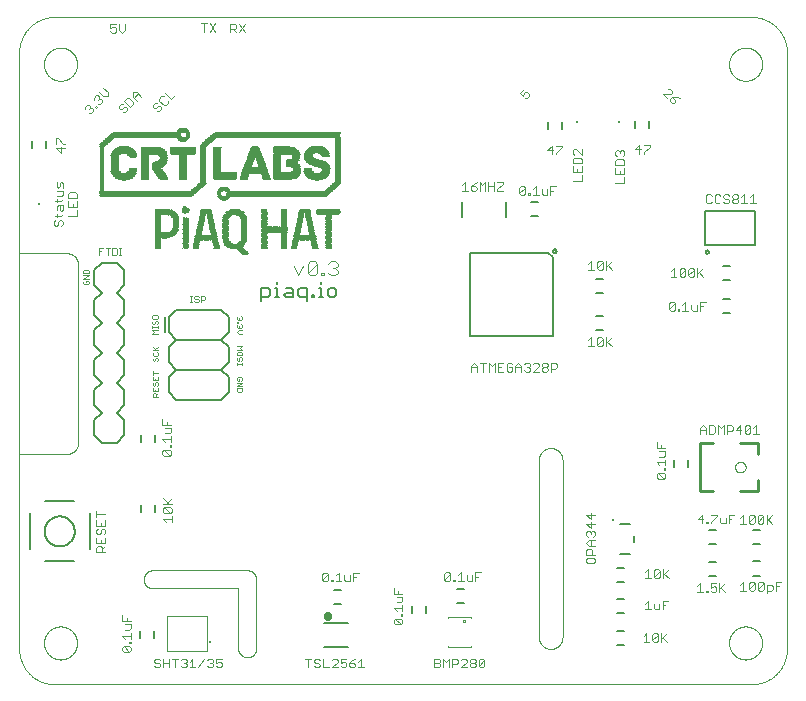
<source format=gto>
G75*
%MOIN*%
%OFA0B0*%
%FSLAX25Y25*%
%IPPOS*%
%LPD*%
%AMOC8*
5,1,8,0,0,1.08239X$1,22.5*
%
%ADD10C,0.00000*%
%ADD11C,0.00100*%
%ADD12C,0.00300*%
%ADD13C,0.00200*%
%ADD14R,0.01500X0.00150*%
%ADD15R,0.02250X0.00150*%
%ADD16R,0.02700X0.00150*%
%ADD17R,0.03150X0.00150*%
%ADD18R,0.03450X0.00150*%
%ADD19R,0.03600X0.00150*%
%ADD20R,0.03900X0.00150*%
%ADD21R,0.04050X0.00150*%
%ADD22R,0.04200X0.00150*%
%ADD23R,0.30900X0.00150*%
%ADD24R,0.01950X0.00150*%
%ADD25R,0.33900X0.00150*%
%ADD26R,0.31200X0.00150*%
%ADD27R,0.01650X0.00150*%
%ADD28R,0.33750X0.00150*%
%ADD29R,0.31350X0.00150*%
%ADD30R,0.31500X0.00150*%
%ADD31R,0.01350X0.00150*%
%ADD32R,0.31650X0.00150*%
%ADD33R,0.31800X0.00150*%
%ADD34R,0.34200X0.00150*%
%ADD35R,0.32100X0.00150*%
%ADD36R,0.34350X0.00150*%
%ADD37R,0.32250X0.00150*%
%ADD38R,0.34500X0.00150*%
%ADD39R,0.32400X0.00150*%
%ADD40R,0.34800X0.00150*%
%ADD41R,0.32550X0.00150*%
%ADD42R,0.34950X0.00150*%
%ADD43R,0.32700X0.00150*%
%ADD44R,0.35400X0.00150*%
%ADD45R,0.33000X0.00150*%
%ADD46R,0.35850X0.00150*%
%ADD47R,0.02850X0.00150*%
%ADD48R,0.03000X0.00150*%
%ADD49R,0.02550X0.00150*%
%ADD50R,0.02400X0.00150*%
%ADD51R,0.02100X0.00150*%
%ADD52R,0.01800X0.00150*%
%ADD53R,0.01200X0.00150*%
%ADD54R,0.07500X0.00150*%
%ADD55R,0.06300X0.00150*%
%ADD56R,0.04500X0.00150*%
%ADD57R,0.07800X0.00150*%
%ADD58R,0.07050X0.00150*%
%ADD59R,0.04800X0.00150*%
%ADD60R,0.05100X0.00150*%
%ADD61R,0.05400X0.00150*%
%ADD62R,0.05700X0.00150*%
%ADD63R,0.06000X0.00150*%
%ADD64R,0.03300X0.00150*%
%ADD65R,0.07950X0.00150*%
%ADD66R,0.08250X0.00150*%
%ADD67R,0.06900X0.00150*%
%ADD68R,0.06750X0.00150*%
%ADD69R,0.08400X0.00150*%
%ADD70R,0.08550X0.00150*%
%ADD71R,0.07350X0.00150*%
%ADD72R,0.07200X0.00150*%
%ADD73R,0.08700X0.00150*%
%ADD74R,0.07650X0.00150*%
%ADD75R,0.08850X0.00150*%
%ADD76R,0.09000X0.00150*%
%ADD77R,0.08100X0.00150*%
%ADD78R,0.09300X0.00150*%
%ADD79R,0.09150X0.00150*%
%ADD80R,0.03750X0.00150*%
%ADD81R,0.04650X0.00150*%
%ADD82R,0.05850X0.00150*%
%ADD83R,0.06150X0.00150*%
%ADD84R,0.04350X0.00150*%
%ADD85R,0.06450X0.00150*%
%ADD86R,0.06600X0.00150*%
%ADD87R,0.05250X0.00150*%
%ADD88R,0.04950X0.00150*%
%ADD89R,0.25050X0.00150*%
%ADD90R,0.43950X0.00150*%
%ADD91R,0.24750X0.00150*%
%ADD92R,0.43650X0.00150*%
%ADD93R,0.24450X0.00150*%
%ADD94R,0.43500X0.00150*%
%ADD95R,0.24150X0.00150*%
%ADD96R,0.43350X0.00150*%
%ADD97R,0.23700X0.00150*%
%ADD98R,0.43200X0.00150*%
%ADD99R,0.23550X0.00150*%
%ADD100R,0.42900X0.00150*%
%ADD101R,0.23400X0.00150*%
%ADD102R,0.42750X0.00150*%
%ADD103R,0.23250X0.00150*%
%ADD104R,0.42600X0.00150*%
%ADD105R,0.42450X0.00150*%
%ADD106R,0.22950X0.00150*%
%ADD107R,0.42300X0.00150*%
%ADD108R,0.42000X0.00150*%
%ADD109R,0.41850X0.00150*%
%ADD110C,0.00400*%
%ADD111C,0.00700*%
%ADD112R,0.00200X0.00200*%
%ADD113R,0.02000X0.00200*%
%ADD114R,0.02200X0.00200*%
%ADD115R,0.02400X0.00200*%
%ADD116R,0.02600X0.00200*%
%ADD117R,0.01400X0.00200*%
%ADD118R,0.04200X0.00200*%
%ADD119R,0.01800X0.00200*%
%ADD120R,0.01600X0.00200*%
%ADD121R,0.04600X0.00200*%
%ADD122R,0.05000X0.00200*%
%ADD123R,0.05800X0.00200*%
%ADD124R,0.06000X0.00200*%
%ADD125R,0.06400X0.00200*%
%ADD126R,0.06600X0.00200*%
%ADD127R,0.07000X0.00200*%
%ADD128R,0.08000X0.00200*%
%ADD129R,0.07800X0.00200*%
%ADD130R,0.04800X0.00200*%
%ADD131R,0.07600X0.00200*%
%ADD132R,0.07400X0.00200*%
%ADD133R,0.06200X0.00200*%
%ADD134R,0.07200X0.00200*%
%ADD135R,0.03000X0.00200*%
%ADD136R,0.08800X0.00200*%
%ADD137R,0.08600X0.00200*%
%ADD138R,0.02800X0.00200*%
%ADD139R,0.03400X0.00200*%
%ADD140R,0.00600X0.00200*%
%ADD141R,0.06800X0.00200*%
%ADD142R,0.03800X0.00200*%
%ADD143R,0.03600X0.00200*%
%ADD144R,0.01000X0.00200*%
%ADD145C,0.00800*%
%ADD146C,0.00039*%
%ADD147C,0.00984*%
%ADD148C,0.01200*%
%ADD149C,0.00500*%
%ADD150C,0.00600*%
%ADD151R,0.00787X0.00787*%
%ADD152C,0.01000*%
%ADD153C,0.01000*%
%ADD154C,0.00197*%
D10*
X0016811Y0005000D02*
X0249094Y0005000D01*
X0249379Y0005003D01*
X0249665Y0005014D01*
X0249950Y0005031D01*
X0250234Y0005055D01*
X0250518Y0005086D01*
X0250801Y0005124D01*
X0251082Y0005169D01*
X0251363Y0005220D01*
X0251643Y0005278D01*
X0251921Y0005343D01*
X0252197Y0005415D01*
X0252471Y0005493D01*
X0252744Y0005578D01*
X0253014Y0005670D01*
X0253282Y0005768D01*
X0253548Y0005872D01*
X0253811Y0005983D01*
X0254071Y0006100D01*
X0254329Y0006223D01*
X0254583Y0006353D01*
X0254834Y0006489D01*
X0255082Y0006630D01*
X0255326Y0006778D01*
X0255567Y0006931D01*
X0255803Y0007091D01*
X0256036Y0007256D01*
X0256265Y0007426D01*
X0256490Y0007602D01*
X0256710Y0007784D01*
X0256926Y0007970D01*
X0257137Y0008162D01*
X0257344Y0008359D01*
X0257546Y0008561D01*
X0257743Y0008768D01*
X0257935Y0008979D01*
X0258121Y0009195D01*
X0258303Y0009415D01*
X0258479Y0009640D01*
X0258649Y0009869D01*
X0258814Y0010102D01*
X0258974Y0010338D01*
X0259127Y0010579D01*
X0259275Y0010823D01*
X0259416Y0011071D01*
X0259552Y0011322D01*
X0259682Y0011576D01*
X0259805Y0011834D01*
X0259922Y0012094D01*
X0260033Y0012357D01*
X0260137Y0012623D01*
X0260235Y0012891D01*
X0260327Y0013161D01*
X0260412Y0013434D01*
X0260490Y0013708D01*
X0260562Y0013984D01*
X0260627Y0014262D01*
X0260685Y0014542D01*
X0260736Y0014823D01*
X0260781Y0015104D01*
X0260819Y0015387D01*
X0260850Y0015671D01*
X0260874Y0015955D01*
X0260891Y0016240D01*
X0260902Y0016526D01*
X0260905Y0016811D01*
X0260906Y0016811D02*
X0260906Y0215630D01*
X0260905Y0215630D02*
X0260902Y0215915D01*
X0260891Y0216201D01*
X0260874Y0216486D01*
X0260850Y0216770D01*
X0260819Y0217054D01*
X0260781Y0217337D01*
X0260736Y0217618D01*
X0260685Y0217899D01*
X0260627Y0218179D01*
X0260562Y0218457D01*
X0260490Y0218733D01*
X0260412Y0219007D01*
X0260327Y0219280D01*
X0260235Y0219550D01*
X0260137Y0219818D01*
X0260033Y0220084D01*
X0259922Y0220347D01*
X0259805Y0220607D01*
X0259682Y0220865D01*
X0259552Y0221119D01*
X0259416Y0221370D01*
X0259275Y0221618D01*
X0259127Y0221862D01*
X0258974Y0222103D01*
X0258814Y0222339D01*
X0258649Y0222572D01*
X0258479Y0222801D01*
X0258303Y0223026D01*
X0258121Y0223246D01*
X0257935Y0223462D01*
X0257743Y0223673D01*
X0257546Y0223880D01*
X0257344Y0224082D01*
X0257137Y0224279D01*
X0256926Y0224471D01*
X0256710Y0224657D01*
X0256490Y0224839D01*
X0256265Y0225015D01*
X0256036Y0225185D01*
X0255803Y0225350D01*
X0255567Y0225510D01*
X0255326Y0225663D01*
X0255082Y0225811D01*
X0254834Y0225952D01*
X0254583Y0226088D01*
X0254329Y0226218D01*
X0254071Y0226341D01*
X0253811Y0226458D01*
X0253548Y0226569D01*
X0253282Y0226673D01*
X0253014Y0226771D01*
X0252744Y0226863D01*
X0252471Y0226948D01*
X0252197Y0227026D01*
X0251921Y0227098D01*
X0251643Y0227163D01*
X0251363Y0227221D01*
X0251082Y0227272D01*
X0250801Y0227317D01*
X0250518Y0227355D01*
X0250234Y0227386D01*
X0249950Y0227410D01*
X0249665Y0227427D01*
X0249379Y0227438D01*
X0249094Y0227441D01*
X0016811Y0227441D01*
X0016526Y0227438D01*
X0016240Y0227427D01*
X0015955Y0227410D01*
X0015671Y0227386D01*
X0015387Y0227355D01*
X0015104Y0227317D01*
X0014823Y0227272D01*
X0014542Y0227221D01*
X0014262Y0227163D01*
X0013984Y0227098D01*
X0013708Y0227026D01*
X0013434Y0226948D01*
X0013161Y0226863D01*
X0012891Y0226771D01*
X0012623Y0226673D01*
X0012357Y0226569D01*
X0012094Y0226458D01*
X0011834Y0226341D01*
X0011576Y0226218D01*
X0011322Y0226088D01*
X0011071Y0225952D01*
X0010823Y0225811D01*
X0010579Y0225663D01*
X0010338Y0225510D01*
X0010102Y0225350D01*
X0009869Y0225185D01*
X0009640Y0225015D01*
X0009415Y0224839D01*
X0009195Y0224657D01*
X0008979Y0224471D01*
X0008768Y0224279D01*
X0008561Y0224082D01*
X0008359Y0223880D01*
X0008162Y0223673D01*
X0007970Y0223462D01*
X0007784Y0223246D01*
X0007602Y0223026D01*
X0007426Y0222801D01*
X0007256Y0222572D01*
X0007091Y0222339D01*
X0006931Y0222103D01*
X0006778Y0221862D01*
X0006630Y0221618D01*
X0006489Y0221370D01*
X0006353Y0221119D01*
X0006223Y0220865D01*
X0006100Y0220607D01*
X0005983Y0220347D01*
X0005872Y0220084D01*
X0005768Y0219818D01*
X0005670Y0219550D01*
X0005578Y0219280D01*
X0005493Y0219007D01*
X0005415Y0218733D01*
X0005343Y0218457D01*
X0005278Y0218179D01*
X0005220Y0217899D01*
X0005169Y0217618D01*
X0005124Y0217337D01*
X0005086Y0217054D01*
X0005055Y0216770D01*
X0005031Y0216486D01*
X0005014Y0216201D01*
X0005003Y0215915D01*
X0005000Y0215630D01*
X0005000Y0016811D01*
X0005003Y0016526D01*
X0005014Y0016240D01*
X0005031Y0015955D01*
X0005055Y0015671D01*
X0005086Y0015387D01*
X0005124Y0015104D01*
X0005169Y0014823D01*
X0005220Y0014542D01*
X0005278Y0014262D01*
X0005343Y0013984D01*
X0005415Y0013708D01*
X0005493Y0013434D01*
X0005578Y0013161D01*
X0005670Y0012891D01*
X0005768Y0012623D01*
X0005872Y0012357D01*
X0005983Y0012094D01*
X0006100Y0011834D01*
X0006223Y0011576D01*
X0006353Y0011322D01*
X0006489Y0011071D01*
X0006630Y0010823D01*
X0006778Y0010579D01*
X0006931Y0010338D01*
X0007091Y0010102D01*
X0007256Y0009869D01*
X0007426Y0009640D01*
X0007602Y0009415D01*
X0007784Y0009195D01*
X0007970Y0008979D01*
X0008162Y0008768D01*
X0008359Y0008561D01*
X0008561Y0008359D01*
X0008768Y0008162D01*
X0008979Y0007970D01*
X0009195Y0007784D01*
X0009415Y0007602D01*
X0009640Y0007426D01*
X0009869Y0007256D01*
X0010102Y0007091D01*
X0010338Y0006931D01*
X0010579Y0006778D01*
X0010823Y0006630D01*
X0011071Y0006489D01*
X0011322Y0006353D01*
X0011576Y0006223D01*
X0011834Y0006100D01*
X0012094Y0005983D01*
X0012357Y0005872D01*
X0012623Y0005768D01*
X0012891Y0005670D01*
X0013161Y0005578D01*
X0013434Y0005493D01*
X0013708Y0005415D01*
X0013984Y0005343D01*
X0014262Y0005278D01*
X0014542Y0005220D01*
X0014823Y0005169D01*
X0015104Y0005124D01*
X0015387Y0005086D01*
X0015671Y0005055D01*
X0015955Y0005031D01*
X0016240Y0005014D01*
X0016526Y0005003D01*
X0016811Y0005000D01*
X0013268Y0018780D02*
X0013270Y0018928D01*
X0013276Y0019076D01*
X0013286Y0019224D01*
X0013300Y0019371D01*
X0013318Y0019518D01*
X0013339Y0019664D01*
X0013365Y0019810D01*
X0013395Y0019955D01*
X0013428Y0020099D01*
X0013466Y0020242D01*
X0013507Y0020384D01*
X0013552Y0020525D01*
X0013600Y0020665D01*
X0013653Y0020804D01*
X0013709Y0020941D01*
X0013769Y0021076D01*
X0013832Y0021210D01*
X0013899Y0021342D01*
X0013970Y0021472D01*
X0014044Y0021600D01*
X0014121Y0021726D01*
X0014202Y0021850D01*
X0014286Y0021972D01*
X0014373Y0022091D01*
X0014464Y0022208D01*
X0014558Y0022323D01*
X0014654Y0022435D01*
X0014754Y0022545D01*
X0014856Y0022651D01*
X0014962Y0022755D01*
X0015070Y0022856D01*
X0015181Y0022954D01*
X0015294Y0023050D01*
X0015410Y0023142D01*
X0015528Y0023231D01*
X0015649Y0023316D01*
X0015772Y0023399D01*
X0015897Y0023478D01*
X0016024Y0023554D01*
X0016153Y0023626D01*
X0016284Y0023695D01*
X0016417Y0023760D01*
X0016552Y0023821D01*
X0016688Y0023879D01*
X0016825Y0023934D01*
X0016964Y0023984D01*
X0017105Y0024031D01*
X0017246Y0024074D01*
X0017389Y0024114D01*
X0017533Y0024149D01*
X0017677Y0024181D01*
X0017823Y0024208D01*
X0017969Y0024232D01*
X0018116Y0024252D01*
X0018263Y0024268D01*
X0018410Y0024280D01*
X0018558Y0024288D01*
X0018706Y0024292D01*
X0018854Y0024292D01*
X0019002Y0024288D01*
X0019150Y0024280D01*
X0019297Y0024268D01*
X0019444Y0024252D01*
X0019591Y0024232D01*
X0019737Y0024208D01*
X0019883Y0024181D01*
X0020027Y0024149D01*
X0020171Y0024114D01*
X0020314Y0024074D01*
X0020455Y0024031D01*
X0020596Y0023984D01*
X0020735Y0023934D01*
X0020872Y0023879D01*
X0021008Y0023821D01*
X0021143Y0023760D01*
X0021276Y0023695D01*
X0021407Y0023626D01*
X0021536Y0023554D01*
X0021663Y0023478D01*
X0021788Y0023399D01*
X0021911Y0023316D01*
X0022032Y0023231D01*
X0022150Y0023142D01*
X0022266Y0023050D01*
X0022379Y0022954D01*
X0022490Y0022856D01*
X0022598Y0022755D01*
X0022704Y0022651D01*
X0022806Y0022545D01*
X0022906Y0022435D01*
X0023002Y0022323D01*
X0023096Y0022208D01*
X0023187Y0022091D01*
X0023274Y0021972D01*
X0023358Y0021850D01*
X0023439Y0021726D01*
X0023516Y0021600D01*
X0023590Y0021472D01*
X0023661Y0021342D01*
X0023728Y0021210D01*
X0023791Y0021076D01*
X0023851Y0020941D01*
X0023907Y0020804D01*
X0023960Y0020665D01*
X0024008Y0020525D01*
X0024053Y0020384D01*
X0024094Y0020242D01*
X0024132Y0020099D01*
X0024165Y0019955D01*
X0024195Y0019810D01*
X0024221Y0019664D01*
X0024242Y0019518D01*
X0024260Y0019371D01*
X0024274Y0019224D01*
X0024284Y0019076D01*
X0024290Y0018928D01*
X0024292Y0018780D01*
X0024290Y0018632D01*
X0024284Y0018484D01*
X0024274Y0018336D01*
X0024260Y0018189D01*
X0024242Y0018042D01*
X0024221Y0017896D01*
X0024195Y0017750D01*
X0024165Y0017605D01*
X0024132Y0017461D01*
X0024094Y0017318D01*
X0024053Y0017176D01*
X0024008Y0017035D01*
X0023960Y0016895D01*
X0023907Y0016756D01*
X0023851Y0016619D01*
X0023791Y0016484D01*
X0023728Y0016350D01*
X0023661Y0016218D01*
X0023590Y0016088D01*
X0023516Y0015960D01*
X0023439Y0015834D01*
X0023358Y0015710D01*
X0023274Y0015588D01*
X0023187Y0015469D01*
X0023096Y0015352D01*
X0023002Y0015237D01*
X0022906Y0015125D01*
X0022806Y0015015D01*
X0022704Y0014909D01*
X0022598Y0014805D01*
X0022490Y0014704D01*
X0022379Y0014606D01*
X0022266Y0014510D01*
X0022150Y0014418D01*
X0022032Y0014329D01*
X0021911Y0014244D01*
X0021788Y0014161D01*
X0021663Y0014082D01*
X0021536Y0014006D01*
X0021407Y0013934D01*
X0021276Y0013865D01*
X0021143Y0013800D01*
X0021008Y0013739D01*
X0020872Y0013681D01*
X0020735Y0013626D01*
X0020596Y0013576D01*
X0020455Y0013529D01*
X0020314Y0013486D01*
X0020171Y0013446D01*
X0020027Y0013411D01*
X0019883Y0013379D01*
X0019737Y0013352D01*
X0019591Y0013328D01*
X0019444Y0013308D01*
X0019297Y0013292D01*
X0019150Y0013280D01*
X0019002Y0013272D01*
X0018854Y0013268D01*
X0018706Y0013268D01*
X0018558Y0013272D01*
X0018410Y0013280D01*
X0018263Y0013292D01*
X0018116Y0013308D01*
X0017969Y0013328D01*
X0017823Y0013352D01*
X0017677Y0013379D01*
X0017533Y0013411D01*
X0017389Y0013446D01*
X0017246Y0013486D01*
X0017105Y0013529D01*
X0016964Y0013576D01*
X0016825Y0013626D01*
X0016688Y0013681D01*
X0016552Y0013739D01*
X0016417Y0013800D01*
X0016284Y0013865D01*
X0016153Y0013934D01*
X0016024Y0014006D01*
X0015897Y0014082D01*
X0015772Y0014161D01*
X0015649Y0014244D01*
X0015528Y0014329D01*
X0015410Y0014418D01*
X0015294Y0014510D01*
X0015181Y0014606D01*
X0015070Y0014704D01*
X0014962Y0014805D01*
X0014856Y0014909D01*
X0014754Y0015015D01*
X0014654Y0015125D01*
X0014558Y0015237D01*
X0014464Y0015352D01*
X0014373Y0015469D01*
X0014286Y0015588D01*
X0014202Y0015710D01*
X0014121Y0015834D01*
X0014044Y0015960D01*
X0013970Y0016088D01*
X0013899Y0016218D01*
X0013832Y0016350D01*
X0013769Y0016484D01*
X0013709Y0016619D01*
X0013653Y0016756D01*
X0013600Y0016895D01*
X0013552Y0017035D01*
X0013507Y0017176D01*
X0013466Y0017318D01*
X0013428Y0017461D01*
X0013395Y0017605D01*
X0013365Y0017750D01*
X0013339Y0017896D01*
X0013318Y0018042D01*
X0013300Y0018189D01*
X0013286Y0018336D01*
X0013276Y0018484D01*
X0013270Y0018632D01*
X0013268Y0018780D01*
X0005000Y0053000D02*
X0005000Y0128000D01*
X0024685Y0144764D02*
X0024683Y0144888D01*
X0024677Y0145011D01*
X0024668Y0145135D01*
X0024654Y0145257D01*
X0024637Y0145380D01*
X0024615Y0145502D01*
X0024590Y0145623D01*
X0024561Y0145743D01*
X0024529Y0145862D01*
X0024492Y0145981D01*
X0024452Y0146098D01*
X0024409Y0146213D01*
X0024361Y0146328D01*
X0024310Y0146440D01*
X0024256Y0146551D01*
X0024198Y0146661D01*
X0024137Y0146768D01*
X0024072Y0146874D01*
X0024004Y0146977D01*
X0023933Y0147078D01*
X0023859Y0147177D01*
X0023782Y0147274D01*
X0023701Y0147368D01*
X0023618Y0147459D01*
X0023532Y0147548D01*
X0023443Y0147634D01*
X0023352Y0147717D01*
X0023258Y0147798D01*
X0023161Y0147875D01*
X0023062Y0147949D01*
X0022961Y0148020D01*
X0022858Y0148088D01*
X0022752Y0148153D01*
X0022645Y0148214D01*
X0022535Y0148272D01*
X0022424Y0148326D01*
X0022312Y0148377D01*
X0022197Y0148425D01*
X0022082Y0148468D01*
X0021965Y0148508D01*
X0021846Y0148545D01*
X0021727Y0148577D01*
X0021607Y0148606D01*
X0021486Y0148631D01*
X0021364Y0148653D01*
X0021241Y0148670D01*
X0021119Y0148684D01*
X0020995Y0148693D01*
X0020872Y0148699D01*
X0020748Y0148701D01*
X0005000Y0148701D01*
X0024685Y0144764D02*
X0024685Y0085709D01*
X0024683Y0085585D01*
X0024677Y0085462D01*
X0024668Y0085338D01*
X0024654Y0085216D01*
X0024637Y0085093D01*
X0024615Y0084971D01*
X0024590Y0084850D01*
X0024561Y0084730D01*
X0024529Y0084611D01*
X0024492Y0084492D01*
X0024452Y0084375D01*
X0024409Y0084260D01*
X0024361Y0084145D01*
X0024310Y0084033D01*
X0024256Y0083922D01*
X0024198Y0083812D01*
X0024137Y0083705D01*
X0024072Y0083599D01*
X0024004Y0083496D01*
X0023933Y0083395D01*
X0023859Y0083296D01*
X0023782Y0083199D01*
X0023701Y0083105D01*
X0023618Y0083014D01*
X0023532Y0082925D01*
X0023443Y0082839D01*
X0023352Y0082756D01*
X0023258Y0082675D01*
X0023161Y0082598D01*
X0023062Y0082524D01*
X0022961Y0082453D01*
X0022858Y0082385D01*
X0022752Y0082320D01*
X0022645Y0082259D01*
X0022535Y0082201D01*
X0022424Y0082147D01*
X0022312Y0082096D01*
X0022197Y0082048D01*
X0022082Y0082005D01*
X0021965Y0081965D01*
X0021846Y0081928D01*
X0021727Y0081896D01*
X0021607Y0081867D01*
X0021486Y0081842D01*
X0021364Y0081820D01*
X0021241Y0081803D01*
X0021119Y0081789D01*
X0020995Y0081780D01*
X0020872Y0081774D01*
X0020748Y0081772D01*
X0005394Y0081772D01*
X0005000Y0082000D02*
X0005000Y0082500D01*
X0013268Y0211693D02*
X0013270Y0211841D01*
X0013276Y0211989D01*
X0013286Y0212137D01*
X0013300Y0212284D01*
X0013318Y0212431D01*
X0013339Y0212577D01*
X0013365Y0212723D01*
X0013395Y0212868D01*
X0013428Y0213012D01*
X0013466Y0213155D01*
X0013507Y0213297D01*
X0013552Y0213438D01*
X0013600Y0213578D01*
X0013653Y0213717D01*
X0013709Y0213854D01*
X0013769Y0213989D01*
X0013832Y0214123D01*
X0013899Y0214255D01*
X0013970Y0214385D01*
X0014044Y0214513D01*
X0014121Y0214639D01*
X0014202Y0214763D01*
X0014286Y0214885D01*
X0014373Y0215004D01*
X0014464Y0215121D01*
X0014558Y0215236D01*
X0014654Y0215348D01*
X0014754Y0215458D01*
X0014856Y0215564D01*
X0014962Y0215668D01*
X0015070Y0215769D01*
X0015181Y0215867D01*
X0015294Y0215963D01*
X0015410Y0216055D01*
X0015528Y0216144D01*
X0015649Y0216229D01*
X0015772Y0216312D01*
X0015897Y0216391D01*
X0016024Y0216467D01*
X0016153Y0216539D01*
X0016284Y0216608D01*
X0016417Y0216673D01*
X0016552Y0216734D01*
X0016688Y0216792D01*
X0016825Y0216847D01*
X0016964Y0216897D01*
X0017105Y0216944D01*
X0017246Y0216987D01*
X0017389Y0217027D01*
X0017533Y0217062D01*
X0017677Y0217094D01*
X0017823Y0217121D01*
X0017969Y0217145D01*
X0018116Y0217165D01*
X0018263Y0217181D01*
X0018410Y0217193D01*
X0018558Y0217201D01*
X0018706Y0217205D01*
X0018854Y0217205D01*
X0019002Y0217201D01*
X0019150Y0217193D01*
X0019297Y0217181D01*
X0019444Y0217165D01*
X0019591Y0217145D01*
X0019737Y0217121D01*
X0019883Y0217094D01*
X0020027Y0217062D01*
X0020171Y0217027D01*
X0020314Y0216987D01*
X0020455Y0216944D01*
X0020596Y0216897D01*
X0020735Y0216847D01*
X0020872Y0216792D01*
X0021008Y0216734D01*
X0021143Y0216673D01*
X0021276Y0216608D01*
X0021407Y0216539D01*
X0021536Y0216467D01*
X0021663Y0216391D01*
X0021788Y0216312D01*
X0021911Y0216229D01*
X0022032Y0216144D01*
X0022150Y0216055D01*
X0022266Y0215963D01*
X0022379Y0215867D01*
X0022490Y0215769D01*
X0022598Y0215668D01*
X0022704Y0215564D01*
X0022806Y0215458D01*
X0022906Y0215348D01*
X0023002Y0215236D01*
X0023096Y0215121D01*
X0023187Y0215004D01*
X0023274Y0214885D01*
X0023358Y0214763D01*
X0023439Y0214639D01*
X0023516Y0214513D01*
X0023590Y0214385D01*
X0023661Y0214255D01*
X0023728Y0214123D01*
X0023791Y0213989D01*
X0023851Y0213854D01*
X0023907Y0213717D01*
X0023960Y0213578D01*
X0024008Y0213438D01*
X0024053Y0213297D01*
X0024094Y0213155D01*
X0024132Y0213012D01*
X0024165Y0212868D01*
X0024195Y0212723D01*
X0024221Y0212577D01*
X0024242Y0212431D01*
X0024260Y0212284D01*
X0024274Y0212137D01*
X0024284Y0211989D01*
X0024290Y0211841D01*
X0024292Y0211693D01*
X0024290Y0211545D01*
X0024284Y0211397D01*
X0024274Y0211249D01*
X0024260Y0211102D01*
X0024242Y0210955D01*
X0024221Y0210809D01*
X0024195Y0210663D01*
X0024165Y0210518D01*
X0024132Y0210374D01*
X0024094Y0210231D01*
X0024053Y0210089D01*
X0024008Y0209948D01*
X0023960Y0209808D01*
X0023907Y0209669D01*
X0023851Y0209532D01*
X0023791Y0209397D01*
X0023728Y0209263D01*
X0023661Y0209131D01*
X0023590Y0209001D01*
X0023516Y0208873D01*
X0023439Y0208747D01*
X0023358Y0208623D01*
X0023274Y0208501D01*
X0023187Y0208382D01*
X0023096Y0208265D01*
X0023002Y0208150D01*
X0022906Y0208038D01*
X0022806Y0207928D01*
X0022704Y0207822D01*
X0022598Y0207718D01*
X0022490Y0207617D01*
X0022379Y0207519D01*
X0022266Y0207423D01*
X0022150Y0207331D01*
X0022032Y0207242D01*
X0021911Y0207157D01*
X0021788Y0207074D01*
X0021663Y0206995D01*
X0021536Y0206919D01*
X0021407Y0206847D01*
X0021276Y0206778D01*
X0021143Y0206713D01*
X0021008Y0206652D01*
X0020872Y0206594D01*
X0020735Y0206539D01*
X0020596Y0206489D01*
X0020455Y0206442D01*
X0020314Y0206399D01*
X0020171Y0206359D01*
X0020027Y0206324D01*
X0019883Y0206292D01*
X0019737Y0206265D01*
X0019591Y0206241D01*
X0019444Y0206221D01*
X0019297Y0206205D01*
X0019150Y0206193D01*
X0019002Y0206185D01*
X0018854Y0206181D01*
X0018706Y0206181D01*
X0018558Y0206185D01*
X0018410Y0206193D01*
X0018263Y0206205D01*
X0018116Y0206221D01*
X0017969Y0206241D01*
X0017823Y0206265D01*
X0017677Y0206292D01*
X0017533Y0206324D01*
X0017389Y0206359D01*
X0017246Y0206399D01*
X0017105Y0206442D01*
X0016964Y0206489D01*
X0016825Y0206539D01*
X0016688Y0206594D01*
X0016552Y0206652D01*
X0016417Y0206713D01*
X0016284Y0206778D01*
X0016153Y0206847D01*
X0016024Y0206919D01*
X0015897Y0206995D01*
X0015772Y0207074D01*
X0015649Y0207157D01*
X0015528Y0207242D01*
X0015410Y0207331D01*
X0015294Y0207423D01*
X0015181Y0207519D01*
X0015070Y0207617D01*
X0014962Y0207718D01*
X0014856Y0207822D01*
X0014754Y0207928D01*
X0014654Y0208038D01*
X0014558Y0208150D01*
X0014464Y0208265D01*
X0014373Y0208382D01*
X0014286Y0208501D01*
X0014202Y0208623D01*
X0014121Y0208747D01*
X0014044Y0208873D01*
X0013970Y0209001D01*
X0013899Y0209131D01*
X0013832Y0209263D01*
X0013769Y0209397D01*
X0013709Y0209532D01*
X0013653Y0209669D01*
X0013600Y0209808D01*
X0013552Y0209948D01*
X0013507Y0210089D01*
X0013466Y0210231D01*
X0013428Y0210374D01*
X0013395Y0210518D01*
X0013365Y0210663D01*
X0013339Y0210809D01*
X0013318Y0210955D01*
X0013300Y0211102D01*
X0013286Y0211249D01*
X0013276Y0211397D01*
X0013270Y0211545D01*
X0013268Y0211693D01*
X0178228Y0079803D02*
X0178228Y0020748D01*
X0178230Y0020624D01*
X0178236Y0020501D01*
X0178245Y0020377D01*
X0178259Y0020255D01*
X0178276Y0020132D01*
X0178298Y0020010D01*
X0178323Y0019889D01*
X0178352Y0019769D01*
X0178384Y0019650D01*
X0178421Y0019531D01*
X0178461Y0019414D01*
X0178504Y0019299D01*
X0178552Y0019184D01*
X0178603Y0019072D01*
X0178657Y0018961D01*
X0178715Y0018851D01*
X0178776Y0018744D01*
X0178841Y0018638D01*
X0178909Y0018535D01*
X0178980Y0018434D01*
X0179054Y0018335D01*
X0179131Y0018238D01*
X0179212Y0018144D01*
X0179295Y0018053D01*
X0179381Y0017964D01*
X0179470Y0017878D01*
X0179561Y0017795D01*
X0179655Y0017714D01*
X0179752Y0017637D01*
X0179851Y0017563D01*
X0179952Y0017492D01*
X0180055Y0017424D01*
X0180161Y0017359D01*
X0180268Y0017298D01*
X0180378Y0017240D01*
X0180489Y0017186D01*
X0180601Y0017135D01*
X0180716Y0017087D01*
X0180831Y0017044D01*
X0180948Y0017004D01*
X0181067Y0016967D01*
X0181186Y0016935D01*
X0181306Y0016906D01*
X0181427Y0016881D01*
X0181549Y0016859D01*
X0181672Y0016842D01*
X0181794Y0016828D01*
X0181918Y0016819D01*
X0182041Y0016813D01*
X0182165Y0016811D01*
X0182289Y0016813D01*
X0182412Y0016819D01*
X0182536Y0016828D01*
X0182658Y0016842D01*
X0182781Y0016859D01*
X0182903Y0016881D01*
X0183024Y0016906D01*
X0183144Y0016935D01*
X0183263Y0016967D01*
X0183382Y0017004D01*
X0183499Y0017044D01*
X0183614Y0017087D01*
X0183729Y0017135D01*
X0183841Y0017186D01*
X0183952Y0017240D01*
X0184062Y0017298D01*
X0184169Y0017359D01*
X0184275Y0017424D01*
X0184378Y0017492D01*
X0184479Y0017563D01*
X0184578Y0017637D01*
X0184675Y0017714D01*
X0184769Y0017795D01*
X0184860Y0017878D01*
X0184949Y0017964D01*
X0185035Y0018053D01*
X0185118Y0018144D01*
X0185199Y0018238D01*
X0185276Y0018335D01*
X0185350Y0018434D01*
X0185421Y0018535D01*
X0185489Y0018638D01*
X0185554Y0018744D01*
X0185615Y0018851D01*
X0185673Y0018961D01*
X0185727Y0019072D01*
X0185778Y0019184D01*
X0185826Y0019299D01*
X0185869Y0019414D01*
X0185909Y0019531D01*
X0185946Y0019650D01*
X0185978Y0019769D01*
X0186007Y0019889D01*
X0186032Y0020010D01*
X0186054Y0020132D01*
X0186071Y0020255D01*
X0186085Y0020377D01*
X0186094Y0020501D01*
X0186100Y0020624D01*
X0186102Y0020748D01*
X0186102Y0079803D01*
X0186100Y0079927D01*
X0186094Y0080050D01*
X0186085Y0080174D01*
X0186071Y0080296D01*
X0186054Y0080419D01*
X0186032Y0080541D01*
X0186007Y0080662D01*
X0185978Y0080782D01*
X0185946Y0080901D01*
X0185909Y0081020D01*
X0185869Y0081137D01*
X0185826Y0081252D01*
X0185778Y0081367D01*
X0185727Y0081479D01*
X0185673Y0081590D01*
X0185615Y0081700D01*
X0185554Y0081807D01*
X0185489Y0081913D01*
X0185421Y0082016D01*
X0185350Y0082117D01*
X0185276Y0082216D01*
X0185199Y0082313D01*
X0185118Y0082407D01*
X0185035Y0082498D01*
X0184949Y0082587D01*
X0184860Y0082673D01*
X0184769Y0082756D01*
X0184675Y0082837D01*
X0184578Y0082914D01*
X0184479Y0082988D01*
X0184378Y0083059D01*
X0184275Y0083127D01*
X0184169Y0083192D01*
X0184062Y0083253D01*
X0183952Y0083311D01*
X0183841Y0083365D01*
X0183729Y0083416D01*
X0183614Y0083464D01*
X0183499Y0083507D01*
X0183382Y0083547D01*
X0183263Y0083584D01*
X0183144Y0083616D01*
X0183024Y0083645D01*
X0182903Y0083670D01*
X0182781Y0083692D01*
X0182658Y0083709D01*
X0182536Y0083723D01*
X0182412Y0083732D01*
X0182289Y0083738D01*
X0182165Y0083740D01*
X0182041Y0083738D01*
X0181918Y0083732D01*
X0181794Y0083723D01*
X0181672Y0083709D01*
X0181549Y0083692D01*
X0181427Y0083670D01*
X0181306Y0083645D01*
X0181186Y0083616D01*
X0181067Y0083584D01*
X0180948Y0083547D01*
X0180831Y0083507D01*
X0180716Y0083464D01*
X0180601Y0083416D01*
X0180489Y0083365D01*
X0180378Y0083311D01*
X0180268Y0083253D01*
X0180161Y0083192D01*
X0180055Y0083127D01*
X0179952Y0083059D01*
X0179851Y0082988D01*
X0179752Y0082914D01*
X0179655Y0082837D01*
X0179561Y0082756D01*
X0179470Y0082673D01*
X0179381Y0082587D01*
X0179295Y0082498D01*
X0179212Y0082407D01*
X0179131Y0082313D01*
X0179054Y0082216D01*
X0178980Y0082117D01*
X0178909Y0082016D01*
X0178841Y0081913D01*
X0178776Y0081807D01*
X0178715Y0081700D01*
X0178657Y0081590D01*
X0178603Y0081479D01*
X0178552Y0081367D01*
X0178504Y0081252D01*
X0178461Y0081137D01*
X0178421Y0081020D01*
X0178384Y0080901D01*
X0178352Y0080782D01*
X0178323Y0080662D01*
X0178298Y0080541D01*
X0178276Y0080419D01*
X0178259Y0080296D01*
X0178245Y0080174D01*
X0178236Y0080050D01*
X0178230Y0079927D01*
X0178228Y0079803D01*
X0243628Y0077400D02*
X0243630Y0077484D01*
X0243636Y0077567D01*
X0243646Y0077650D01*
X0243660Y0077733D01*
X0243677Y0077815D01*
X0243699Y0077896D01*
X0243724Y0077975D01*
X0243753Y0078054D01*
X0243786Y0078131D01*
X0243822Y0078206D01*
X0243862Y0078280D01*
X0243905Y0078352D01*
X0243952Y0078421D01*
X0244002Y0078488D01*
X0244055Y0078553D01*
X0244111Y0078615D01*
X0244169Y0078675D01*
X0244231Y0078732D01*
X0244295Y0078785D01*
X0244362Y0078836D01*
X0244431Y0078883D01*
X0244502Y0078928D01*
X0244575Y0078968D01*
X0244650Y0079005D01*
X0244727Y0079039D01*
X0244805Y0079069D01*
X0244884Y0079095D01*
X0244965Y0079118D01*
X0245047Y0079136D01*
X0245129Y0079151D01*
X0245212Y0079162D01*
X0245295Y0079169D01*
X0245379Y0079172D01*
X0245463Y0079171D01*
X0245546Y0079166D01*
X0245630Y0079157D01*
X0245712Y0079144D01*
X0245794Y0079128D01*
X0245875Y0079107D01*
X0245956Y0079083D01*
X0246034Y0079055D01*
X0246112Y0079023D01*
X0246188Y0078987D01*
X0246262Y0078948D01*
X0246334Y0078906D01*
X0246404Y0078860D01*
X0246472Y0078811D01*
X0246537Y0078759D01*
X0246600Y0078704D01*
X0246660Y0078646D01*
X0246718Y0078585D01*
X0246772Y0078521D01*
X0246824Y0078455D01*
X0246872Y0078387D01*
X0246917Y0078316D01*
X0246958Y0078243D01*
X0246997Y0078169D01*
X0247031Y0078093D01*
X0247062Y0078015D01*
X0247089Y0077936D01*
X0247113Y0077855D01*
X0247132Y0077774D01*
X0247148Y0077692D01*
X0247160Y0077609D01*
X0247168Y0077525D01*
X0247172Y0077442D01*
X0247172Y0077358D01*
X0247168Y0077275D01*
X0247160Y0077191D01*
X0247148Y0077108D01*
X0247132Y0077026D01*
X0247113Y0076945D01*
X0247089Y0076864D01*
X0247062Y0076785D01*
X0247031Y0076707D01*
X0246997Y0076631D01*
X0246958Y0076557D01*
X0246917Y0076484D01*
X0246872Y0076413D01*
X0246824Y0076345D01*
X0246772Y0076279D01*
X0246718Y0076215D01*
X0246660Y0076154D01*
X0246600Y0076096D01*
X0246537Y0076041D01*
X0246472Y0075989D01*
X0246404Y0075940D01*
X0246334Y0075894D01*
X0246262Y0075852D01*
X0246188Y0075813D01*
X0246112Y0075777D01*
X0246034Y0075745D01*
X0245956Y0075717D01*
X0245875Y0075693D01*
X0245794Y0075672D01*
X0245712Y0075656D01*
X0245630Y0075643D01*
X0245546Y0075634D01*
X0245463Y0075629D01*
X0245379Y0075628D01*
X0245295Y0075631D01*
X0245212Y0075638D01*
X0245129Y0075649D01*
X0245047Y0075664D01*
X0244965Y0075682D01*
X0244884Y0075705D01*
X0244805Y0075731D01*
X0244727Y0075761D01*
X0244650Y0075795D01*
X0244575Y0075832D01*
X0244502Y0075872D01*
X0244431Y0075917D01*
X0244362Y0075964D01*
X0244295Y0076015D01*
X0244231Y0076068D01*
X0244169Y0076125D01*
X0244111Y0076185D01*
X0244055Y0076247D01*
X0244002Y0076312D01*
X0243952Y0076379D01*
X0243905Y0076448D01*
X0243862Y0076520D01*
X0243822Y0076594D01*
X0243786Y0076669D01*
X0243753Y0076746D01*
X0243724Y0076825D01*
X0243699Y0076904D01*
X0243677Y0076985D01*
X0243660Y0077067D01*
X0243646Y0077150D01*
X0243636Y0077233D01*
X0243630Y0077316D01*
X0243628Y0077400D01*
X0241614Y0018780D02*
X0241616Y0018928D01*
X0241622Y0019076D01*
X0241632Y0019224D01*
X0241646Y0019371D01*
X0241664Y0019518D01*
X0241685Y0019664D01*
X0241711Y0019810D01*
X0241741Y0019955D01*
X0241774Y0020099D01*
X0241812Y0020242D01*
X0241853Y0020384D01*
X0241898Y0020525D01*
X0241946Y0020665D01*
X0241999Y0020804D01*
X0242055Y0020941D01*
X0242115Y0021076D01*
X0242178Y0021210D01*
X0242245Y0021342D01*
X0242316Y0021472D01*
X0242390Y0021600D01*
X0242467Y0021726D01*
X0242548Y0021850D01*
X0242632Y0021972D01*
X0242719Y0022091D01*
X0242810Y0022208D01*
X0242904Y0022323D01*
X0243000Y0022435D01*
X0243100Y0022545D01*
X0243202Y0022651D01*
X0243308Y0022755D01*
X0243416Y0022856D01*
X0243527Y0022954D01*
X0243640Y0023050D01*
X0243756Y0023142D01*
X0243874Y0023231D01*
X0243995Y0023316D01*
X0244118Y0023399D01*
X0244243Y0023478D01*
X0244370Y0023554D01*
X0244499Y0023626D01*
X0244630Y0023695D01*
X0244763Y0023760D01*
X0244898Y0023821D01*
X0245034Y0023879D01*
X0245171Y0023934D01*
X0245310Y0023984D01*
X0245451Y0024031D01*
X0245592Y0024074D01*
X0245735Y0024114D01*
X0245879Y0024149D01*
X0246023Y0024181D01*
X0246169Y0024208D01*
X0246315Y0024232D01*
X0246462Y0024252D01*
X0246609Y0024268D01*
X0246756Y0024280D01*
X0246904Y0024288D01*
X0247052Y0024292D01*
X0247200Y0024292D01*
X0247348Y0024288D01*
X0247496Y0024280D01*
X0247643Y0024268D01*
X0247790Y0024252D01*
X0247937Y0024232D01*
X0248083Y0024208D01*
X0248229Y0024181D01*
X0248373Y0024149D01*
X0248517Y0024114D01*
X0248660Y0024074D01*
X0248801Y0024031D01*
X0248942Y0023984D01*
X0249081Y0023934D01*
X0249218Y0023879D01*
X0249354Y0023821D01*
X0249489Y0023760D01*
X0249622Y0023695D01*
X0249753Y0023626D01*
X0249882Y0023554D01*
X0250009Y0023478D01*
X0250134Y0023399D01*
X0250257Y0023316D01*
X0250378Y0023231D01*
X0250496Y0023142D01*
X0250612Y0023050D01*
X0250725Y0022954D01*
X0250836Y0022856D01*
X0250944Y0022755D01*
X0251050Y0022651D01*
X0251152Y0022545D01*
X0251252Y0022435D01*
X0251348Y0022323D01*
X0251442Y0022208D01*
X0251533Y0022091D01*
X0251620Y0021972D01*
X0251704Y0021850D01*
X0251785Y0021726D01*
X0251862Y0021600D01*
X0251936Y0021472D01*
X0252007Y0021342D01*
X0252074Y0021210D01*
X0252137Y0021076D01*
X0252197Y0020941D01*
X0252253Y0020804D01*
X0252306Y0020665D01*
X0252354Y0020525D01*
X0252399Y0020384D01*
X0252440Y0020242D01*
X0252478Y0020099D01*
X0252511Y0019955D01*
X0252541Y0019810D01*
X0252567Y0019664D01*
X0252588Y0019518D01*
X0252606Y0019371D01*
X0252620Y0019224D01*
X0252630Y0019076D01*
X0252636Y0018928D01*
X0252638Y0018780D01*
X0252636Y0018632D01*
X0252630Y0018484D01*
X0252620Y0018336D01*
X0252606Y0018189D01*
X0252588Y0018042D01*
X0252567Y0017896D01*
X0252541Y0017750D01*
X0252511Y0017605D01*
X0252478Y0017461D01*
X0252440Y0017318D01*
X0252399Y0017176D01*
X0252354Y0017035D01*
X0252306Y0016895D01*
X0252253Y0016756D01*
X0252197Y0016619D01*
X0252137Y0016484D01*
X0252074Y0016350D01*
X0252007Y0016218D01*
X0251936Y0016088D01*
X0251862Y0015960D01*
X0251785Y0015834D01*
X0251704Y0015710D01*
X0251620Y0015588D01*
X0251533Y0015469D01*
X0251442Y0015352D01*
X0251348Y0015237D01*
X0251252Y0015125D01*
X0251152Y0015015D01*
X0251050Y0014909D01*
X0250944Y0014805D01*
X0250836Y0014704D01*
X0250725Y0014606D01*
X0250612Y0014510D01*
X0250496Y0014418D01*
X0250378Y0014329D01*
X0250257Y0014244D01*
X0250134Y0014161D01*
X0250009Y0014082D01*
X0249882Y0014006D01*
X0249753Y0013934D01*
X0249622Y0013865D01*
X0249489Y0013800D01*
X0249354Y0013739D01*
X0249218Y0013681D01*
X0249081Y0013626D01*
X0248942Y0013576D01*
X0248801Y0013529D01*
X0248660Y0013486D01*
X0248517Y0013446D01*
X0248373Y0013411D01*
X0248229Y0013379D01*
X0248083Y0013352D01*
X0247937Y0013328D01*
X0247790Y0013308D01*
X0247643Y0013292D01*
X0247496Y0013280D01*
X0247348Y0013272D01*
X0247200Y0013268D01*
X0247052Y0013268D01*
X0246904Y0013272D01*
X0246756Y0013280D01*
X0246609Y0013292D01*
X0246462Y0013308D01*
X0246315Y0013328D01*
X0246169Y0013352D01*
X0246023Y0013379D01*
X0245879Y0013411D01*
X0245735Y0013446D01*
X0245592Y0013486D01*
X0245451Y0013529D01*
X0245310Y0013576D01*
X0245171Y0013626D01*
X0245034Y0013681D01*
X0244898Y0013739D01*
X0244763Y0013800D01*
X0244630Y0013865D01*
X0244499Y0013934D01*
X0244370Y0014006D01*
X0244243Y0014082D01*
X0244118Y0014161D01*
X0243995Y0014244D01*
X0243874Y0014329D01*
X0243756Y0014418D01*
X0243640Y0014510D01*
X0243527Y0014606D01*
X0243416Y0014704D01*
X0243308Y0014805D01*
X0243202Y0014909D01*
X0243100Y0015015D01*
X0243000Y0015125D01*
X0242904Y0015237D01*
X0242810Y0015352D01*
X0242719Y0015469D01*
X0242632Y0015588D01*
X0242548Y0015710D01*
X0242467Y0015834D01*
X0242390Y0015960D01*
X0242316Y0016088D01*
X0242245Y0016218D01*
X0242178Y0016350D01*
X0242115Y0016484D01*
X0242055Y0016619D01*
X0241999Y0016756D01*
X0241946Y0016895D01*
X0241898Y0017035D01*
X0241853Y0017176D01*
X0241812Y0017318D01*
X0241774Y0017461D01*
X0241741Y0017605D01*
X0241711Y0017750D01*
X0241685Y0017896D01*
X0241664Y0018042D01*
X0241646Y0018189D01*
X0241632Y0018336D01*
X0241622Y0018484D01*
X0241616Y0018632D01*
X0241614Y0018780D01*
X0241614Y0211693D02*
X0241616Y0211841D01*
X0241622Y0211989D01*
X0241632Y0212137D01*
X0241646Y0212284D01*
X0241664Y0212431D01*
X0241685Y0212577D01*
X0241711Y0212723D01*
X0241741Y0212868D01*
X0241774Y0213012D01*
X0241812Y0213155D01*
X0241853Y0213297D01*
X0241898Y0213438D01*
X0241946Y0213578D01*
X0241999Y0213717D01*
X0242055Y0213854D01*
X0242115Y0213989D01*
X0242178Y0214123D01*
X0242245Y0214255D01*
X0242316Y0214385D01*
X0242390Y0214513D01*
X0242467Y0214639D01*
X0242548Y0214763D01*
X0242632Y0214885D01*
X0242719Y0215004D01*
X0242810Y0215121D01*
X0242904Y0215236D01*
X0243000Y0215348D01*
X0243100Y0215458D01*
X0243202Y0215564D01*
X0243308Y0215668D01*
X0243416Y0215769D01*
X0243527Y0215867D01*
X0243640Y0215963D01*
X0243756Y0216055D01*
X0243874Y0216144D01*
X0243995Y0216229D01*
X0244118Y0216312D01*
X0244243Y0216391D01*
X0244370Y0216467D01*
X0244499Y0216539D01*
X0244630Y0216608D01*
X0244763Y0216673D01*
X0244898Y0216734D01*
X0245034Y0216792D01*
X0245171Y0216847D01*
X0245310Y0216897D01*
X0245451Y0216944D01*
X0245592Y0216987D01*
X0245735Y0217027D01*
X0245879Y0217062D01*
X0246023Y0217094D01*
X0246169Y0217121D01*
X0246315Y0217145D01*
X0246462Y0217165D01*
X0246609Y0217181D01*
X0246756Y0217193D01*
X0246904Y0217201D01*
X0247052Y0217205D01*
X0247200Y0217205D01*
X0247348Y0217201D01*
X0247496Y0217193D01*
X0247643Y0217181D01*
X0247790Y0217165D01*
X0247937Y0217145D01*
X0248083Y0217121D01*
X0248229Y0217094D01*
X0248373Y0217062D01*
X0248517Y0217027D01*
X0248660Y0216987D01*
X0248801Y0216944D01*
X0248942Y0216897D01*
X0249081Y0216847D01*
X0249218Y0216792D01*
X0249354Y0216734D01*
X0249489Y0216673D01*
X0249622Y0216608D01*
X0249753Y0216539D01*
X0249882Y0216467D01*
X0250009Y0216391D01*
X0250134Y0216312D01*
X0250257Y0216229D01*
X0250378Y0216144D01*
X0250496Y0216055D01*
X0250612Y0215963D01*
X0250725Y0215867D01*
X0250836Y0215769D01*
X0250944Y0215668D01*
X0251050Y0215564D01*
X0251152Y0215458D01*
X0251252Y0215348D01*
X0251348Y0215236D01*
X0251442Y0215121D01*
X0251533Y0215004D01*
X0251620Y0214885D01*
X0251704Y0214763D01*
X0251785Y0214639D01*
X0251862Y0214513D01*
X0251936Y0214385D01*
X0252007Y0214255D01*
X0252074Y0214123D01*
X0252137Y0213989D01*
X0252197Y0213854D01*
X0252253Y0213717D01*
X0252306Y0213578D01*
X0252354Y0213438D01*
X0252399Y0213297D01*
X0252440Y0213155D01*
X0252478Y0213012D01*
X0252511Y0212868D01*
X0252541Y0212723D01*
X0252567Y0212577D01*
X0252588Y0212431D01*
X0252606Y0212284D01*
X0252620Y0212137D01*
X0252630Y0211989D01*
X0252636Y0211841D01*
X0252638Y0211693D01*
X0252636Y0211545D01*
X0252630Y0211397D01*
X0252620Y0211249D01*
X0252606Y0211102D01*
X0252588Y0210955D01*
X0252567Y0210809D01*
X0252541Y0210663D01*
X0252511Y0210518D01*
X0252478Y0210374D01*
X0252440Y0210231D01*
X0252399Y0210089D01*
X0252354Y0209948D01*
X0252306Y0209808D01*
X0252253Y0209669D01*
X0252197Y0209532D01*
X0252137Y0209397D01*
X0252074Y0209263D01*
X0252007Y0209131D01*
X0251936Y0209001D01*
X0251862Y0208873D01*
X0251785Y0208747D01*
X0251704Y0208623D01*
X0251620Y0208501D01*
X0251533Y0208382D01*
X0251442Y0208265D01*
X0251348Y0208150D01*
X0251252Y0208038D01*
X0251152Y0207928D01*
X0251050Y0207822D01*
X0250944Y0207718D01*
X0250836Y0207617D01*
X0250725Y0207519D01*
X0250612Y0207423D01*
X0250496Y0207331D01*
X0250378Y0207242D01*
X0250257Y0207157D01*
X0250134Y0207074D01*
X0250009Y0206995D01*
X0249882Y0206919D01*
X0249753Y0206847D01*
X0249622Y0206778D01*
X0249489Y0206713D01*
X0249354Y0206652D01*
X0249218Y0206594D01*
X0249081Y0206539D01*
X0248942Y0206489D01*
X0248801Y0206442D01*
X0248660Y0206399D01*
X0248517Y0206359D01*
X0248373Y0206324D01*
X0248229Y0206292D01*
X0248083Y0206265D01*
X0247937Y0206241D01*
X0247790Y0206221D01*
X0247643Y0206205D01*
X0247496Y0206193D01*
X0247348Y0206185D01*
X0247200Y0206181D01*
X0247052Y0206181D01*
X0246904Y0206185D01*
X0246756Y0206193D01*
X0246609Y0206205D01*
X0246462Y0206221D01*
X0246315Y0206241D01*
X0246169Y0206265D01*
X0246023Y0206292D01*
X0245879Y0206324D01*
X0245735Y0206359D01*
X0245592Y0206399D01*
X0245451Y0206442D01*
X0245310Y0206489D01*
X0245171Y0206539D01*
X0245034Y0206594D01*
X0244898Y0206652D01*
X0244763Y0206713D01*
X0244630Y0206778D01*
X0244499Y0206847D01*
X0244370Y0206919D01*
X0244243Y0206995D01*
X0244118Y0207074D01*
X0243995Y0207157D01*
X0243874Y0207242D01*
X0243756Y0207331D01*
X0243640Y0207423D01*
X0243527Y0207519D01*
X0243416Y0207617D01*
X0243308Y0207718D01*
X0243202Y0207822D01*
X0243100Y0207928D01*
X0243000Y0208038D01*
X0242904Y0208150D01*
X0242810Y0208265D01*
X0242719Y0208382D01*
X0242632Y0208501D01*
X0242548Y0208623D01*
X0242467Y0208747D01*
X0242390Y0208873D01*
X0242316Y0209001D01*
X0242245Y0209131D01*
X0242178Y0209263D01*
X0242115Y0209397D01*
X0242055Y0209532D01*
X0241999Y0209669D01*
X0241946Y0209808D01*
X0241898Y0209948D01*
X0241853Y0210089D01*
X0241812Y0210231D01*
X0241774Y0210374D01*
X0241741Y0210518D01*
X0241711Y0210663D01*
X0241685Y0210809D01*
X0241664Y0210955D01*
X0241646Y0211102D01*
X0241632Y0211249D01*
X0241622Y0211397D01*
X0241616Y0211545D01*
X0241614Y0211693D01*
D11*
X0081000Y0043000D02*
X0049500Y0043000D01*
X0046500Y0040000D02*
X0046502Y0039893D01*
X0046508Y0039786D01*
X0046517Y0039679D01*
X0046531Y0039573D01*
X0046548Y0039467D01*
X0046569Y0039362D01*
X0046593Y0039258D01*
X0046622Y0039155D01*
X0046654Y0039053D01*
X0046689Y0038952D01*
X0046728Y0038852D01*
X0046771Y0038754D01*
X0046817Y0038657D01*
X0046867Y0038562D01*
X0046920Y0038469D01*
X0046976Y0038378D01*
X0047036Y0038289D01*
X0047098Y0038202D01*
X0047164Y0038118D01*
X0047233Y0038035D01*
X0047304Y0037956D01*
X0047379Y0037879D01*
X0047456Y0037804D01*
X0047535Y0037733D01*
X0047618Y0037664D01*
X0047702Y0037598D01*
X0047789Y0037536D01*
X0047878Y0037476D01*
X0047969Y0037420D01*
X0048062Y0037367D01*
X0048157Y0037317D01*
X0048254Y0037271D01*
X0048352Y0037228D01*
X0048452Y0037189D01*
X0048553Y0037154D01*
X0048655Y0037122D01*
X0048758Y0037093D01*
X0048862Y0037069D01*
X0048967Y0037048D01*
X0049073Y0037031D01*
X0049179Y0037017D01*
X0049286Y0037008D01*
X0049393Y0037002D01*
X0049500Y0037000D01*
X0078000Y0037000D01*
X0078000Y0017000D01*
X0078002Y0016893D01*
X0078008Y0016786D01*
X0078017Y0016679D01*
X0078031Y0016573D01*
X0078048Y0016467D01*
X0078069Y0016362D01*
X0078093Y0016258D01*
X0078122Y0016155D01*
X0078154Y0016053D01*
X0078189Y0015952D01*
X0078228Y0015852D01*
X0078271Y0015754D01*
X0078317Y0015657D01*
X0078367Y0015562D01*
X0078420Y0015469D01*
X0078476Y0015378D01*
X0078536Y0015289D01*
X0078598Y0015202D01*
X0078664Y0015118D01*
X0078733Y0015035D01*
X0078804Y0014956D01*
X0078879Y0014879D01*
X0078956Y0014804D01*
X0079035Y0014733D01*
X0079118Y0014664D01*
X0079202Y0014598D01*
X0079289Y0014536D01*
X0079378Y0014476D01*
X0079469Y0014420D01*
X0079562Y0014367D01*
X0079657Y0014317D01*
X0079754Y0014271D01*
X0079852Y0014228D01*
X0079952Y0014189D01*
X0080053Y0014154D01*
X0080155Y0014122D01*
X0080258Y0014093D01*
X0080362Y0014069D01*
X0080467Y0014048D01*
X0080573Y0014031D01*
X0080679Y0014017D01*
X0080786Y0014008D01*
X0080893Y0014002D01*
X0081000Y0014000D01*
X0081107Y0014002D01*
X0081214Y0014008D01*
X0081321Y0014017D01*
X0081427Y0014031D01*
X0081533Y0014048D01*
X0081638Y0014069D01*
X0081742Y0014093D01*
X0081845Y0014122D01*
X0081947Y0014154D01*
X0082048Y0014189D01*
X0082148Y0014228D01*
X0082246Y0014271D01*
X0082343Y0014317D01*
X0082438Y0014367D01*
X0082531Y0014420D01*
X0082622Y0014476D01*
X0082711Y0014536D01*
X0082798Y0014598D01*
X0082882Y0014664D01*
X0082965Y0014733D01*
X0083044Y0014804D01*
X0083121Y0014879D01*
X0083196Y0014956D01*
X0083267Y0015035D01*
X0083336Y0015118D01*
X0083402Y0015202D01*
X0083464Y0015289D01*
X0083524Y0015378D01*
X0083580Y0015469D01*
X0083633Y0015562D01*
X0083683Y0015657D01*
X0083729Y0015754D01*
X0083772Y0015852D01*
X0083811Y0015952D01*
X0083846Y0016053D01*
X0083878Y0016155D01*
X0083907Y0016258D01*
X0083931Y0016362D01*
X0083952Y0016467D01*
X0083969Y0016573D01*
X0083983Y0016679D01*
X0083992Y0016786D01*
X0083998Y0016893D01*
X0084000Y0017000D01*
X0084000Y0040000D01*
X0083998Y0040107D01*
X0083992Y0040214D01*
X0083983Y0040321D01*
X0083969Y0040427D01*
X0083952Y0040533D01*
X0083931Y0040638D01*
X0083907Y0040742D01*
X0083878Y0040845D01*
X0083846Y0040947D01*
X0083811Y0041048D01*
X0083772Y0041148D01*
X0083729Y0041246D01*
X0083683Y0041343D01*
X0083633Y0041438D01*
X0083580Y0041531D01*
X0083524Y0041622D01*
X0083464Y0041711D01*
X0083402Y0041798D01*
X0083336Y0041882D01*
X0083267Y0041965D01*
X0083196Y0042044D01*
X0083121Y0042121D01*
X0083044Y0042196D01*
X0082965Y0042267D01*
X0082882Y0042336D01*
X0082798Y0042402D01*
X0082711Y0042464D01*
X0082622Y0042524D01*
X0082531Y0042580D01*
X0082438Y0042633D01*
X0082343Y0042683D01*
X0082246Y0042729D01*
X0082148Y0042772D01*
X0082048Y0042811D01*
X0081947Y0042846D01*
X0081845Y0042878D01*
X0081742Y0042907D01*
X0081638Y0042931D01*
X0081533Y0042952D01*
X0081427Y0042969D01*
X0081321Y0042983D01*
X0081214Y0042992D01*
X0081107Y0042998D01*
X0081000Y0043000D01*
X0081107Y0042998D01*
X0081214Y0042992D01*
X0081321Y0042983D01*
X0081427Y0042969D01*
X0081533Y0042952D01*
X0081638Y0042931D01*
X0081742Y0042907D01*
X0081845Y0042878D01*
X0081947Y0042846D01*
X0082048Y0042811D01*
X0082148Y0042772D01*
X0082246Y0042729D01*
X0082343Y0042683D01*
X0082438Y0042633D01*
X0082531Y0042580D01*
X0082622Y0042524D01*
X0082711Y0042464D01*
X0082798Y0042402D01*
X0082882Y0042336D01*
X0082965Y0042267D01*
X0083044Y0042196D01*
X0083121Y0042121D01*
X0083196Y0042044D01*
X0083267Y0041965D01*
X0083336Y0041882D01*
X0083402Y0041798D01*
X0083464Y0041711D01*
X0083524Y0041622D01*
X0083580Y0041531D01*
X0083633Y0041438D01*
X0083683Y0041343D01*
X0083729Y0041246D01*
X0083772Y0041148D01*
X0083811Y0041048D01*
X0083846Y0040947D01*
X0083878Y0040845D01*
X0083907Y0040742D01*
X0083931Y0040638D01*
X0083952Y0040533D01*
X0083969Y0040427D01*
X0083983Y0040321D01*
X0083992Y0040214D01*
X0083998Y0040107D01*
X0084000Y0040000D01*
X0049500Y0043000D02*
X0049393Y0042998D01*
X0049286Y0042992D01*
X0049179Y0042983D01*
X0049073Y0042969D01*
X0048967Y0042952D01*
X0048862Y0042931D01*
X0048758Y0042907D01*
X0048655Y0042878D01*
X0048553Y0042846D01*
X0048452Y0042811D01*
X0048352Y0042772D01*
X0048254Y0042729D01*
X0048157Y0042683D01*
X0048062Y0042633D01*
X0047969Y0042580D01*
X0047878Y0042524D01*
X0047789Y0042464D01*
X0047702Y0042402D01*
X0047618Y0042336D01*
X0047535Y0042267D01*
X0047456Y0042196D01*
X0047379Y0042121D01*
X0047304Y0042044D01*
X0047233Y0041965D01*
X0047164Y0041882D01*
X0047098Y0041798D01*
X0047036Y0041711D01*
X0046976Y0041622D01*
X0046920Y0041531D01*
X0046867Y0041438D01*
X0046817Y0041343D01*
X0046771Y0041246D01*
X0046728Y0041148D01*
X0046689Y0041048D01*
X0046654Y0040947D01*
X0046622Y0040845D01*
X0046593Y0040742D01*
X0046569Y0040638D01*
X0046548Y0040533D01*
X0046531Y0040427D01*
X0046517Y0040321D01*
X0046508Y0040214D01*
X0046502Y0040107D01*
X0046500Y0040000D01*
D12*
X0039348Y0028038D02*
X0039348Y0026103D01*
X0042250Y0026103D01*
X0042250Y0025092D02*
X0040315Y0025092D01*
X0040799Y0026103D02*
X0040799Y0027071D01*
X0042250Y0025092D02*
X0042250Y0023641D01*
X0041766Y0023157D01*
X0040315Y0023157D01*
X0042250Y0022145D02*
X0042250Y0020210D01*
X0042250Y0021178D02*
X0039348Y0021178D01*
X0040315Y0020210D01*
X0041766Y0019221D02*
X0042250Y0019221D01*
X0042250Y0018737D01*
X0041766Y0018737D01*
X0041766Y0019221D01*
X0041766Y0017726D02*
X0042250Y0017242D01*
X0042250Y0016274D01*
X0041766Y0015791D01*
X0039831Y0017726D01*
X0041766Y0017726D01*
X0039831Y0017726D02*
X0039348Y0017242D01*
X0039348Y0016274D01*
X0039831Y0015791D01*
X0041766Y0015791D01*
X0049995Y0013062D02*
X0049995Y0012578D01*
X0050478Y0012094D01*
X0051446Y0012094D01*
X0051930Y0011610D01*
X0051930Y0011127D01*
X0051446Y0010643D01*
X0050478Y0010643D01*
X0049995Y0011127D01*
X0049995Y0013062D02*
X0050478Y0013545D01*
X0051446Y0013545D01*
X0051930Y0013062D01*
X0052941Y0013545D02*
X0052941Y0010643D01*
X0052941Y0012094D02*
X0054876Y0012094D01*
X0054876Y0013545D02*
X0054876Y0010643D01*
X0056855Y0010643D02*
X0056855Y0013545D01*
X0055888Y0013545D02*
X0057823Y0013545D01*
X0058834Y0013062D02*
X0059318Y0013545D01*
X0060285Y0013545D01*
X0060769Y0013062D01*
X0060769Y0012578D01*
X0060285Y0012094D01*
X0060769Y0011610D01*
X0060769Y0011127D01*
X0060285Y0010643D01*
X0059318Y0010643D01*
X0058834Y0011127D01*
X0059802Y0012094D02*
X0060285Y0012094D01*
X0061781Y0012578D02*
X0062748Y0013545D01*
X0062748Y0010643D01*
X0061781Y0010643D02*
X0063716Y0010643D01*
X0064727Y0010643D02*
X0066662Y0013545D01*
X0067674Y0013062D02*
X0068157Y0013545D01*
X0069125Y0013545D01*
X0069609Y0013062D01*
X0069609Y0012578D01*
X0069125Y0012094D01*
X0069609Y0011610D01*
X0069609Y0011127D01*
X0069125Y0010643D01*
X0068157Y0010643D01*
X0067674Y0011127D01*
X0068641Y0012094D02*
X0069125Y0012094D01*
X0070620Y0012094D02*
X0071588Y0012578D01*
X0072071Y0012578D01*
X0072555Y0012094D01*
X0072555Y0011127D01*
X0072071Y0010643D01*
X0071104Y0010643D01*
X0070620Y0011127D01*
X0070620Y0012094D02*
X0070620Y0013545D01*
X0072555Y0013545D01*
X0100337Y0013531D02*
X0102272Y0013531D01*
X0101305Y0013531D02*
X0101305Y0010629D01*
X0103284Y0011112D02*
X0103767Y0010629D01*
X0104735Y0010629D01*
X0105219Y0011112D01*
X0105219Y0011596D01*
X0104735Y0012080D01*
X0103767Y0012080D01*
X0103284Y0012564D01*
X0103284Y0013047D01*
X0103767Y0013531D01*
X0104735Y0013531D01*
X0105219Y0013047D01*
X0106230Y0013531D02*
X0106230Y0010629D01*
X0108165Y0010629D01*
X0109177Y0010629D02*
X0111112Y0012564D01*
X0111112Y0013047D01*
X0110628Y0013531D01*
X0109660Y0013531D01*
X0109177Y0013047D01*
X0109177Y0010629D02*
X0111112Y0010629D01*
X0112123Y0011112D02*
X0112607Y0010629D01*
X0113574Y0010629D01*
X0114058Y0011112D01*
X0114058Y0012080D01*
X0113574Y0012564D01*
X0113091Y0012564D01*
X0112123Y0012080D01*
X0112123Y0013531D01*
X0114058Y0013531D01*
X0115070Y0012080D02*
X0116521Y0012080D01*
X0117005Y0011596D01*
X0117005Y0011112D01*
X0116521Y0010629D01*
X0115554Y0010629D01*
X0115070Y0011112D01*
X0115070Y0012080D01*
X0116037Y0013047D01*
X0117005Y0013531D01*
X0118016Y0012564D02*
X0118984Y0013531D01*
X0118984Y0010629D01*
X0119951Y0010629D02*
X0118016Y0010629D01*
X0130331Y0024950D02*
X0129848Y0025434D01*
X0129848Y0026401D01*
X0130331Y0026885D01*
X0132266Y0024950D01*
X0132750Y0025434D01*
X0132750Y0026401D01*
X0132266Y0026885D01*
X0130331Y0026885D01*
X0130331Y0024950D02*
X0132266Y0024950D01*
X0132266Y0027897D02*
X0132266Y0028380D01*
X0132750Y0028380D01*
X0132750Y0027897D01*
X0132266Y0027897D01*
X0132750Y0029370D02*
X0132750Y0031305D01*
X0132750Y0030337D02*
X0129848Y0030337D01*
X0130815Y0029370D01*
X0130815Y0032316D02*
X0132266Y0032316D01*
X0132750Y0032800D01*
X0132750Y0034251D01*
X0130815Y0034251D01*
X0131299Y0035263D02*
X0131299Y0036230D01*
X0132750Y0035263D02*
X0129848Y0035263D01*
X0129848Y0037198D01*
X0118298Y0042252D02*
X0116363Y0042252D01*
X0116363Y0039350D01*
X0115351Y0039350D02*
X0115351Y0041285D01*
X0116363Y0040801D02*
X0117330Y0040801D01*
X0115351Y0039350D02*
X0113900Y0039350D01*
X0113416Y0039834D01*
X0113416Y0041285D01*
X0112405Y0039350D02*
X0110470Y0039350D01*
X0111437Y0039350D02*
X0111437Y0042252D01*
X0110470Y0041285D01*
X0109480Y0039834D02*
X0109480Y0039350D01*
X0108997Y0039350D01*
X0108997Y0039834D01*
X0109480Y0039834D01*
X0107985Y0039834D02*
X0107985Y0041769D01*
X0106050Y0039834D01*
X0106534Y0039350D01*
X0107501Y0039350D01*
X0107985Y0039834D01*
X0107985Y0041769D02*
X0107501Y0042252D01*
X0106534Y0042252D01*
X0106050Y0041769D01*
X0106050Y0039834D01*
X0143395Y0013555D02*
X0143395Y0010652D01*
X0144847Y0010652D01*
X0145330Y0011136D01*
X0145330Y0011620D01*
X0144847Y0012104D01*
X0143395Y0012104D01*
X0143395Y0013555D02*
X0144847Y0013555D01*
X0145330Y0013071D01*
X0145330Y0012587D01*
X0144847Y0012104D01*
X0146342Y0013555D02*
X0146342Y0010652D01*
X0148277Y0010652D02*
X0148277Y0013555D01*
X0147309Y0012587D01*
X0146342Y0013555D01*
X0149288Y0013555D02*
X0149288Y0010652D01*
X0149288Y0011620D02*
X0150740Y0011620D01*
X0151223Y0012104D01*
X0151223Y0013071D01*
X0150740Y0013555D01*
X0149288Y0013555D01*
X0152235Y0013071D02*
X0152719Y0013555D01*
X0153686Y0013555D01*
X0154170Y0013071D01*
X0154170Y0012587D01*
X0152235Y0010652D01*
X0154170Y0010652D01*
X0155181Y0011136D02*
X0155181Y0011620D01*
X0155665Y0012104D01*
X0156633Y0012104D01*
X0157116Y0011620D01*
X0157116Y0011136D01*
X0156633Y0010652D01*
X0155665Y0010652D01*
X0155181Y0011136D01*
X0155665Y0012104D02*
X0155181Y0012587D01*
X0155181Y0013071D01*
X0155665Y0013555D01*
X0156633Y0013555D01*
X0157116Y0013071D01*
X0157116Y0012587D01*
X0156633Y0012104D01*
X0158128Y0013071D02*
X0158612Y0013555D01*
X0159579Y0013555D01*
X0160063Y0013071D01*
X0158128Y0011136D01*
X0158612Y0010652D01*
X0159579Y0010652D01*
X0160063Y0011136D01*
X0160063Y0013071D01*
X0158128Y0013071D02*
X0158128Y0011136D01*
X0157063Y0039450D02*
X0157063Y0042352D01*
X0158998Y0042352D01*
X0158030Y0040901D02*
X0157063Y0040901D01*
X0156051Y0041385D02*
X0156051Y0039450D01*
X0154600Y0039450D01*
X0154116Y0039934D01*
X0154116Y0041385D01*
X0153105Y0039450D02*
X0151170Y0039450D01*
X0152137Y0039450D02*
X0152137Y0042352D01*
X0151170Y0041385D01*
X0150180Y0039934D02*
X0150180Y0039450D01*
X0149697Y0039450D01*
X0149697Y0039934D01*
X0150180Y0039934D01*
X0148685Y0039934D02*
X0148201Y0039450D01*
X0147234Y0039450D01*
X0146750Y0039934D01*
X0148685Y0041869D01*
X0148685Y0039934D01*
X0148685Y0041869D02*
X0148201Y0042352D01*
X0147234Y0042352D01*
X0146750Y0041869D01*
X0146750Y0039934D01*
X0193998Y0045805D02*
X0194481Y0045321D01*
X0196416Y0045321D01*
X0196900Y0045805D01*
X0196900Y0046772D01*
X0196416Y0047256D01*
X0194481Y0047256D01*
X0193998Y0046772D01*
X0193998Y0045805D01*
X0193998Y0048267D02*
X0193998Y0049719D01*
X0194481Y0050202D01*
X0195449Y0050202D01*
X0195933Y0049719D01*
X0195933Y0048267D01*
X0196900Y0048267D02*
X0193998Y0048267D01*
X0194965Y0051214D02*
X0193998Y0052181D01*
X0194965Y0053149D01*
X0196900Y0053149D01*
X0196416Y0054160D02*
X0196900Y0054644D01*
X0196900Y0055612D01*
X0196416Y0056095D01*
X0195933Y0056095D01*
X0195449Y0055612D01*
X0195449Y0055128D01*
X0195449Y0055612D02*
X0194965Y0056095D01*
X0194481Y0056095D01*
X0193998Y0055612D01*
X0193998Y0054644D01*
X0194481Y0054160D01*
X0195449Y0053149D02*
X0195449Y0051214D01*
X0194965Y0051214D02*
X0196900Y0051214D01*
X0195449Y0057107D02*
X0195449Y0059042D01*
X0195449Y0060053D02*
X0195449Y0061988D01*
X0196900Y0061505D02*
X0193998Y0061505D01*
X0195449Y0060053D01*
X0196900Y0058558D02*
X0193998Y0058558D01*
X0195449Y0057107D01*
X0213650Y0042385D02*
X0214617Y0043352D01*
X0214617Y0040450D01*
X0213650Y0040450D02*
X0215585Y0040450D01*
X0216597Y0040934D02*
X0218531Y0042869D01*
X0218531Y0040934D01*
X0218048Y0040450D01*
X0217080Y0040450D01*
X0216597Y0040934D01*
X0216597Y0042869D01*
X0217080Y0043352D01*
X0218048Y0043352D01*
X0218531Y0042869D01*
X0219543Y0043352D02*
X0219543Y0040450D01*
X0219543Y0041417D02*
X0221478Y0043352D01*
X0220027Y0041901D02*
X0221478Y0040450D01*
X0221378Y0032852D02*
X0219443Y0032852D01*
X0219443Y0029950D01*
X0218431Y0029950D02*
X0218431Y0031885D01*
X0219443Y0031401D02*
X0220411Y0031401D01*
X0218431Y0029950D02*
X0216980Y0029950D01*
X0216497Y0030434D01*
X0216497Y0031885D01*
X0215485Y0029950D02*
X0213550Y0029950D01*
X0214517Y0029950D02*
X0214517Y0032852D01*
X0213550Y0031885D01*
X0214078Y0022052D02*
X0214078Y0019150D01*
X0215045Y0019150D02*
X0213110Y0019150D01*
X0213110Y0021085D02*
X0214078Y0022052D01*
X0216057Y0021569D02*
X0216057Y0019634D01*
X0217992Y0021569D01*
X0217992Y0019634D01*
X0217508Y0019150D01*
X0216541Y0019150D01*
X0216057Y0019634D01*
X0216057Y0021569D02*
X0216541Y0022052D01*
X0217508Y0022052D01*
X0217992Y0021569D01*
X0219003Y0022052D02*
X0219003Y0019150D01*
X0219003Y0020117D02*
X0220938Y0022052D01*
X0219487Y0020601D02*
X0220938Y0019150D01*
X0231050Y0035750D02*
X0232985Y0035750D01*
X0232017Y0035750D02*
X0232017Y0038652D01*
X0231050Y0037685D01*
X0233997Y0036234D02*
X0234480Y0036234D01*
X0234480Y0035750D01*
X0233997Y0035750D01*
X0233997Y0036234D01*
X0235470Y0036234D02*
X0235954Y0035750D01*
X0236921Y0035750D01*
X0237405Y0036234D01*
X0237405Y0037201D01*
X0236921Y0037685D01*
X0236437Y0037685D01*
X0235470Y0037201D01*
X0235470Y0038652D01*
X0237405Y0038652D01*
X0238416Y0038652D02*
X0238416Y0035750D01*
X0238416Y0036717D02*
X0240351Y0038652D01*
X0238900Y0037201D02*
X0240351Y0035750D01*
X0245350Y0036250D02*
X0247285Y0036250D01*
X0246317Y0036250D02*
X0246317Y0039152D01*
X0245350Y0038185D01*
X0248297Y0038669D02*
X0248297Y0036734D01*
X0250231Y0038669D01*
X0250231Y0036734D01*
X0249748Y0036250D01*
X0248780Y0036250D01*
X0248297Y0036734D01*
X0248297Y0038669D02*
X0248780Y0039152D01*
X0249748Y0039152D01*
X0250231Y0038669D01*
X0251243Y0038669D02*
X0251727Y0039152D01*
X0252694Y0039152D01*
X0253178Y0038669D01*
X0251243Y0036734D01*
X0251727Y0036250D01*
X0252694Y0036250D01*
X0253178Y0036734D01*
X0253178Y0038669D01*
X0254190Y0038185D02*
X0254190Y0035283D01*
X0254190Y0036250D02*
X0255641Y0036250D01*
X0256125Y0036734D01*
X0256125Y0037701D01*
X0255641Y0038185D01*
X0254190Y0038185D01*
X0257136Y0037701D02*
X0258104Y0037701D01*
X0259071Y0039152D02*
X0257136Y0039152D01*
X0257136Y0036250D01*
X0251243Y0036734D02*
X0251243Y0038669D01*
X0251641Y0058550D02*
X0251157Y0059034D01*
X0253092Y0060969D01*
X0253092Y0059034D01*
X0252608Y0058550D01*
X0251641Y0058550D01*
X0251157Y0059034D02*
X0251157Y0060969D01*
X0251641Y0061452D01*
X0252608Y0061452D01*
X0253092Y0060969D01*
X0254103Y0061452D02*
X0254103Y0058550D01*
X0254103Y0059517D02*
X0256038Y0061452D01*
X0254587Y0060001D02*
X0256038Y0058550D01*
X0250145Y0059034D02*
X0249662Y0058550D01*
X0248694Y0058550D01*
X0248210Y0059034D01*
X0250145Y0060969D01*
X0250145Y0059034D01*
X0248210Y0059034D02*
X0248210Y0060969D01*
X0248694Y0061452D01*
X0249662Y0061452D01*
X0250145Y0060969D01*
X0247199Y0058550D02*
X0245264Y0058550D01*
X0246231Y0058550D02*
X0246231Y0061452D01*
X0245264Y0060485D01*
X0243398Y0061552D02*
X0241463Y0061552D01*
X0241463Y0058650D01*
X0240451Y0058650D02*
X0240451Y0060585D01*
X0241463Y0060101D02*
X0242430Y0060101D01*
X0240451Y0058650D02*
X0239000Y0058650D01*
X0238516Y0059134D01*
X0238516Y0060585D01*
X0237505Y0061069D02*
X0235570Y0059134D01*
X0235570Y0058650D01*
X0234580Y0058650D02*
X0234097Y0058650D01*
X0234097Y0059134D01*
X0234580Y0059134D01*
X0234580Y0058650D01*
X0232601Y0058650D02*
X0232601Y0061552D01*
X0231150Y0060101D01*
X0233085Y0060101D01*
X0235570Y0061552D02*
X0237505Y0061552D01*
X0237505Y0061069D01*
X0220350Y0074034D02*
X0219866Y0073550D01*
X0217931Y0075485D01*
X0219866Y0075485D01*
X0220350Y0075001D01*
X0220350Y0074034D01*
X0219866Y0073550D02*
X0217931Y0073550D01*
X0217448Y0074034D01*
X0217448Y0075001D01*
X0217931Y0075485D01*
X0219866Y0076497D02*
X0219866Y0076980D01*
X0220350Y0076980D01*
X0220350Y0076497D01*
X0219866Y0076497D01*
X0220350Y0077970D02*
X0220350Y0079905D01*
X0220350Y0078937D02*
X0217448Y0078937D01*
X0218415Y0077970D01*
X0218415Y0080916D02*
X0219866Y0080916D01*
X0220350Y0081400D01*
X0220350Y0082851D01*
X0218415Y0082851D01*
X0218899Y0083863D02*
X0218899Y0084830D01*
X0220350Y0083863D02*
X0217448Y0083863D01*
X0217448Y0085798D01*
X0232035Y0088461D02*
X0232035Y0090396D01*
X0233003Y0091363D01*
X0233970Y0090396D01*
X0233970Y0088461D01*
X0234982Y0088461D02*
X0236433Y0088461D01*
X0236917Y0088945D01*
X0236917Y0090880D01*
X0236433Y0091363D01*
X0234982Y0091363D01*
X0234982Y0088461D01*
X0233970Y0089912D02*
X0232035Y0089912D01*
X0237928Y0088461D02*
X0237928Y0091363D01*
X0238896Y0090396D01*
X0239863Y0091363D01*
X0239863Y0088461D01*
X0240875Y0088461D02*
X0240875Y0091363D01*
X0242326Y0091363D01*
X0242810Y0090880D01*
X0242810Y0089912D01*
X0242326Y0089429D01*
X0240875Y0089429D01*
X0243821Y0089912D02*
X0245273Y0091363D01*
X0245273Y0088461D01*
X0245756Y0089912D02*
X0243821Y0089912D01*
X0246768Y0088945D02*
X0248703Y0090880D01*
X0248703Y0088945D01*
X0248219Y0088461D01*
X0247252Y0088461D01*
X0246768Y0088945D01*
X0246768Y0090880D01*
X0247252Y0091363D01*
X0248219Y0091363D01*
X0248703Y0090880D01*
X0249715Y0090396D02*
X0250682Y0091363D01*
X0250682Y0088461D01*
X0249715Y0088461D02*
X0251649Y0088461D01*
X0231963Y0129550D02*
X0231963Y0132452D01*
X0233898Y0132452D01*
X0232930Y0131001D02*
X0231963Y0131001D01*
X0230951Y0131485D02*
X0230951Y0129550D01*
X0229500Y0129550D01*
X0229016Y0130034D01*
X0229016Y0131485D01*
X0228005Y0129550D02*
X0226070Y0129550D01*
X0227037Y0129550D02*
X0227037Y0132452D01*
X0226070Y0131485D01*
X0225080Y0130034D02*
X0225080Y0129550D01*
X0224597Y0129550D01*
X0224597Y0130034D01*
X0225080Y0130034D01*
X0223585Y0130034D02*
X0223585Y0131969D01*
X0221650Y0130034D01*
X0222134Y0129550D01*
X0223101Y0129550D01*
X0223585Y0130034D01*
X0223585Y0131969D02*
X0223101Y0132452D01*
X0222134Y0132452D01*
X0221650Y0131969D01*
X0221650Y0130034D01*
X0222164Y0140850D02*
X0224099Y0140850D01*
X0223131Y0140850D02*
X0223131Y0143752D01*
X0222164Y0142785D01*
X0225110Y0143269D02*
X0225594Y0143752D01*
X0226562Y0143752D01*
X0227045Y0143269D01*
X0225110Y0141334D01*
X0225594Y0140850D01*
X0226562Y0140850D01*
X0227045Y0141334D01*
X0227045Y0143269D01*
X0228057Y0143269D02*
X0228541Y0143752D01*
X0229508Y0143752D01*
X0229992Y0143269D01*
X0228057Y0141334D01*
X0228541Y0140850D01*
X0229508Y0140850D01*
X0229992Y0141334D01*
X0229992Y0143269D01*
X0231003Y0143752D02*
X0231003Y0140850D01*
X0231003Y0141817D02*
X0232938Y0143752D01*
X0231487Y0142301D02*
X0232938Y0140850D01*
X0228057Y0141334D02*
X0228057Y0143269D01*
X0225110Y0143269D02*
X0225110Y0141334D01*
X0202578Y0143250D02*
X0201127Y0144701D01*
X0200643Y0144217D02*
X0202578Y0146152D01*
X0200643Y0146152D02*
X0200643Y0143250D01*
X0199631Y0143734D02*
X0199148Y0143250D01*
X0198180Y0143250D01*
X0197697Y0143734D01*
X0199631Y0145669D01*
X0199631Y0143734D01*
X0197697Y0143734D02*
X0197697Y0145669D01*
X0198180Y0146152D01*
X0199148Y0146152D01*
X0199631Y0145669D01*
X0196685Y0143250D02*
X0194750Y0143250D01*
X0195717Y0143250D02*
X0195717Y0146152D01*
X0194750Y0145185D01*
X0195617Y0120652D02*
X0195617Y0117750D01*
X0194650Y0117750D02*
X0196585Y0117750D01*
X0197597Y0118234D02*
X0198080Y0117750D01*
X0199048Y0117750D01*
X0199531Y0118234D01*
X0199531Y0120169D01*
X0197597Y0118234D01*
X0197597Y0120169D01*
X0198080Y0120652D01*
X0199048Y0120652D01*
X0199531Y0120169D01*
X0200543Y0120652D02*
X0200543Y0117750D01*
X0200543Y0118717D02*
X0202478Y0120652D01*
X0201027Y0119201D02*
X0202478Y0117750D01*
X0195617Y0120652D02*
X0194650Y0119685D01*
X0184104Y0111669D02*
X0184104Y0110701D01*
X0183620Y0110217D01*
X0182169Y0110217D01*
X0182169Y0109250D02*
X0182169Y0112152D01*
X0183620Y0112152D01*
X0184104Y0111669D01*
X0181157Y0111669D02*
X0181157Y0111185D01*
X0180673Y0110701D01*
X0179706Y0110701D01*
X0179222Y0111185D01*
X0179222Y0111669D01*
X0179706Y0112152D01*
X0180673Y0112152D01*
X0181157Y0111669D01*
X0180673Y0110701D02*
X0181157Y0110217D01*
X0181157Y0109734D01*
X0180673Y0109250D01*
X0179706Y0109250D01*
X0179222Y0109734D01*
X0179222Y0110217D01*
X0179706Y0110701D01*
X0178211Y0111185D02*
X0178211Y0111669D01*
X0177727Y0112152D01*
X0176759Y0112152D01*
X0176276Y0111669D01*
X0175264Y0111669D02*
X0175264Y0111185D01*
X0174780Y0110701D01*
X0175264Y0110217D01*
X0175264Y0109734D01*
X0174780Y0109250D01*
X0173813Y0109250D01*
X0173329Y0109734D01*
X0172318Y0109250D02*
X0172318Y0111185D01*
X0171350Y0112152D01*
X0170383Y0111185D01*
X0170383Y0109250D01*
X0169371Y0109734D02*
X0169371Y0110701D01*
X0168404Y0110701D01*
X0169371Y0109734D02*
X0168887Y0109250D01*
X0167920Y0109250D01*
X0167436Y0109734D01*
X0167436Y0111669D01*
X0167920Y0112152D01*
X0168887Y0112152D01*
X0169371Y0111669D01*
X0170383Y0110701D02*
X0172318Y0110701D01*
X0173329Y0111669D02*
X0173813Y0112152D01*
X0174780Y0112152D01*
X0175264Y0111669D01*
X0174780Y0110701D02*
X0174297Y0110701D01*
X0176276Y0109250D02*
X0178211Y0111185D01*
X0178211Y0109250D02*
X0176276Y0109250D01*
X0166425Y0109250D02*
X0164490Y0109250D01*
X0164490Y0112152D01*
X0166425Y0112152D01*
X0165457Y0110701D02*
X0164490Y0110701D01*
X0163478Y0112152D02*
X0163478Y0109250D01*
X0161543Y0109250D02*
X0161543Y0112152D01*
X0162511Y0111185D01*
X0163478Y0112152D01*
X0160531Y0112152D02*
X0158597Y0112152D01*
X0159564Y0112152D02*
X0159564Y0109250D01*
X0157585Y0109250D02*
X0157585Y0111185D01*
X0156617Y0112152D01*
X0155650Y0111185D01*
X0155650Y0109250D01*
X0155650Y0110701D02*
X0157585Y0110701D01*
X0172234Y0168150D02*
X0171750Y0168634D01*
X0173685Y0170569D01*
X0173685Y0168634D01*
X0173201Y0168150D01*
X0172234Y0168150D01*
X0171750Y0168634D02*
X0171750Y0170569D01*
X0172234Y0171052D01*
X0173201Y0171052D01*
X0173685Y0170569D01*
X0174697Y0168634D02*
X0175180Y0168634D01*
X0175180Y0168150D01*
X0174697Y0168150D01*
X0174697Y0168634D01*
X0176170Y0168150D02*
X0178105Y0168150D01*
X0177137Y0168150D02*
X0177137Y0171052D01*
X0176170Y0170085D01*
X0179116Y0170085D02*
X0179116Y0168634D01*
X0179600Y0168150D01*
X0181051Y0168150D01*
X0181051Y0170085D01*
X0182063Y0169601D02*
X0183030Y0169601D01*
X0182063Y0168150D02*
X0182063Y0171052D01*
X0183998Y0171052D01*
X0189548Y0172750D02*
X0192450Y0172750D01*
X0192450Y0174685D01*
X0192450Y0175697D02*
X0192450Y0177631D01*
X0192450Y0178643D02*
X0189548Y0178643D01*
X0189548Y0180094D01*
X0190031Y0180578D01*
X0191966Y0180578D01*
X0192450Y0180094D01*
X0192450Y0178643D01*
X0190999Y0176664D02*
X0190999Y0175697D01*
X0189548Y0175697D02*
X0192450Y0175697D01*
X0189548Y0175697D02*
X0189548Y0177631D01*
X0190031Y0181590D02*
X0189548Y0182073D01*
X0189548Y0183041D01*
X0190031Y0183525D01*
X0190515Y0183525D01*
X0192450Y0181590D01*
X0192450Y0183525D01*
X0185938Y0184069D02*
X0184003Y0182134D01*
X0184003Y0181650D01*
X0182508Y0181650D02*
X0182508Y0184552D01*
X0181057Y0183101D01*
X0182992Y0183101D01*
X0184003Y0184552D02*
X0185938Y0184552D01*
X0185938Y0184069D01*
X0203748Y0182455D02*
X0204231Y0182938D01*
X0204715Y0182938D01*
X0205199Y0182455D01*
X0205683Y0182938D01*
X0206166Y0182938D01*
X0206650Y0182455D01*
X0206650Y0181487D01*
X0206166Y0181003D01*
X0206166Y0179992D02*
X0204231Y0179992D01*
X0203748Y0179508D01*
X0203748Y0178057D01*
X0206650Y0178057D01*
X0206650Y0179508D01*
X0206166Y0179992D01*
X0204231Y0181003D02*
X0203748Y0181487D01*
X0203748Y0182455D01*
X0205199Y0182455D02*
X0205199Y0181971D01*
X0206650Y0177045D02*
X0206650Y0175110D01*
X0203748Y0175110D01*
X0203748Y0177045D01*
X0205199Y0176078D02*
X0205199Y0175110D01*
X0206650Y0174099D02*
X0206650Y0172164D01*
X0203748Y0172164D01*
X0211708Y0181850D02*
X0211708Y0184752D01*
X0210257Y0183301D01*
X0212192Y0183301D01*
X0213203Y0182334D02*
X0213203Y0181850D01*
X0213203Y0182334D02*
X0215138Y0184269D01*
X0215138Y0184752D01*
X0213203Y0184752D01*
X0222738Y0198674D02*
X0223422Y0198674D01*
X0223764Y0199016D01*
X0223764Y0199700D01*
X0222738Y0200726D01*
X0222054Y0200042D01*
X0222054Y0199358D01*
X0222738Y0198674D01*
X0222738Y0200726D02*
X0224107Y0200726D01*
X0225133Y0200384D01*
X0222707Y0202126D02*
X0222707Y0202810D01*
X0222023Y0203494D01*
X0221339Y0203494D01*
X0222707Y0202126D02*
X0222365Y0201783D01*
X0219629Y0201783D01*
X0220997Y0200415D01*
X0234334Y0168352D02*
X0233850Y0167869D01*
X0233850Y0165934D01*
X0234334Y0165450D01*
X0235301Y0165450D01*
X0235785Y0165934D01*
X0236797Y0165934D02*
X0237280Y0165450D01*
X0238248Y0165450D01*
X0238731Y0165934D01*
X0239743Y0165934D02*
X0240227Y0165450D01*
X0241194Y0165450D01*
X0241678Y0165934D01*
X0241678Y0166417D01*
X0241194Y0166901D01*
X0240227Y0166901D01*
X0239743Y0167385D01*
X0239743Y0167869D01*
X0240227Y0168352D01*
X0241194Y0168352D01*
X0241678Y0167869D01*
X0242690Y0167869D02*
X0242690Y0167385D01*
X0243173Y0166901D01*
X0244141Y0166901D01*
X0244625Y0166417D01*
X0244625Y0165934D01*
X0244141Y0165450D01*
X0243173Y0165450D01*
X0242690Y0165934D01*
X0242690Y0166417D01*
X0243173Y0166901D01*
X0244141Y0166901D02*
X0244625Y0167385D01*
X0244625Y0167869D01*
X0244141Y0168352D01*
X0243173Y0168352D01*
X0242690Y0167869D01*
X0245636Y0167385D02*
X0246604Y0168352D01*
X0246604Y0165450D01*
X0247571Y0165450D02*
X0245636Y0165450D01*
X0248583Y0165450D02*
X0250518Y0165450D01*
X0249550Y0165450D02*
X0249550Y0168352D01*
X0248583Y0167385D01*
X0238731Y0167869D02*
X0238248Y0168352D01*
X0237280Y0168352D01*
X0236797Y0167869D01*
X0236797Y0165934D01*
X0235785Y0167869D02*
X0235301Y0168352D01*
X0234334Y0168352D01*
X0175084Y0201097D02*
X0174400Y0200412D01*
X0173716Y0200412D01*
X0173032Y0201097D02*
X0173374Y0202123D01*
X0173716Y0202465D01*
X0174400Y0202465D01*
X0175084Y0201781D01*
X0175084Y0201097D01*
X0173032Y0201097D02*
X0172006Y0202123D01*
X0173374Y0203491D01*
X0166288Y0172402D02*
X0166288Y0171919D01*
X0164353Y0169984D01*
X0164353Y0169500D01*
X0166288Y0169500D01*
X0166288Y0172402D02*
X0164353Y0172402D01*
X0163342Y0172402D02*
X0163342Y0169500D01*
X0163342Y0170951D02*
X0161407Y0170951D01*
X0161407Y0169500D02*
X0161407Y0172402D01*
X0160395Y0172402D02*
X0160395Y0169500D01*
X0158460Y0169500D02*
X0158460Y0172402D01*
X0159428Y0171435D01*
X0160395Y0172402D01*
X0157449Y0172402D02*
X0156481Y0171919D01*
X0155514Y0170951D01*
X0156965Y0170951D01*
X0157449Y0170467D01*
X0157449Y0169984D01*
X0156965Y0169500D01*
X0155998Y0169500D01*
X0155514Y0169984D01*
X0155514Y0170951D01*
X0154502Y0169500D02*
X0152567Y0169500D01*
X0153535Y0169500D02*
X0153535Y0172402D01*
X0152567Y0171435D01*
X0080285Y0222350D02*
X0078350Y0225252D01*
X0077338Y0224769D02*
X0077338Y0223801D01*
X0076855Y0223317D01*
X0075403Y0223317D01*
X0075403Y0222350D02*
X0075403Y0225252D01*
X0076855Y0225252D01*
X0077338Y0224769D01*
X0076371Y0223317D02*
X0077338Y0222350D01*
X0078350Y0222350D02*
X0080285Y0225252D01*
X0070385Y0225352D02*
X0068450Y0222450D01*
X0070385Y0222450D02*
X0068450Y0225352D01*
X0067438Y0225352D02*
X0065503Y0225352D01*
X0066471Y0225352D02*
X0066471Y0222450D01*
X0056910Y0201322D02*
X0055542Y0199954D01*
X0053489Y0202006D01*
X0053116Y0200949D02*
X0052432Y0200949D01*
X0051748Y0200265D01*
X0051748Y0199581D01*
X0053116Y0198212D01*
X0053800Y0198212D01*
X0054484Y0198897D01*
X0054484Y0199581D01*
X0052401Y0197497D02*
X0052401Y0196813D01*
X0051717Y0196129D01*
X0051033Y0196129D01*
X0050691Y0197155D02*
X0050006Y0197155D01*
X0049664Y0197497D01*
X0049664Y0198181D01*
X0050349Y0198865D01*
X0051033Y0198865D01*
X0051375Y0197839D02*
X0052059Y0197839D01*
X0052401Y0197497D01*
X0051375Y0197839D02*
X0050691Y0197155D01*
X0045510Y0200922D02*
X0044142Y0202290D01*
X0042773Y0202290D01*
X0042773Y0200922D01*
X0044142Y0199554D01*
X0043084Y0199181D02*
X0041716Y0200549D01*
X0041032Y0200549D01*
X0040006Y0199523D01*
X0042058Y0197470D01*
X0043084Y0198497D01*
X0043084Y0199181D01*
X0043116Y0200580D02*
X0044484Y0201948D01*
X0040659Y0197439D02*
X0041001Y0197097D01*
X0041001Y0196413D01*
X0040317Y0195729D01*
X0039633Y0195729D01*
X0039291Y0196755D02*
X0039975Y0197439D01*
X0040659Y0197439D01*
X0039633Y0198465D02*
X0038949Y0198465D01*
X0038264Y0197781D01*
X0038264Y0197097D01*
X0038606Y0196755D01*
X0039291Y0196755D01*
X0034447Y0200959D02*
X0034447Y0202327D01*
X0033078Y0203695D01*
X0031710Y0202327D02*
X0033079Y0200959D01*
X0034447Y0200959D01*
X0032705Y0199902D02*
X0032705Y0199217D01*
X0032021Y0198533D01*
X0031337Y0198533D01*
X0030637Y0197834D02*
X0030979Y0197492D01*
X0030637Y0197150D01*
X0030295Y0197492D01*
X0030637Y0197834D01*
X0029580Y0196776D02*
X0029580Y0196092D01*
X0028896Y0195408D01*
X0028212Y0195408D01*
X0028212Y0196776D02*
X0028554Y0197118D01*
X0029238Y0197118D01*
X0029580Y0196776D01*
X0028554Y0197118D02*
X0028554Y0197802D01*
X0028212Y0198145D01*
X0027528Y0198145D01*
X0026844Y0197460D01*
X0026844Y0196776D01*
X0029969Y0199902D02*
X0029969Y0200586D01*
X0030653Y0201270D01*
X0031337Y0201270D01*
X0031679Y0200928D01*
X0031679Y0200244D01*
X0032363Y0200244D01*
X0032705Y0199902D01*
X0031679Y0200244D02*
X0031337Y0199902D01*
X0020250Y0185150D02*
X0019766Y0185150D01*
X0017831Y0187085D01*
X0017348Y0187085D01*
X0017348Y0185150D01*
X0017348Y0183655D02*
X0018799Y0182203D01*
X0018799Y0184138D01*
X0020250Y0183655D02*
X0017348Y0183655D01*
X0017515Y0172496D02*
X0017515Y0171045D01*
X0017999Y0170561D01*
X0018483Y0171045D01*
X0018483Y0172012D01*
X0018966Y0172496D01*
X0019450Y0172012D01*
X0019450Y0170561D01*
X0019450Y0169549D02*
X0017515Y0169549D01*
X0017515Y0167614D02*
X0018966Y0167614D01*
X0019450Y0168098D01*
X0019450Y0169549D01*
X0021348Y0168574D02*
X0021348Y0167123D01*
X0024250Y0167123D01*
X0024250Y0168574D01*
X0023766Y0169058D01*
X0021831Y0169058D01*
X0021348Y0168574D01*
X0021348Y0166112D02*
X0021348Y0164177D01*
X0024250Y0164177D01*
X0024250Y0166112D01*
X0022799Y0165144D02*
X0022799Y0164177D01*
X0024250Y0163165D02*
X0024250Y0161230D01*
X0021348Y0161230D01*
X0019450Y0161707D02*
X0018966Y0161223D01*
X0017031Y0161223D01*
X0017515Y0160739D02*
X0017515Y0161707D01*
X0017515Y0163187D02*
X0017515Y0164155D01*
X0017999Y0164638D01*
X0019450Y0164638D01*
X0019450Y0163187D01*
X0018966Y0162703D01*
X0018483Y0163187D01*
X0018483Y0164638D01*
X0017515Y0165650D02*
X0017515Y0166617D01*
X0017031Y0166134D02*
X0018966Y0166134D01*
X0019450Y0166617D01*
X0018966Y0159728D02*
X0018483Y0159728D01*
X0017999Y0159244D01*
X0017999Y0158276D01*
X0017515Y0157793D01*
X0017031Y0157793D01*
X0016548Y0158276D01*
X0016548Y0159244D01*
X0017031Y0159728D01*
X0018966Y0159728D02*
X0019450Y0159244D01*
X0019450Y0158276D01*
X0018966Y0157793D01*
X0035887Y0222250D02*
X0035403Y0222734D01*
X0035887Y0222250D02*
X0036855Y0222250D01*
X0037338Y0222734D01*
X0037338Y0223701D01*
X0036855Y0224185D01*
X0036371Y0224185D01*
X0035403Y0223701D01*
X0035403Y0225152D01*
X0037338Y0225152D01*
X0038350Y0225152D02*
X0038350Y0223217D01*
X0039317Y0222250D01*
X0040285Y0223217D01*
X0040285Y0225152D01*
X0052748Y0093498D02*
X0052748Y0091563D01*
X0055650Y0091563D01*
X0055650Y0090551D02*
X0053715Y0090551D01*
X0054199Y0091563D02*
X0054199Y0092530D01*
X0055650Y0090551D02*
X0055650Y0089100D01*
X0055166Y0088616D01*
X0053715Y0088616D01*
X0055650Y0087605D02*
X0055650Y0085670D01*
X0055650Y0086637D02*
X0052748Y0086637D01*
X0053715Y0085670D01*
X0055166Y0084680D02*
X0055650Y0084680D01*
X0055650Y0084197D01*
X0055166Y0084197D01*
X0055166Y0084680D01*
X0055166Y0083185D02*
X0055650Y0082701D01*
X0055650Y0081734D01*
X0055166Y0081250D01*
X0053231Y0083185D01*
X0055166Y0083185D01*
X0053231Y0083185D02*
X0052748Y0082701D01*
X0052748Y0081734D01*
X0053231Y0081250D01*
X0055166Y0081250D01*
X0055850Y0066938D02*
X0054399Y0065487D01*
X0054883Y0065003D02*
X0052948Y0066938D01*
X0052948Y0065003D02*
X0055850Y0065003D01*
X0055366Y0063992D02*
X0055850Y0063508D01*
X0055850Y0062541D01*
X0055366Y0062057D01*
X0053431Y0063992D01*
X0055366Y0063992D01*
X0053431Y0063992D02*
X0052948Y0063508D01*
X0052948Y0062541D01*
X0053431Y0062057D01*
X0055366Y0062057D01*
X0055850Y0061045D02*
X0055850Y0059110D01*
X0055850Y0060078D02*
X0052948Y0060078D01*
X0053915Y0059110D01*
X0033650Y0059825D02*
X0033650Y0057890D01*
X0030748Y0057890D01*
X0030748Y0059825D01*
X0030748Y0060836D02*
X0030748Y0062771D01*
X0030748Y0061804D02*
X0033650Y0061804D01*
X0032199Y0058857D02*
X0032199Y0057890D01*
X0032683Y0056878D02*
X0033166Y0056878D01*
X0033650Y0056394D01*
X0033650Y0055427D01*
X0033166Y0054943D01*
X0032199Y0055427D02*
X0032199Y0056394D01*
X0032683Y0056878D01*
X0031231Y0056878D02*
X0030748Y0056394D01*
X0030748Y0055427D01*
X0031231Y0054943D01*
X0031715Y0054943D01*
X0032199Y0055427D01*
X0033650Y0053931D02*
X0033650Y0051997D01*
X0030748Y0051997D01*
X0030748Y0053931D01*
X0032199Y0052964D02*
X0032199Y0051997D01*
X0032199Y0050985D02*
X0032683Y0050501D01*
X0032683Y0049050D01*
X0033650Y0049050D02*
X0030748Y0049050D01*
X0030748Y0050501D01*
X0031231Y0050985D01*
X0032199Y0050985D01*
X0032683Y0050017D02*
X0033650Y0050985D01*
D13*
X0049498Y0100796D02*
X0049498Y0101697D01*
X0049799Y0101997D01*
X0050399Y0101997D01*
X0050699Y0101697D01*
X0050699Y0100796D01*
X0050699Y0101397D02*
X0051300Y0101997D01*
X0051300Y0102638D02*
X0051300Y0103839D01*
X0051000Y0104479D02*
X0051300Y0104779D01*
X0051300Y0105380D01*
X0051000Y0105680D01*
X0050699Y0105680D01*
X0050399Y0105380D01*
X0050399Y0104779D01*
X0050099Y0104479D01*
X0049799Y0104479D01*
X0049498Y0104779D01*
X0049498Y0105380D01*
X0049799Y0105680D01*
X0049498Y0106321D02*
X0051300Y0106321D01*
X0051300Y0107522D01*
X0050399Y0106921D02*
X0050399Y0106321D01*
X0049498Y0106321D02*
X0049498Y0107522D01*
X0049498Y0108162D02*
X0049498Y0109363D01*
X0049498Y0108763D02*
X0051300Y0108763D01*
X0051000Y0112638D02*
X0051300Y0112938D01*
X0051300Y0113538D01*
X0051000Y0113839D01*
X0050699Y0113839D01*
X0050399Y0113538D01*
X0050399Y0112938D01*
X0050099Y0112638D01*
X0049799Y0112638D01*
X0049498Y0112938D01*
X0049498Y0113538D01*
X0049799Y0113839D01*
X0049799Y0114479D02*
X0051000Y0114479D01*
X0051300Y0114779D01*
X0051300Y0115380D01*
X0051000Y0115680D01*
X0051300Y0116321D02*
X0049498Y0116321D01*
X0049799Y0115680D02*
X0049498Y0115380D01*
X0049498Y0114779D01*
X0049799Y0114479D01*
X0050699Y0116321D02*
X0049498Y0117522D01*
X0050399Y0116621D02*
X0051300Y0117522D01*
X0051200Y0121924D02*
X0049398Y0121924D01*
X0049999Y0122524D01*
X0049398Y0123125D01*
X0051200Y0123125D01*
X0051200Y0123765D02*
X0051200Y0124366D01*
X0051200Y0124066D02*
X0049398Y0124066D01*
X0049398Y0124366D02*
X0049398Y0123765D01*
X0049699Y0124993D02*
X0049999Y0124993D01*
X0050299Y0125293D01*
X0050299Y0125894D01*
X0050599Y0126194D01*
X0050900Y0126194D01*
X0051200Y0125894D01*
X0051200Y0125293D01*
X0050900Y0124993D01*
X0049699Y0124993D02*
X0049398Y0125293D01*
X0049398Y0125894D01*
X0049699Y0126194D01*
X0049699Y0126835D02*
X0050900Y0126835D01*
X0051200Y0127135D01*
X0051200Y0127735D01*
X0050900Y0128036D01*
X0049699Y0128036D01*
X0049398Y0127735D01*
X0049398Y0127135D01*
X0049699Y0126835D01*
X0061900Y0132400D02*
X0062634Y0132400D01*
X0062267Y0132400D02*
X0062267Y0134602D01*
X0061900Y0134602D02*
X0062634Y0134602D01*
X0063373Y0134235D02*
X0063373Y0133868D01*
X0063740Y0133501D01*
X0064474Y0133501D01*
X0064841Y0133134D01*
X0064841Y0132767D01*
X0064474Y0132400D01*
X0063740Y0132400D01*
X0063373Y0132767D01*
X0063373Y0134235D02*
X0063740Y0134602D01*
X0064474Y0134602D01*
X0064841Y0134235D01*
X0065583Y0134602D02*
X0066684Y0134602D01*
X0067051Y0134235D01*
X0067051Y0133501D01*
X0066684Y0133134D01*
X0065583Y0133134D01*
X0065583Y0132400D02*
X0065583Y0134602D01*
X0077500Y0127423D02*
X0077500Y0126822D01*
X0077800Y0126522D01*
X0078101Y0126522D01*
X0078401Y0126822D01*
X0078401Y0127122D01*
X0078401Y0126822D02*
X0078701Y0126522D01*
X0079001Y0126522D01*
X0079302Y0126822D01*
X0079302Y0127423D01*
X0079001Y0127723D01*
X0077800Y0127723D02*
X0077500Y0127423D01*
X0077500Y0125881D02*
X0077500Y0125581D01*
X0077800Y0125581D01*
X0077800Y0125881D01*
X0077500Y0125881D01*
X0077800Y0124960D02*
X0077500Y0124660D01*
X0077500Y0124060D01*
X0077800Y0123759D01*
X0078101Y0123759D01*
X0078401Y0124060D01*
X0078401Y0124360D01*
X0078401Y0124060D02*
X0078701Y0123759D01*
X0079001Y0123759D01*
X0079302Y0124060D01*
X0079302Y0124660D01*
X0079001Y0124960D01*
X0079302Y0123119D02*
X0078101Y0123119D01*
X0077500Y0122518D01*
X0078101Y0121918D01*
X0079302Y0121918D01*
X0079302Y0117676D02*
X0078701Y0117076D01*
X0079302Y0116475D01*
X0077500Y0116475D01*
X0077800Y0115835D02*
X0077500Y0115534D01*
X0077500Y0114934D01*
X0077800Y0114634D01*
X0079001Y0114634D01*
X0079302Y0114934D01*
X0079302Y0115534D01*
X0079001Y0115835D01*
X0077800Y0115835D01*
X0077800Y0113993D02*
X0077500Y0113693D01*
X0077500Y0113092D01*
X0077800Y0112792D01*
X0078101Y0112792D01*
X0078401Y0113092D01*
X0078401Y0113693D01*
X0078701Y0113993D01*
X0079001Y0113993D01*
X0079302Y0113693D01*
X0079302Y0113092D01*
X0079001Y0112792D01*
X0079302Y0112152D02*
X0079302Y0111551D01*
X0079302Y0111851D02*
X0077500Y0111851D01*
X0077500Y0111551D02*
X0077500Y0112152D01*
X0077800Y0107362D02*
X0077500Y0107062D01*
X0077500Y0106462D01*
X0077800Y0106161D01*
X0078401Y0106161D01*
X0078401Y0106762D01*
X0079001Y0107362D02*
X0077800Y0107362D01*
X0079001Y0107362D02*
X0079302Y0107062D01*
X0079302Y0106462D01*
X0079001Y0106161D01*
X0079302Y0105521D02*
X0077500Y0104320D01*
X0079302Y0104320D01*
X0079302Y0103679D02*
X0079302Y0102778D01*
X0079001Y0102478D01*
X0077800Y0102478D01*
X0077500Y0102778D01*
X0077500Y0103679D01*
X0079302Y0103679D01*
X0079302Y0105521D02*
X0077500Y0105521D01*
X0077500Y0117676D02*
X0079302Y0117676D01*
X0051300Y0102638D02*
X0049498Y0102638D01*
X0049498Y0103839D01*
X0050399Y0103238D02*
X0050399Y0102638D01*
X0051300Y0100796D02*
X0049498Y0100796D01*
X0027800Y0138338D02*
X0028100Y0138638D01*
X0028100Y0139238D01*
X0027800Y0139539D01*
X0027199Y0139539D01*
X0027199Y0138938D01*
X0026599Y0138338D02*
X0026298Y0138638D01*
X0026298Y0139238D01*
X0026599Y0139539D01*
X0026298Y0140179D02*
X0028100Y0140179D01*
X0028100Y0141380D02*
X0026298Y0141380D01*
X0026298Y0142021D02*
X0026298Y0142922D01*
X0026599Y0143222D01*
X0027800Y0143222D01*
X0028100Y0142922D01*
X0028100Y0142021D01*
X0026298Y0142021D01*
X0026298Y0140179D02*
X0028100Y0141380D01*
X0027800Y0138338D02*
X0026599Y0138338D01*
X0031597Y0148200D02*
X0031597Y0150402D01*
X0033065Y0150402D01*
X0033807Y0150402D02*
X0035275Y0150402D01*
X0034541Y0150402D02*
X0034541Y0148200D01*
X0036017Y0148200D02*
X0037118Y0148200D01*
X0037485Y0148567D01*
X0037485Y0150035D01*
X0037118Y0150402D01*
X0036017Y0150402D01*
X0036017Y0148200D01*
X0038227Y0148200D02*
X0038961Y0148200D01*
X0038594Y0148200D02*
X0038594Y0150402D01*
X0038227Y0150402D02*
X0038961Y0150402D01*
X0032331Y0149301D02*
X0031597Y0149301D01*
D14*
X0071825Y0167900D03*
X0071825Y0168950D03*
X0073325Y0170600D03*
X0073325Y0166250D03*
X0061175Y0187400D03*
X0061325Y0187850D03*
X0061325Y0188000D03*
X0061325Y0188150D03*
X0061175Y0188450D03*
X0104375Y0172850D03*
D15*
X0110900Y0171950D03*
X0073250Y0170450D03*
X0073250Y0166400D03*
X0066200Y0171950D03*
X0066650Y0184400D03*
X0042950Y0176900D03*
X0032900Y0184550D03*
D16*
X0033125Y0184850D03*
X0036875Y0180800D03*
X0036875Y0180650D03*
X0036875Y0180500D03*
X0036875Y0180350D03*
X0036875Y0180200D03*
X0036875Y0180050D03*
X0036875Y0179900D03*
X0036875Y0179750D03*
X0036875Y0179600D03*
X0036875Y0179450D03*
X0036875Y0179300D03*
X0036875Y0179150D03*
X0036875Y0179000D03*
X0036875Y0178850D03*
X0036875Y0178700D03*
X0036875Y0178550D03*
X0036875Y0178400D03*
X0036875Y0178250D03*
X0036875Y0178100D03*
X0036875Y0177950D03*
X0036875Y0177800D03*
X0036875Y0177650D03*
X0036875Y0177500D03*
X0036875Y0177350D03*
X0036875Y0177200D03*
X0036875Y0177050D03*
X0036875Y0176900D03*
X0036875Y0176750D03*
X0036875Y0176600D03*
X0036875Y0176450D03*
X0036875Y0176300D03*
X0042875Y0176300D03*
X0042875Y0176450D03*
X0042875Y0176600D03*
X0042875Y0176150D03*
X0046925Y0176150D03*
X0046925Y0176300D03*
X0046925Y0176450D03*
X0046925Y0176600D03*
X0046925Y0176750D03*
X0046925Y0176900D03*
X0046925Y0177050D03*
X0046925Y0177200D03*
X0046925Y0177350D03*
X0046925Y0177500D03*
X0046925Y0177650D03*
X0046925Y0177800D03*
X0046925Y0177950D03*
X0046925Y0178100D03*
X0046925Y0178250D03*
X0046925Y0178400D03*
X0046925Y0178550D03*
X0046925Y0178700D03*
X0046925Y0178850D03*
X0046925Y0179000D03*
X0046925Y0179150D03*
X0046925Y0179300D03*
X0046925Y0179450D03*
X0046925Y0179600D03*
X0046925Y0179750D03*
X0046925Y0179900D03*
X0046925Y0180050D03*
X0046925Y0180200D03*
X0046925Y0180350D03*
X0046925Y0180500D03*
X0046925Y0180650D03*
X0046925Y0180800D03*
X0046925Y0180950D03*
X0046925Y0181100D03*
X0046925Y0181250D03*
X0046925Y0181400D03*
X0042875Y0180950D03*
X0046925Y0176000D03*
X0046925Y0175850D03*
X0046925Y0175700D03*
X0046925Y0175550D03*
X0046925Y0175400D03*
X0046925Y0175250D03*
X0046925Y0175100D03*
X0046925Y0174950D03*
X0046925Y0174800D03*
X0046925Y0174650D03*
X0046925Y0174500D03*
X0046925Y0174350D03*
X0046925Y0174200D03*
X0046925Y0174050D03*
X0046925Y0173900D03*
X0046925Y0173750D03*
X0046925Y0173600D03*
X0046925Y0173450D03*
X0046925Y0173300D03*
X0053225Y0173150D03*
X0059675Y0173300D03*
X0059675Y0173450D03*
X0059675Y0173600D03*
X0059675Y0173750D03*
X0059675Y0173900D03*
X0059675Y0174050D03*
X0059675Y0174200D03*
X0059675Y0174350D03*
X0059675Y0174500D03*
X0059675Y0174650D03*
X0059675Y0174800D03*
X0059675Y0174950D03*
X0059675Y0175100D03*
X0059675Y0175250D03*
X0059675Y0175400D03*
X0059675Y0175550D03*
X0059675Y0175700D03*
X0059675Y0175850D03*
X0059675Y0176000D03*
X0059675Y0176150D03*
X0059675Y0176300D03*
X0059675Y0176450D03*
X0059675Y0176600D03*
X0059675Y0176750D03*
X0059675Y0176900D03*
X0059675Y0177050D03*
X0059675Y0177200D03*
X0059675Y0177350D03*
X0059675Y0177500D03*
X0059675Y0177650D03*
X0059675Y0177800D03*
X0059675Y0177950D03*
X0059675Y0178100D03*
X0059675Y0178250D03*
X0059675Y0178400D03*
X0059675Y0178550D03*
X0059675Y0178700D03*
X0059675Y0178850D03*
X0059675Y0179000D03*
X0059675Y0179150D03*
X0059675Y0179300D03*
X0059675Y0179450D03*
X0059675Y0179600D03*
X0059675Y0179750D03*
X0059675Y0179900D03*
X0059675Y0180050D03*
X0059675Y0180200D03*
X0059675Y0180350D03*
X0059675Y0180500D03*
X0059675Y0180650D03*
X0059675Y0180800D03*
X0059675Y0180950D03*
X0059675Y0181100D03*
X0059675Y0181250D03*
X0059675Y0181400D03*
X0059675Y0186050D03*
X0053075Y0180650D03*
X0053075Y0179900D03*
X0053075Y0179750D03*
X0065975Y0171500D03*
X0071075Y0175550D03*
X0071075Y0175700D03*
X0071075Y0175850D03*
X0071075Y0176000D03*
X0071075Y0176150D03*
X0071075Y0176300D03*
X0071075Y0176450D03*
X0071075Y0176600D03*
X0071075Y0176750D03*
X0071075Y0176900D03*
X0071075Y0177050D03*
X0071075Y0177200D03*
X0071075Y0177350D03*
X0071075Y0177500D03*
X0071075Y0177650D03*
X0071075Y0177800D03*
X0071075Y0177950D03*
X0071075Y0178100D03*
X0071075Y0178250D03*
X0071075Y0178400D03*
X0071075Y0178550D03*
X0071075Y0178700D03*
X0071075Y0178850D03*
X0071075Y0179000D03*
X0071075Y0179150D03*
X0071075Y0179300D03*
X0071075Y0179450D03*
X0071075Y0179600D03*
X0071075Y0179750D03*
X0071075Y0179900D03*
X0071075Y0180050D03*
X0071075Y0180200D03*
X0071075Y0180350D03*
X0071075Y0180500D03*
X0071075Y0180650D03*
X0071075Y0180800D03*
X0071075Y0180950D03*
X0071075Y0181100D03*
X0071075Y0181250D03*
X0071075Y0181400D03*
X0071075Y0181550D03*
X0071075Y0181700D03*
X0071075Y0181850D03*
X0071075Y0182000D03*
X0071075Y0182150D03*
X0071075Y0182300D03*
X0071075Y0182450D03*
X0071075Y0182600D03*
X0071075Y0182750D03*
X0071075Y0182900D03*
X0071075Y0183050D03*
X0071075Y0183200D03*
X0071075Y0183350D03*
X0071075Y0183500D03*
X0071075Y0183650D03*
X0081875Y0179300D03*
X0081875Y0179150D03*
X0081875Y0179000D03*
X0081725Y0178850D03*
X0081725Y0178700D03*
X0081725Y0178550D03*
X0081575Y0178400D03*
X0081575Y0178250D03*
X0081425Y0177950D03*
X0081425Y0177800D03*
X0081275Y0177500D03*
X0081275Y0177350D03*
X0082025Y0179450D03*
X0082025Y0179600D03*
X0082175Y0179900D03*
X0082175Y0180050D03*
X0085175Y0179900D03*
X0085325Y0179600D03*
X0085325Y0179450D03*
X0085475Y0179150D03*
X0085625Y0178700D03*
X0085775Y0178400D03*
X0085775Y0178250D03*
X0085925Y0177950D03*
X0085925Y0177800D03*
X0086075Y0177500D03*
X0086075Y0177350D03*
X0087125Y0174500D03*
X0087275Y0174050D03*
X0087425Y0173750D03*
X0087425Y0173600D03*
X0087575Y0173300D03*
X0091025Y0175550D03*
X0091025Y0175700D03*
X0091025Y0175850D03*
X0091025Y0176000D03*
X0091025Y0176150D03*
X0091025Y0176300D03*
X0091025Y0176450D03*
X0091025Y0176600D03*
X0091025Y0176750D03*
X0091025Y0176900D03*
X0091025Y0177050D03*
X0091025Y0177200D03*
X0091025Y0177350D03*
X0091025Y0177500D03*
X0091025Y0177650D03*
X0091025Y0177800D03*
X0091025Y0177950D03*
X0091025Y0178100D03*
X0091025Y0178250D03*
X0091025Y0178400D03*
X0091025Y0178550D03*
X0091025Y0178700D03*
X0091025Y0178850D03*
X0091025Y0179000D03*
X0091025Y0179150D03*
X0091025Y0179300D03*
X0091025Y0179450D03*
X0091025Y0179600D03*
X0091025Y0179750D03*
X0091025Y0179900D03*
X0091025Y0180050D03*
X0091025Y0180200D03*
X0091025Y0180350D03*
X0091025Y0180500D03*
X0091025Y0180650D03*
X0091025Y0180800D03*
X0091025Y0180950D03*
X0091025Y0181100D03*
X0091025Y0181250D03*
X0091025Y0181400D03*
X0097325Y0181100D03*
X0097325Y0180950D03*
X0097325Y0180800D03*
X0097325Y0180650D03*
X0097325Y0180500D03*
X0097325Y0180350D03*
X0097475Y0176900D03*
X0101225Y0176750D03*
X0101225Y0176600D03*
X0101225Y0176450D03*
X0101375Y0181100D03*
X0104225Y0184100D03*
X0107075Y0181100D03*
X0107375Y0176300D03*
X0107375Y0176150D03*
X0110675Y0171500D03*
X0083675Y0183800D03*
X0080225Y0174500D03*
X0079775Y0173300D03*
X0073325Y0170300D03*
X0073325Y0166550D03*
D17*
X0073250Y0166700D03*
X0073250Y0170150D03*
X0083600Y0183350D03*
X0097100Y0181400D03*
X0101600Y0180500D03*
X0107150Y0176900D03*
X0107000Y0175400D03*
X0104450Y0173000D03*
X0101450Y0175700D03*
X0097400Y0175700D03*
X0059750Y0189650D03*
X0052850Y0181250D03*
X0052850Y0179300D03*
X0051050Y0176600D03*
X0051050Y0176450D03*
X0051200Y0176300D03*
X0051350Y0176000D03*
X0051500Y0175850D03*
X0051650Y0175550D03*
X0051800Y0175400D03*
X0052100Y0174950D03*
X0052400Y0174500D03*
X0052700Y0174050D03*
X0053000Y0173600D03*
X0053000Y0173450D03*
X0042650Y0181400D03*
X0042500Y0181550D03*
X0037100Y0175700D03*
D18*
X0037400Y0175400D03*
X0039950Y0183950D03*
X0052700Y0181400D03*
X0059750Y0189500D03*
X0073250Y0170000D03*
X0073250Y0166850D03*
X0083600Y0182900D03*
X0101750Y0175400D03*
X0106850Y0177050D03*
D19*
X0101825Y0180200D03*
X0101825Y0181850D03*
X0095825Y0178700D03*
X0097025Y0175550D03*
X0083675Y0182600D03*
X0083675Y0182750D03*
X0073325Y0169850D03*
X0073325Y0167000D03*
X0059675Y0186500D03*
X0051275Y0177350D03*
X0042275Y0181700D03*
D20*
X0039875Y0173150D03*
X0051425Y0177650D03*
X0059675Y0186650D03*
X0059675Y0189200D03*
X0073325Y0169700D03*
X0073325Y0167150D03*
X0083675Y0182300D03*
X0106625Y0177200D03*
D21*
X0102050Y0180050D03*
X0096050Y0179150D03*
X0096050Y0179000D03*
X0096050Y0178400D03*
X0083600Y0182150D03*
X0073250Y0169550D03*
X0073250Y0167300D03*
X0059750Y0186800D03*
X0059750Y0189050D03*
X0051500Y0177800D03*
D22*
X0051575Y0177950D03*
X0059675Y0186950D03*
X0059675Y0188900D03*
X0039875Y0183800D03*
X0073325Y0169400D03*
X0073325Y0167450D03*
X0083675Y0181850D03*
X0083675Y0182000D03*
X0096125Y0179300D03*
X0096425Y0179750D03*
X0096125Y0178250D03*
X0104375Y0173150D03*
D23*
X0047225Y0167600D03*
D24*
X0032750Y0184250D03*
X0060950Y0187100D03*
X0066500Y0184100D03*
X0072050Y0169250D03*
X0072050Y0167600D03*
X0111050Y0172100D03*
D25*
X0091175Y0168200D03*
X0091025Y0168050D03*
X0090575Y0167600D03*
D26*
X0047375Y0167750D03*
D27*
X0032600Y0169400D03*
X0032600Y0169550D03*
X0032600Y0169700D03*
X0032600Y0169850D03*
X0032600Y0170000D03*
X0032600Y0170150D03*
X0032600Y0170300D03*
X0032600Y0170450D03*
X0032600Y0170600D03*
X0032600Y0170750D03*
X0032600Y0170900D03*
X0032600Y0171050D03*
X0032600Y0171200D03*
X0032600Y0171350D03*
X0032600Y0171500D03*
X0032600Y0171650D03*
X0032600Y0171800D03*
X0032600Y0171950D03*
X0032600Y0172100D03*
X0032600Y0172250D03*
X0032600Y0172400D03*
X0032600Y0172550D03*
X0032600Y0172700D03*
X0032600Y0172850D03*
X0032600Y0173000D03*
X0032600Y0173150D03*
X0032600Y0173300D03*
X0032600Y0173450D03*
X0032600Y0173600D03*
X0032600Y0173750D03*
X0032600Y0173900D03*
X0032600Y0174050D03*
X0032600Y0174200D03*
X0032600Y0174350D03*
X0032600Y0174500D03*
X0032600Y0174650D03*
X0032600Y0174800D03*
X0032600Y0174950D03*
X0032600Y0175100D03*
X0032600Y0175250D03*
X0032600Y0175400D03*
X0032600Y0175550D03*
X0032600Y0175700D03*
X0032600Y0175850D03*
X0032600Y0176000D03*
X0032600Y0176150D03*
X0032600Y0176300D03*
X0032600Y0176450D03*
X0032600Y0176600D03*
X0032600Y0176750D03*
X0032600Y0176900D03*
X0032600Y0177050D03*
X0032600Y0177200D03*
X0032600Y0177350D03*
X0032600Y0177500D03*
X0032600Y0177650D03*
X0032600Y0177800D03*
X0032600Y0177950D03*
X0032600Y0178100D03*
X0032600Y0178250D03*
X0032600Y0178400D03*
X0032600Y0178550D03*
X0032600Y0178700D03*
X0032600Y0178850D03*
X0032600Y0179000D03*
X0032600Y0179150D03*
X0032600Y0179300D03*
X0032600Y0179450D03*
X0032600Y0179600D03*
X0032600Y0179750D03*
X0032600Y0179900D03*
X0032600Y0180050D03*
X0032600Y0180200D03*
X0032600Y0180350D03*
X0032600Y0180500D03*
X0032600Y0180650D03*
X0032600Y0180800D03*
X0032600Y0180950D03*
X0032600Y0181100D03*
X0032600Y0181250D03*
X0032600Y0181400D03*
X0032600Y0181550D03*
X0032600Y0181700D03*
X0032600Y0181850D03*
X0032600Y0182000D03*
X0032600Y0182150D03*
X0032600Y0182300D03*
X0032600Y0182450D03*
X0032600Y0182600D03*
X0032600Y0182750D03*
X0032600Y0182900D03*
X0032600Y0183050D03*
X0032600Y0183200D03*
X0032600Y0183350D03*
X0032600Y0183500D03*
X0032600Y0183650D03*
X0032600Y0183800D03*
X0032600Y0183950D03*
X0061100Y0187250D03*
X0061100Y0188600D03*
X0071900Y0169100D03*
X0071900Y0167750D03*
D28*
X0090800Y0167750D03*
X0090950Y0167900D03*
D29*
X0047450Y0167900D03*
D30*
X0047525Y0168050D03*
D31*
X0059750Y0185750D03*
X0061250Y0187550D03*
X0061250Y0187700D03*
X0061250Y0188300D03*
X0071750Y0168800D03*
X0071750Y0168650D03*
X0071750Y0168500D03*
X0071750Y0168350D03*
X0071750Y0168200D03*
X0071750Y0168050D03*
D32*
X0047600Y0168200D03*
D33*
X0047675Y0168350D03*
D34*
X0091325Y0168350D03*
D35*
X0047825Y0168500D03*
D36*
X0091400Y0168500D03*
D37*
X0047900Y0168650D03*
D38*
X0091475Y0168650D03*
D39*
X0047975Y0168800D03*
D40*
X0091475Y0168800D03*
D41*
X0048050Y0168950D03*
D42*
X0091550Y0168950D03*
D43*
X0048125Y0169100D03*
D44*
X0091625Y0169100D03*
D45*
X0048275Y0169250D03*
D46*
X0091550Y0169250D03*
D47*
X0087500Y0173450D03*
X0087350Y0173900D03*
X0087200Y0174200D03*
X0087200Y0174350D03*
X0087050Y0174650D03*
X0087050Y0174800D03*
X0081350Y0177650D03*
X0081500Y0178100D03*
X0080300Y0174800D03*
X0080300Y0174650D03*
X0080150Y0174350D03*
X0080150Y0174200D03*
X0080000Y0174050D03*
X0080000Y0173900D03*
X0080000Y0173750D03*
X0079850Y0173600D03*
X0079850Y0173450D03*
X0083600Y0183650D03*
X0097250Y0181250D03*
X0097250Y0180200D03*
X0097100Y0180050D03*
X0097400Y0177050D03*
X0097550Y0176750D03*
X0097550Y0176600D03*
X0097550Y0176450D03*
X0097550Y0176300D03*
X0097550Y0176150D03*
X0097550Y0176000D03*
X0101300Y0176000D03*
X0101300Y0176150D03*
X0101300Y0176300D03*
X0101450Y0180800D03*
X0101450Y0180950D03*
X0101450Y0181250D03*
X0101450Y0181400D03*
X0107000Y0181400D03*
X0107000Y0181250D03*
X0107300Y0176600D03*
X0107300Y0176450D03*
X0107300Y0176000D03*
X0107300Y0175850D03*
X0110600Y0171350D03*
X0110150Y0171050D03*
X0110000Y0170900D03*
X0109850Y0170750D03*
X0109700Y0170600D03*
X0109400Y0170450D03*
X0109250Y0170300D03*
X0109100Y0170150D03*
X0108950Y0170000D03*
X0108800Y0169850D03*
X0108500Y0169700D03*
X0108350Y0169550D03*
X0108200Y0169400D03*
X0069350Y0186950D03*
X0069200Y0186800D03*
X0069050Y0186650D03*
X0068900Y0186500D03*
X0068450Y0186200D03*
X0068300Y0186050D03*
X0068150Y0185900D03*
X0068000Y0185750D03*
X0067550Y0185450D03*
X0067400Y0185300D03*
X0067250Y0185150D03*
X0067100Y0185000D03*
X0066950Y0184850D03*
X0059750Y0189800D03*
X0053000Y0180950D03*
X0053000Y0180800D03*
X0053150Y0180500D03*
X0053150Y0180350D03*
X0053150Y0180200D03*
X0053150Y0180050D03*
X0053000Y0179600D03*
X0050900Y0176900D03*
X0042800Y0176000D03*
X0042800Y0175850D03*
X0042800Y0181100D03*
X0036950Y0180950D03*
X0036950Y0176150D03*
X0036950Y0176000D03*
X0033200Y0185000D03*
X0033350Y0185150D03*
X0033500Y0185300D03*
X0033800Y0185450D03*
X0033950Y0185600D03*
X0034100Y0185750D03*
X0034250Y0185900D03*
X0034400Y0186050D03*
X0034700Y0186200D03*
X0034850Y0186350D03*
X0035000Y0186500D03*
X0035150Y0186650D03*
X0035600Y0186950D03*
X0063500Y0169400D03*
X0063650Y0169550D03*
X0063800Y0169700D03*
X0064250Y0170000D03*
X0064400Y0170150D03*
X0064550Y0170300D03*
X0064700Y0170450D03*
X0065150Y0170750D03*
X0065300Y0170900D03*
X0065450Y0171050D03*
X0065600Y0171200D03*
D48*
X0065825Y0171350D03*
X0064925Y0170600D03*
X0064025Y0169850D03*
X0053075Y0173300D03*
X0050975Y0176750D03*
X0050975Y0177050D03*
X0052925Y0179450D03*
X0052925Y0181100D03*
X0059675Y0186200D03*
X0067775Y0185600D03*
X0068675Y0186350D03*
X0083675Y0183500D03*
X0097025Y0179900D03*
X0097325Y0177200D03*
X0097475Y0175850D03*
X0101375Y0175850D03*
X0101525Y0180650D03*
X0101525Y0181550D03*
X0106925Y0181550D03*
X0107225Y0176750D03*
X0107225Y0175700D03*
X0107075Y0175550D03*
X0110375Y0171200D03*
X0042725Y0175700D03*
X0042575Y0175550D03*
X0039875Y0173000D03*
X0037025Y0175850D03*
X0037025Y0181100D03*
X0037025Y0181250D03*
X0035375Y0186800D03*
X0042725Y0181250D03*
D49*
X0042950Y0180800D03*
X0042950Y0180650D03*
X0042950Y0176750D03*
X0033050Y0184700D03*
X0066050Y0171650D03*
X0066800Y0184700D03*
X0071150Y0183800D03*
X0082250Y0180200D03*
X0082100Y0179750D03*
X0085100Y0180050D03*
X0085100Y0180200D03*
X0085250Y0179750D03*
X0085400Y0179300D03*
X0085550Y0179000D03*
X0085550Y0178850D03*
X0085700Y0178550D03*
X0085850Y0178100D03*
X0086000Y0177650D03*
X0107150Y0180800D03*
X0107150Y0180950D03*
X0110750Y0171650D03*
D50*
X0110825Y0171800D03*
X0107225Y0180650D03*
X0087575Y0173150D03*
X0079775Y0173150D03*
X0066725Y0184550D03*
X0059675Y0189950D03*
X0059675Y0173150D03*
X0066125Y0171800D03*
X0046925Y0173150D03*
D51*
X0042875Y0180500D03*
X0039875Y0184100D03*
X0032825Y0184400D03*
X0059675Y0185900D03*
X0066575Y0184250D03*
X0066275Y0172100D03*
X0083675Y0183950D03*
X0101225Y0176900D03*
D52*
X0111125Y0176900D03*
X0111125Y0177050D03*
X0111125Y0177200D03*
X0111125Y0177350D03*
X0111125Y0177500D03*
X0111125Y0177650D03*
X0111125Y0177800D03*
X0111125Y0177950D03*
X0111125Y0178100D03*
X0111125Y0178250D03*
X0111125Y0178400D03*
X0111125Y0178550D03*
X0111125Y0178700D03*
X0111125Y0178850D03*
X0111125Y0179000D03*
X0111125Y0179150D03*
X0111125Y0179300D03*
X0111125Y0179450D03*
X0111125Y0179600D03*
X0111125Y0179750D03*
X0111125Y0179900D03*
X0111125Y0180050D03*
X0111125Y0180200D03*
X0111125Y0180350D03*
X0111125Y0180500D03*
X0111125Y0180650D03*
X0111125Y0180800D03*
X0111125Y0180950D03*
X0111125Y0181100D03*
X0111125Y0181250D03*
X0111125Y0181400D03*
X0111125Y0181550D03*
X0111125Y0181700D03*
X0111125Y0181850D03*
X0111125Y0182000D03*
X0111125Y0182150D03*
X0111125Y0182300D03*
X0111125Y0182450D03*
X0111125Y0182600D03*
X0111125Y0182750D03*
X0111125Y0182900D03*
X0111125Y0183050D03*
X0111125Y0183200D03*
X0111125Y0183350D03*
X0111125Y0183500D03*
X0111125Y0183650D03*
X0111125Y0183800D03*
X0111125Y0183950D03*
X0111125Y0184100D03*
X0111125Y0184250D03*
X0111125Y0184400D03*
X0111125Y0184550D03*
X0111125Y0184700D03*
X0111125Y0184850D03*
X0111125Y0185000D03*
X0111125Y0185150D03*
X0111125Y0185300D03*
X0111125Y0185450D03*
X0111125Y0185600D03*
X0111125Y0185750D03*
X0111125Y0185900D03*
X0111125Y0186050D03*
X0111125Y0186200D03*
X0111125Y0186350D03*
X0111125Y0186500D03*
X0111125Y0186650D03*
X0111125Y0186800D03*
X0111125Y0186950D03*
X0111125Y0176750D03*
X0111125Y0176600D03*
X0111125Y0176450D03*
X0111125Y0176300D03*
X0111125Y0176150D03*
X0111125Y0176000D03*
X0111125Y0175850D03*
X0111125Y0175700D03*
X0111125Y0175550D03*
X0111125Y0175400D03*
X0111125Y0175250D03*
X0111125Y0175100D03*
X0111125Y0174950D03*
X0111125Y0174800D03*
X0111125Y0174650D03*
X0111125Y0174500D03*
X0111125Y0174350D03*
X0111125Y0174200D03*
X0111125Y0174050D03*
X0111125Y0173900D03*
X0111125Y0173750D03*
X0111125Y0173600D03*
X0111125Y0173450D03*
X0111125Y0173300D03*
X0111125Y0173150D03*
X0111125Y0173000D03*
X0111125Y0172850D03*
X0111125Y0172700D03*
X0111125Y0172550D03*
X0111125Y0172400D03*
X0111125Y0172250D03*
X0066425Y0172250D03*
X0066425Y0172400D03*
X0066425Y0172550D03*
X0066425Y0172700D03*
X0066425Y0172850D03*
X0066425Y0173000D03*
X0066425Y0173150D03*
X0066425Y0173300D03*
X0066425Y0173450D03*
X0066425Y0173600D03*
X0066425Y0173750D03*
X0066425Y0173900D03*
X0066425Y0174050D03*
X0066425Y0174200D03*
X0066425Y0174350D03*
X0066425Y0174500D03*
X0066425Y0174650D03*
X0066425Y0174800D03*
X0066425Y0174950D03*
X0066425Y0175100D03*
X0066425Y0175250D03*
X0066425Y0175400D03*
X0066425Y0175550D03*
X0066425Y0175700D03*
X0066425Y0175850D03*
X0066425Y0176000D03*
X0066425Y0176150D03*
X0066425Y0176300D03*
X0066425Y0176450D03*
X0066425Y0176600D03*
X0066425Y0176750D03*
X0066425Y0176900D03*
X0066425Y0177050D03*
X0066425Y0177200D03*
X0066425Y0177350D03*
X0066425Y0177500D03*
X0066425Y0177650D03*
X0066425Y0177800D03*
X0066425Y0177950D03*
X0066425Y0178100D03*
X0066425Y0178250D03*
X0066425Y0178400D03*
X0066425Y0178550D03*
X0066425Y0178700D03*
X0066425Y0178850D03*
X0066425Y0179000D03*
X0066425Y0179150D03*
X0066425Y0179300D03*
X0066425Y0179450D03*
X0066425Y0179600D03*
X0066425Y0179750D03*
X0066425Y0179900D03*
X0066425Y0180050D03*
X0066425Y0180200D03*
X0066425Y0180350D03*
X0066425Y0180500D03*
X0066425Y0180650D03*
X0066425Y0180800D03*
X0066425Y0180950D03*
X0066425Y0181100D03*
X0066425Y0181250D03*
X0066425Y0181400D03*
X0066425Y0181550D03*
X0066425Y0181700D03*
X0066425Y0181850D03*
X0066425Y0182000D03*
X0066425Y0182150D03*
X0066425Y0182300D03*
X0066425Y0182450D03*
X0066425Y0182600D03*
X0066425Y0182750D03*
X0066425Y0182900D03*
X0066425Y0183050D03*
X0066425Y0183200D03*
X0066425Y0183350D03*
X0066425Y0183500D03*
X0066425Y0183650D03*
X0066425Y0183800D03*
X0066425Y0183950D03*
X0061025Y0188750D03*
X0059675Y0190100D03*
X0032675Y0184100D03*
D53*
X0039875Y0172850D03*
D54*
X0039875Y0174500D03*
X0039875Y0182600D03*
X0049325Y0183350D03*
X0073625Y0173150D03*
X0093425Y0173450D03*
X0093425Y0183500D03*
X0104225Y0182750D03*
X0104225Y0182600D03*
D55*
X0103625Y0179150D03*
X0104375Y0173750D03*
X0092975Y0173150D03*
X0039875Y0173900D03*
X0039875Y0183200D03*
D56*
X0051725Y0178400D03*
X0039875Y0173300D03*
X0083675Y0181400D03*
X0083675Y0181550D03*
X0096275Y0177950D03*
X0096275Y0177800D03*
X0096425Y0177500D03*
X0104225Y0183800D03*
X0106325Y0177350D03*
D57*
X0104375Y0174500D03*
X0104225Y0182300D03*
X0104225Y0182450D03*
X0093575Y0173600D03*
X0083675Y0176900D03*
X0083675Y0177050D03*
X0083675Y0177200D03*
X0073625Y0175400D03*
X0073625Y0175250D03*
X0073625Y0175100D03*
X0073625Y0174950D03*
X0073625Y0174800D03*
X0073625Y0174650D03*
X0073625Y0174500D03*
X0073625Y0174350D03*
X0073625Y0174200D03*
X0073625Y0174050D03*
X0073625Y0173900D03*
X0073625Y0173750D03*
X0073625Y0173600D03*
X0073625Y0173450D03*
X0073625Y0173300D03*
X0049475Y0183050D03*
X0039875Y0182450D03*
X0039875Y0182300D03*
X0039875Y0174650D03*
D58*
X0039800Y0174200D03*
X0093200Y0173300D03*
X0104300Y0174050D03*
X0093200Y0183650D03*
D59*
X0102575Y0179750D03*
X0104375Y0173300D03*
X0083675Y0180950D03*
X0083675Y0181100D03*
D60*
X0083675Y0180800D03*
X0083675Y0180650D03*
X0104225Y0183650D03*
X0106025Y0177500D03*
X0039875Y0173450D03*
D61*
X0039875Y0183500D03*
X0083675Y0180350D03*
X0092675Y0183950D03*
X0102875Y0179600D03*
X0105725Y0177650D03*
X0104375Y0173450D03*
D62*
X0103175Y0179450D03*
X0104225Y0183500D03*
X0039875Y0173600D03*
D63*
X0039875Y0173750D03*
X0103325Y0179300D03*
X0104225Y0183350D03*
X0104375Y0173600D03*
D64*
X0101525Y0175550D03*
X0097175Y0177350D03*
X0101675Y0180350D03*
X0101675Y0181700D03*
X0106775Y0181700D03*
X0083675Y0183050D03*
X0083675Y0183200D03*
X0059675Y0186350D03*
X0052625Y0179150D03*
X0051125Y0177200D03*
X0051275Y0176150D03*
X0051575Y0175700D03*
X0051875Y0175250D03*
X0052025Y0175100D03*
X0052175Y0174800D03*
X0052325Y0174650D03*
X0052475Y0174350D03*
X0052625Y0174200D03*
X0052775Y0173900D03*
X0052925Y0173750D03*
X0042425Y0175400D03*
X0037175Y0175550D03*
X0037175Y0181400D03*
X0037325Y0181550D03*
D65*
X0039800Y0174800D03*
X0049550Y0182900D03*
X0093650Y0183200D03*
X0093650Y0173750D03*
X0104300Y0174650D03*
D66*
X0104300Y0174800D03*
X0104300Y0174950D03*
X0093800Y0173900D03*
X0093800Y0182900D03*
X0083600Y0176450D03*
X0059750Y0181550D03*
X0049700Y0182600D03*
X0039800Y0175100D03*
D67*
X0039875Y0182900D03*
X0049025Y0183650D03*
X0104225Y0183050D03*
X0104375Y0173900D03*
D68*
X0104600Y0178400D03*
X0104450Y0178550D03*
X0039800Y0174050D03*
D69*
X0039875Y0175250D03*
X0039875Y0181850D03*
X0049775Y0182300D03*
X0049775Y0182450D03*
X0083675Y0176300D03*
X0083675Y0176150D03*
X0093875Y0174050D03*
X0093875Y0182750D03*
D70*
X0093950Y0182600D03*
X0093950Y0182450D03*
X0093950Y0174200D03*
X0104300Y0175100D03*
X0104300Y0175250D03*
X0059750Y0181700D03*
X0059750Y0183650D03*
X0059750Y0183800D03*
X0049850Y0182150D03*
X0049850Y0182000D03*
D71*
X0104300Y0174200D03*
D72*
X0104225Y0182900D03*
X0049175Y0183500D03*
X0039875Y0182750D03*
X0039875Y0174350D03*
D73*
X0049925Y0181550D03*
X0049925Y0181700D03*
X0049925Y0181850D03*
X0059675Y0181850D03*
X0059675Y0182000D03*
X0059675Y0182150D03*
X0059675Y0182300D03*
X0059675Y0182450D03*
X0059675Y0182600D03*
X0059675Y0182750D03*
X0059675Y0182900D03*
X0059675Y0183050D03*
X0059675Y0183200D03*
X0059675Y0183350D03*
X0059675Y0183500D03*
X0083675Y0176000D03*
X0083675Y0175850D03*
X0083675Y0175700D03*
X0094025Y0174350D03*
X0094025Y0182150D03*
X0094025Y0182300D03*
D74*
X0093500Y0183350D03*
X0104300Y0174350D03*
X0049400Y0183200D03*
D75*
X0094100Y0182000D03*
X0094100Y0181850D03*
X0094100Y0181700D03*
X0094100Y0174650D03*
X0094100Y0174500D03*
D76*
X0094175Y0174800D03*
X0094175Y0174950D03*
X0094175Y0181550D03*
X0083675Y0175550D03*
X0083675Y0175400D03*
D77*
X0083675Y0176600D03*
X0083675Y0176750D03*
X0093725Y0183050D03*
X0104225Y0182150D03*
X0104225Y0182000D03*
X0049625Y0182750D03*
X0039875Y0182150D03*
X0039875Y0182000D03*
X0039875Y0174950D03*
D78*
X0083675Y0174950D03*
X0083675Y0175100D03*
D79*
X0083600Y0175250D03*
X0094250Y0175250D03*
X0094250Y0175400D03*
X0094250Y0175100D03*
D80*
X0095900Y0178550D03*
X0095900Y0178850D03*
X0104150Y0183950D03*
X0106550Y0181850D03*
X0083600Y0182450D03*
X0059750Y0189350D03*
X0052400Y0179000D03*
X0051350Y0177500D03*
X0037550Y0181700D03*
D81*
X0051800Y0178700D03*
X0051800Y0178550D03*
X0051950Y0178850D03*
X0083600Y0181250D03*
X0096350Y0177650D03*
D82*
X0105500Y0177800D03*
X0039950Y0183350D03*
D83*
X0048800Y0183800D03*
X0105200Y0177950D03*
D84*
X0102350Y0179900D03*
X0096200Y0179600D03*
X0096200Y0179450D03*
X0096200Y0178100D03*
X0083600Y0181700D03*
X0051650Y0178250D03*
X0051650Y0178100D03*
D85*
X0103850Y0179000D03*
X0105050Y0178100D03*
D86*
X0104825Y0178250D03*
X0104225Y0178700D03*
X0104075Y0178850D03*
X0104225Y0183200D03*
X0092975Y0183800D03*
X0039875Y0183050D03*
D87*
X0083600Y0180500D03*
D88*
X0039950Y0183650D03*
D89*
X0046850Y0187100D03*
D90*
X0090050Y0187100D03*
D91*
X0046850Y0187250D03*
D92*
X0090200Y0187250D03*
D93*
X0046850Y0187400D03*
D94*
X0090275Y0187400D03*
D95*
X0046850Y0187550D03*
D96*
X0090350Y0187550D03*
D97*
X0046925Y0187700D03*
D98*
X0090425Y0187700D03*
D99*
X0047000Y0187850D03*
D100*
X0090575Y0187850D03*
D101*
X0047075Y0188000D03*
D102*
X0090650Y0188000D03*
D103*
X0047300Y0188300D03*
X0047150Y0188150D03*
D104*
X0090725Y0188150D03*
D105*
X0090800Y0188300D03*
D106*
X0047750Y0188750D03*
X0047600Y0188600D03*
X0047450Y0188450D03*
D107*
X0090875Y0188450D03*
D108*
X0091025Y0188600D03*
D109*
X0091100Y0188750D03*
D110*
X0101914Y0146004D02*
X0103449Y0146004D01*
X0104216Y0145237D01*
X0101147Y0142167D01*
X0101914Y0141400D01*
X0103449Y0141400D01*
X0104216Y0142167D01*
X0104216Y0145237D01*
X0101914Y0146004D02*
X0101147Y0145237D01*
X0101147Y0142167D01*
X0099612Y0144469D02*
X0098078Y0141400D01*
X0096543Y0144469D01*
X0105751Y0142167D02*
X0106518Y0142167D01*
X0106518Y0141400D01*
X0105751Y0141400D01*
X0105751Y0142167D01*
X0108053Y0142167D02*
X0108820Y0141400D01*
X0110355Y0141400D01*
X0111122Y0142167D01*
X0111122Y0142935D01*
X0110355Y0143702D01*
X0109588Y0143702D01*
X0110355Y0143702D02*
X0111122Y0144469D01*
X0111122Y0145237D01*
X0110355Y0146004D01*
X0108820Y0146004D01*
X0108053Y0145237D01*
D111*
X0105522Y0139171D02*
X0105522Y0138454D01*
X0105522Y0137019D02*
X0105522Y0134150D01*
X0104805Y0134150D02*
X0106239Y0134150D01*
X0107874Y0134867D02*
X0108591Y0134150D01*
X0110026Y0134150D01*
X0110743Y0134867D01*
X0110743Y0136302D01*
X0110026Y0137019D01*
X0108591Y0137019D01*
X0107874Y0136302D01*
X0107874Y0134867D01*
X0105522Y0137019D02*
X0104805Y0137019D01*
X0103220Y0134867D02*
X0102503Y0134867D01*
X0102503Y0134150D01*
X0103220Y0134150D01*
X0103220Y0134867D01*
X0100768Y0134150D02*
X0098616Y0134150D01*
X0097899Y0134867D01*
X0097899Y0136302D01*
X0098616Y0137019D01*
X0100768Y0137019D01*
X0100768Y0132715D01*
X0096164Y0134150D02*
X0094012Y0134150D01*
X0093295Y0134867D01*
X0094012Y0135585D01*
X0096164Y0135585D01*
X0096164Y0136302D02*
X0096164Y0134150D01*
X0096164Y0136302D02*
X0095447Y0137019D01*
X0094012Y0137019D01*
X0090943Y0137019D02*
X0090943Y0134150D01*
X0090226Y0134150D02*
X0091660Y0134150D01*
X0090943Y0137019D02*
X0090226Y0137019D01*
X0090943Y0138454D02*
X0090943Y0139171D01*
X0088491Y0136302D02*
X0087774Y0137019D01*
X0085622Y0137019D01*
X0085622Y0132715D01*
X0085622Y0134150D02*
X0087774Y0134150D01*
X0088491Y0134867D01*
X0088491Y0136302D01*
D112*
X0081200Y0148000D03*
X0080800Y0148000D03*
X0080400Y0148000D03*
X0080000Y0148000D03*
X0079600Y0148000D03*
X0075600Y0150000D03*
X0076200Y0151800D03*
X0070000Y0150000D03*
X0068800Y0152800D03*
X0068400Y0152800D03*
X0068000Y0152800D03*
X0067600Y0152800D03*
X0067200Y0152800D03*
X0066800Y0152800D03*
X0066400Y0152800D03*
X0066000Y0152800D03*
X0065600Y0152800D03*
X0059600Y0150000D03*
X0055400Y0153800D03*
X0054400Y0153600D03*
X0054000Y0153600D03*
X0053600Y0153600D03*
X0053200Y0153600D03*
X0052800Y0153600D03*
X0054400Y0155600D03*
X0054800Y0161200D03*
X0054200Y0161400D03*
X0053800Y0161400D03*
X0053400Y0161400D03*
X0053000Y0161400D03*
X0052600Y0161400D03*
X0055200Y0163200D03*
X0055800Y0163000D03*
X0060000Y0160400D03*
X0060400Y0160400D03*
X0060800Y0160400D03*
X0075600Y0163200D03*
X0076600Y0161400D03*
X0077000Y0161400D03*
X0078000Y0163200D03*
X0078600Y0163000D03*
X0088200Y0157400D03*
X0088600Y0157400D03*
X0089000Y0157400D03*
X0089400Y0157400D03*
X0089800Y0157400D03*
X0090200Y0157400D03*
X0090600Y0157400D03*
X0091000Y0157400D03*
X0091400Y0157400D03*
X0091800Y0157400D03*
X0098400Y0152800D03*
X0098800Y0152800D03*
X0099200Y0152800D03*
X0099600Y0152800D03*
X0100000Y0152800D03*
X0100400Y0152800D03*
X0100800Y0152800D03*
X0101200Y0152800D03*
X0101600Y0152800D03*
X0102800Y0150000D03*
X0105000Y0161400D03*
X0105400Y0161400D03*
X0105800Y0161400D03*
X0106200Y0161400D03*
X0106600Y0161400D03*
X0109400Y0161400D03*
X0109800Y0161400D03*
X0110200Y0161400D03*
X0110600Y0161400D03*
X0111000Y0161400D03*
X0111400Y0161400D03*
D113*
X0108100Y0161200D03*
X0108100Y0161000D03*
X0108100Y0160800D03*
X0108100Y0160400D03*
X0108100Y0160000D03*
X0108100Y0159600D03*
X0108100Y0159400D03*
X0108100Y0159200D03*
X0108100Y0158800D03*
X0108100Y0158400D03*
X0108100Y0158000D03*
X0108100Y0157800D03*
X0108100Y0157600D03*
X0108100Y0157200D03*
X0108100Y0156800D03*
X0108100Y0156400D03*
X0108100Y0156200D03*
X0108100Y0156000D03*
X0108100Y0155600D03*
X0108100Y0155200D03*
X0108100Y0154800D03*
X0108100Y0154600D03*
X0108100Y0154400D03*
X0108100Y0154000D03*
X0108100Y0153600D03*
X0108100Y0153200D03*
X0108100Y0153000D03*
X0108100Y0152800D03*
X0108100Y0152400D03*
X0108100Y0152000D03*
X0108100Y0151600D03*
X0108100Y0151400D03*
X0108100Y0151200D03*
X0108100Y0150800D03*
X0108100Y0150400D03*
X0108100Y0150200D03*
X0103700Y0150400D03*
X0103500Y0151400D03*
X0103300Y0151800D03*
X0102700Y0155000D03*
X0102500Y0155400D03*
X0102500Y0156000D03*
X0102100Y0157400D03*
X0102100Y0157600D03*
X0101900Y0158600D03*
X0101700Y0159400D03*
X0101700Y0159600D03*
X0101500Y0160000D03*
X0101500Y0160200D03*
X0101500Y0160400D03*
X0101300Y0161200D03*
X0101300Y0161400D03*
X0101300Y0161600D03*
X0101100Y0162200D03*
X0099100Y0162000D03*
X0098900Y0161200D03*
X0098900Y0161000D03*
X0098700Y0160200D03*
X0098500Y0159000D03*
X0098500Y0158800D03*
X0098300Y0158400D03*
X0098300Y0157800D03*
X0098100Y0157400D03*
X0097900Y0156200D03*
X0097700Y0155200D03*
X0097100Y0152600D03*
X0096700Y0150600D03*
X0093300Y0150600D03*
X0093300Y0151000D03*
X0093300Y0151400D03*
X0093300Y0151800D03*
X0093300Y0152200D03*
X0093300Y0152600D03*
X0093300Y0153000D03*
X0093300Y0153400D03*
X0093300Y0153800D03*
X0093300Y0154200D03*
X0093300Y0154600D03*
X0093300Y0155000D03*
X0093300Y0155400D03*
X0093300Y0157800D03*
X0093300Y0158200D03*
X0093300Y0158600D03*
X0093300Y0159000D03*
X0093300Y0159400D03*
X0093300Y0159800D03*
X0093300Y0160200D03*
X0093300Y0160600D03*
X0093300Y0161000D03*
X0093300Y0161400D03*
X0093300Y0161800D03*
X0093300Y0162200D03*
X0093300Y0162600D03*
X0086700Y0162600D03*
X0086700Y0162800D03*
X0086700Y0162400D03*
X0086700Y0162000D03*
X0086700Y0161600D03*
X0086700Y0161200D03*
X0086700Y0161000D03*
X0086700Y0160800D03*
X0086700Y0160400D03*
X0086700Y0160000D03*
X0086700Y0159600D03*
X0086700Y0159400D03*
X0086700Y0159200D03*
X0086700Y0158800D03*
X0086700Y0158400D03*
X0086700Y0158000D03*
X0086700Y0157800D03*
X0086700Y0157600D03*
X0086700Y0155200D03*
X0086700Y0154800D03*
X0086700Y0154600D03*
X0086700Y0154400D03*
X0086700Y0154000D03*
X0086700Y0153600D03*
X0086700Y0153200D03*
X0086700Y0153000D03*
X0086700Y0152800D03*
X0086700Y0152400D03*
X0086700Y0152000D03*
X0086700Y0151600D03*
X0086700Y0151400D03*
X0086700Y0151200D03*
X0086700Y0150800D03*
X0086700Y0150400D03*
X0080300Y0148200D03*
X0079900Y0153800D03*
X0079900Y0154200D03*
X0079900Y0154600D03*
X0079900Y0155000D03*
X0079900Y0155400D03*
X0079900Y0155800D03*
X0079900Y0156200D03*
X0079900Y0156600D03*
X0079900Y0157000D03*
X0079900Y0157400D03*
X0079900Y0157800D03*
X0079900Y0158200D03*
X0079900Y0158600D03*
X0079900Y0159000D03*
X0079900Y0159400D03*
X0079900Y0159800D03*
X0079700Y0160200D03*
X0073900Y0160200D03*
X0073700Y0159800D03*
X0073700Y0159400D03*
X0073700Y0159000D03*
X0073700Y0158600D03*
X0073700Y0158200D03*
X0073700Y0157800D03*
X0073700Y0157400D03*
X0073700Y0157000D03*
X0073700Y0156600D03*
X0073700Y0156200D03*
X0073700Y0155800D03*
X0073700Y0155400D03*
X0073700Y0155000D03*
X0073700Y0154600D03*
X0073700Y0154200D03*
X0073700Y0153800D03*
X0073700Y0153400D03*
X0070500Y0151800D03*
X0070700Y0151400D03*
X0070900Y0150400D03*
X0069900Y0155000D03*
X0069700Y0155400D03*
X0069700Y0156000D03*
X0069300Y0157400D03*
X0069300Y0157600D03*
X0069100Y0158600D03*
X0068900Y0159400D03*
X0068900Y0159600D03*
X0068700Y0160000D03*
X0068700Y0160200D03*
X0068700Y0160400D03*
X0068500Y0161200D03*
X0068500Y0161400D03*
X0068500Y0161600D03*
X0068300Y0162200D03*
X0066300Y0162000D03*
X0066100Y0161200D03*
X0066100Y0161000D03*
X0065900Y0160200D03*
X0065700Y0159000D03*
X0065700Y0158800D03*
X0065500Y0158400D03*
X0065500Y0157800D03*
X0065300Y0157400D03*
X0065100Y0156200D03*
X0064900Y0155200D03*
X0064300Y0152600D03*
X0063900Y0150600D03*
X0060500Y0150600D03*
X0060500Y0150800D03*
X0060500Y0151000D03*
X0060500Y0151200D03*
X0060500Y0151400D03*
X0060500Y0151600D03*
X0060500Y0152000D03*
X0060500Y0152200D03*
X0060500Y0152400D03*
X0060500Y0152600D03*
X0060500Y0152800D03*
X0060500Y0153000D03*
X0060500Y0153200D03*
X0060500Y0153600D03*
X0060500Y0153800D03*
X0060500Y0154000D03*
X0060500Y0154200D03*
X0060500Y0154400D03*
X0060500Y0154600D03*
X0060500Y0154800D03*
X0060500Y0155200D03*
X0060500Y0155400D03*
X0060500Y0155600D03*
X0060500Y0155800D03*
X0060500Y0156000D03*
X0060500Y0156200D03*
X0060500Y0156400D03*
X0060500Y0156800D03*
X0060500Y0157000D03*
X0060500Y0157200D03*
X0060500Y0157400D03*
X0060500Y0157600D03*
X0060500Y0157800D03*
X0060500Y0158000D03*
X0060500Y0158400D03*
X0060500Y0158600D03*
X0060500Y0158800D03*
X0060500Y0159000D03*
X0060500Y0159200D03*
X0060500Y0159400D03*
X0060500Y0159600D03*
X0060500Y0159800D03*
X0060500Y0160000D03*
X0060500Y0162200D03*
X0060500Y0163600D03*
X0057300Y0159600D03*
X0057300Y0159200D03*
X0057300Y0158800D03*
X0057300Y0158400D03*
X0057300Y0158000D03*
X0057300Y0157600D03*
X0057100Y0156600D03*
X0051300Y0156600D03*
X0051300Y0157000D03*
X0051300Y0157400D03*
X0051300Y0157800D03*
X0051300Y0158200D03*
X0051300Y0158600D03*
X0051300Y0159000D03*
X0051300Y0159400D03*
X0051300Y0159800D03*
X0051300Y0160200D03*
X0051300Y0160600D03*
X0051300Y0161000D03*
X0051300Y0161400D03*
X0051300Y0156200D03*
X0051300Y0155800D03*
X0051300Y0153400D03*
X0051300Y0153000D03*
X0051300Y0152600D03*
X0051300Y0152200D03*
X0051300Y0151800D03*
X0051300Y0151400D03*
X0051300Y0151000D03*
X0051300Y0150600D03*
X0060500Y0150400D03*
D114*
X0060400Y0151800D03*
X0060400Y0153400D03*
X0060400Y0155000D03*
X0060400Y0156600D03*
X0060400Y0158200D03*
X0057200Y0158200D03*
X0057200Y0158600D03*
X0057200Y0159000D03*
X0057200Y0159400D03*
X0057200Y0159800D03*
X0057200Y0160000D03*
X0057200Y0160200D03*
X0057000Y0160400D03*
X0057200Y0157800D03*
X0057200Y0157400D03*
X0057200Y0157200D03*
X0057200Y0157000D03*
X0057000Y0156800D03*
X0057000Y0156400D03*
X0056800Y0156200D03*
X0051400Y0156400D03*
X0051400Y0156800D03*
X0051400Y0157200D03*
X0051400Y0157600D03*
X0051400Y0158000D03*
X0051400Y0158400D03*
X0051400Y0158800D03*
X0051400Y0159200D03*
X0051400Y0159600D03*
X0051400Y0160000D03*
X0051400Y0160400D03*
X0051400Y0160800D03*
X0051400Y0161200D03*
X0051400Y0156000D03*
X0051400Y0155600D03*
X0051400Y0153600D03*
X0051400Y0153200D03*
X0051400Y0152800D03*
X0051400Y0152400D03*
X0051400Y0152000D03*
X0051400Y0151600D03*
X0051400Y0151200D03*
X0051400Y0150800D03*
X0051400Y0150400D03*
X0063800Y0150400D03*
X0063800Y0150800D03*
X0064000Y0151000D03*
X0064000Y0151200D03*
X0064000Y0151400D03*
X0064200Y0151600D03*
X0064000Y0151800D03*
X0064200Y0152000D03*
X0064200Y0152400D03*
X0064200Y0152800D03*
X0064800Y0154800D03*
X0064800Y0155000D03*
X0064800Y0155400D03*
X0065000Y0155600D03*
X0065000Y0156000D03*
X0065000Y0156400D03*
X0065200Y0156600D03*
X0065200Y0156800D03*
X0065200Y0157000D03*
X0065400Y0157200D03*
X0065400Y0157600D03*
X0065400Y0158000D03*
X0065600Y0158200D03*
X0065600Y0158600D03*
X0065800Y0159200D03*
X0065800Y0159600D03*
X0065800Y0160000D03*
X0066000Y0160600D03*
X0066200Y0161600D03*
X0068400Y0161800D03*
X0068600Y0160800D03*
X0068800Y0159800D03*
X0069000Y0159200D03*
X0069000Y0158800D03*
X0069000Y0158400D03*
X0069200Y0158200D03*
X0069200Y0158000D03*
X0069200Y0157800D03*
X0069400Y0157200D03*
X0069400Y0156800D03*
X0069600Y0156600D03*
X0069400Y0156400D03*
X0069600Y0156200D03*
X0069600Y0155800D03*
X0069800Y0155600D03*
X0069800Y0155200D03*
X0069800Y0154800D03*
X0070200Y0152800D03*
X0070400Y0152600D03*
X0070400Y0152400D03*
X0070400Y0152200D03*
X0070600Y0152000D03*
X0070600Y0151600D03*
X0070600Y0151200D03*
X0070800Y0151000D03*
X0070800Y0150800D03*
X0070800Y0150600D03*
X0073800Y0152800D03*
X0074000Y0152600D03*
X0074200Y0152200D03*
X0073800Y0153200D03*
X0073800Y0153600D03*
X0073800Y0154000D03*
X0073800Y0154400D03*
X0073800Y0154800D03*
X0073800Y0155200D03*
X0073800Y0155600D03*
X0073800Y0156000D03*
X0073800Y0156400D03*
X0073800Y0156800D03*
X0073800Y0157200D03*
X0073800Y0157600D03*
X0073800Y0158000D03*
X0073800Y0158400D03*
X0073800Y0158800D03*
X0073800Y0159200D03*
X0073800Y0159600D03*
X0073800Y0160000D03*
X0074000Y0160600D03*
X0079600Y0160600D03*
X0079800Y0160400D03*
X0079800Y0160000D03*
X0079800Y0159600D03*
X0079800Y0159200D03*
X0079800Y0158800D03*
X0079800Y0158400D03*
X0079800Y0158000D03*
X0079800Y0157600D03*
X0079800Y0157200D03*
X0079800Y0156800D03*
X0079800Y0156400D03*
X0079800Y0156000D03*
X0079800Y0155600D03*
X0079800Y0155200D03*
X0079800Y0154800D03*
X0079800Y0154400D03*
X0079800Y0154000D03*
X0079800Y0153600D03*
X0079800Y0153200D03*
X0079800Y0152800D03*
X0079600Y0152600D03*
X0080200Y0148400D03*
X0086800Y0150600D03*
X0086800Y0151000D03*
X0086800Y0151800D03*
X0086800Y0152200D03*
X0086800Y0152600D03*
X0086800Y0153400D03*
X0086800Y0153800D03*
X0086800Y0154200D03*
X0086800Y0155000D03*
X0086800Y0155400D03*
X0086800Y0157400D03*
X0086800Y0158200D03*
X0086800Y0158600D03*
X0086800Y0159000D03*
X0086800Y0159800D03*
X0086800Y0160200D03*
X0086800Y0160600D03*
X0086800Y0161400D03*
X0086800Y0161800D03*
X0086800Y0162200D03*
X0093400Y0162400D03*
X0093400Y0162800D03*
X0093400Y0162000D03*
X0093400Y0161600D03*
X0093400Y0161200D03*
X0093400Y0160800D03*
X0093400Y0160400D03*
X0093400Y0160000D03*
X0093400Y0159600D03*
X0093400Y0159200D03*
X0093400Y0158800D03*
X0093400Y0158400D03*
X0093400Y0158000D03*
X0093400Y0157600D03*
X0093200Y0157400D03*
X0093400Y0155200D03*
X0093400Y0154800D03*
X0093400Y0154400D03*
X0093400Y0154000D03*
X0093400Y0153600D03*
X0093400Y0153200D03*
X0093400Y0152800D03*
X0093400Y0152400D03*
X0093400Y0152000D03*
X0093400Y0151600D03*
X0093400Y0151200D03*
X0093400Y0150800D03*
X0093400Y0150400D03*
X0096600Y0150400D03*
X0096600Y0150800D03*
X0096800Y0151000D03*
X0096800Y0151200D03*
X0096800Y0151400D03*
X0097000Y0151600D03*
X0096800Y0151800D03*
X0097000Y0152000D03*
X0097000Y0152400D03*
X0097000Y0152800D03*
X0097600Y0154800D03*
X0097600Y0155000D03*
X0097600Y0155400D03*
X0097800Y0155600D03*
X0097800Y0156000D03*
X0097800Y0156400D03*
X0098000Y0156600D03*
X0098000Y0156800D03*
X0098000Y0157000D03*
X0098200Y0157200D03*
X0098200Y0157600D03*
X0098200Y0158000D03*
X0098400Y0158200D03*
X0098400Y0158600D03*
X0098600Y0159200D03*
X0098600Y0159600D03*
X0098600Y0160000D03*
X0098800Y0160600D03*
X0099000Y0161600D03*
X0101200Y0161800D03*
X0101400Y0160800D03*
X0101600Y0159800D03*
X0101800Y0159200D03*
X0101800Y0158800D03*
X0101800Y0158400D03*
X0102000Y0158200D03*
X0102000Y0158000D03*
X0102000Y0157800D03*
X0102200Y0157200D03*
X0102200Y0156800D03*
X0102400Y0156600D03*
X0102200Y0156400D03*
X0102400Y0156200D03*
X0102400Y0155800D03*
X0102600Y0155600D03*
X0102600Y0155200D03*
X0102600Y0154800D03*
X0103000Y0152800D03*
X0103200Y0152600D03*
X0103200Y0152400D03*
X0103200Y0152200D03*
X0103400Y0152000D03*
X0103400Y0151600D03*
X0103400Y0151200D03*
X0103600Y0151000D03*
X0103600Y0150800D03*
X0103600Y0150600D03*
X0108000Y0150600D03*
X0108000Y0151000D03*
X0108000Y0151800D03*
X0108000Y0152200D03*
X0108000Y0152600D03*
X0108000Y0153400D03*
X0108000Y0153800D03*
X0108000Y0154200D03*
X0108000Y0155000D03*
X0108000Y0155400D03*
X0108000Y0155800D03*
X0108000Y0156600D03*
X0108000Y0157000D03*
X0108000Y0157400D03*
X0108000Y0158200D03*
X0108000Y0158600D03*
X0108000Y0159000D03*
X0108000Y0159800D03*
X0108000Y0160200D03*
X0108000Y0160600D03*
X0108000Y0161400D03*
X0060600Y0162400D03*
X0060400Y0162600D03*
X0060400Y0163000D03*
X0060400Y0163400D03*
D115*
X0060500Y0163200D03*
X0060500Y0162800D03*
X0056900Y0160600D03*
X0073900Y0160400D03*
X0074100Y0160800D03*
X0079300Y0161000D03*
X0079500Y0160800D03*
X0079500Y0152400D03*
X0080100Y0148600D03*
X0074100Y0152400D03*
D116*
X0074400Y0152000D03*
X0074600Y0151800D03*
X0079000Y0151800D03*
X0079200Y0152000D03*
X0079400Y0152200D03*
X0079000Y0149800D03*
X0079200Y0149600D03*
X0079400Y0149400D03*
X0079600Y0149200D03*
X0079800Y0149000D03*
X0080000Y0148800D03*
X0074200Y0161000D03*
X0056800Y0160800D03*
X0056600Y0161000D03*
X0056800Y0156000D03*
X0056600Y0155800D03*
D117*
X0060600Y0150000D03*
X0063800Y0150000D03*
X0071000Y0150000D03*
X0060400Y0163800D03*
X0051400Y0150000D03*
X0086600Y0163200D03*
X0093400Y0163200D03*
X0093400Y0150000D03*
X0096600Y0150000D03*
X0103800Y0150000D03*
D118*
X0078000Y0150000D03*
X0076800Y0162800D03*
X0052800Y0163200D03*
D119*
X0060400Y0162000D03*
X0066000Y0160800D03*
X0066000Y0160400D03*
X0065800Y0159800D03*
X0065800Y0159400D03*
X0066200Y0161400D03*
X0066200Y0161800D03*
X0066200Y0162200D03*
X0068400Y0162000D03*
X0068600Y0161000D03*
X0068600Y0160600D03*
X0069000Y0159000D03*
X0069400Y0157000D03*
X0073800Y0153000D03*
X0071000Y0150200D03*
X0064200Y0152200D03*
X0063800Y0150200D03*
X0065000Y0155800D03*
X0076800Y0163200D03*
X0086600Y0163000D03*
X0093400Y0163000D03*
X0099000Y0162200D03*
X0099000Y0161800D03*
X0099000Y0161400D03*
X0098800Y0160800D03*
X0098800Y0160400D03*
X0098600Y0159800D03*
X0098600Y0159400D03*
X0101400Y0160600D03*
X0101400Y0161000D03*
X0101200Y0162000D03*
X0101800Y0159000D03*
X0102200Y0157000D03*
X0097800Y0155800D03*
X0097000Y0152200D03*
X0096600Y0150200D03*
X0093400Y0150200D03*
X0086800Y0150000D03*
X0086600Y0150200D03*
X0079800Y0153000D03*
X0079800Y0153400D03*
X0103800Y0150200D03*
X0051400Y0150200D03*
D120*
X0060500Y0150200D03*
X0060500Y0160200D03*
X0108100Y0150000D03*
D121*
X0077600Y0150200D03*
X0076800Y0162600D03*
D122*
X0077000Y0150600D03*
X0077200Y0150400D03*
X0053000Y0163000D03*
D123*
X0053200Y0154000D03*
X0076800Y0150800D03*
X0076800Y0162400D03*
D124*
X0076900Y0162200D03*
X0076900Y0151000D03*
X0053300Y0154200D03*
D125*
X0076700Y0151200D03*
D126*
X0076800Y0151400D03*
X0076800Y0162000D03*
X0053600Y0162400D03*
X0053600Y0154600D03*
D127*
X0053800Y0154800D03*
X0053800Y0155000D03*
X0053800Y0162000D03*
X0076800Y0161600D03*
X0076800Y0151600D03*
D128*
X0067300Y0153000D03*
X0067300Y0153200D03*
X0067300Y0153400D03*
X0100100Y0153400D03*
X0100100Y0153200D03*
X0100100Y0153000D03*
X0108100Y0162400D03*
D129*
X0108000Y0162600D03*
X0108000Y0162800D03*
X0108000Y0162200D03*
X0108200Y0162000D03*
X0108000Y0161800D03*
X0100200Y0154000D03*
X0100200Y0153600D03*
X0067400Y0153600D03*
X0067400Y0154000D03*
D130*
X0052700Y0153800D03*
D131*
X0067300Y0153800D03*
X0100100Y0153800D03*
X0108100Y0163000D03*
D132*
X0108000Y0163200D03*
X0108000Y0161600D03*
X0100200Y0154200D03*
X0100000Y0154400D03*
X0067400Y0154200D03*
X0067200Y0154400D03*
X0054000Y0161600D03*
D133*
X0053400Y0162600D03*
X0053400Y0162800D03*
X0053400Y0154400D03*
X0076800Y0161800D03*
D134*
X0067300Y0154600D03*
X0053900Y0155200D03*
X0053900Y0155400D03*
X0053900Y0161800D03*
X0100100Y0154600D03*
D135*
X0100200Y0163200D03*
X0079000Y0161200D03*
X0078800Y0161400D03*
X0076800Y0163000D03*
X0074800Y0161400D03*
X0074600Y0161200D03*
X0067400Y0163200D03*
X0056200Y0155600D03*
D136*
X0090100Y0155600D03*
X0090100Y0156000D03*
X0090100Y0156400D03*
X0090100Y0156800D03*
X0090100Y0157200D03*
D137*
X0090000Y0157000D03*
X0090000Y0156600D03*
X0090000Y0156200D03*
X0090000Y0155800D03*
D138*
X0056500Y0161200D03*
D139*
X0056200Y0161400D03*
X0067400Y0163000D03*
X0100200Y0163000D03*
D140*
X0060400Y0161800D03*
D141*
X0053700Y0162200D03*
D142*
X0067400Y0162400D03*
X0067400Y0162800D03*
X0100200Y0162800D03*
X0100200Y0162400D03*
D143*
X0100100Y0162600D03*
X0067300Y0162600D03*
D144*
X0060400Y0164000D03*
D145*
X0040000Y0143100D02*
X0037500Y0145600D01*
X0032500Y0145600D01*
X0030000Y0143100D01*
X0030000Y0138100D01*
X0032500Y0135600D01*
X0030000Y0133100D01*
X0030000Y0128100D01*
X0032500Y0125600D01*
X0030000Y0123100D01*
X0030000Y0118100D01*
X0032500Y0115600D01*
X0030000Y0113100D01*
X0030000Y0108100D01*
X0032500Y0105600D01*
X0030000Y0103100D01*
X0030000Y0098100D01*
X0032500Y0095600D01*
X0030000Y0093100D01*
X0030000Y0088100D01*
X0032500Y0085600D01*
X0037500Y0085600D01*
X0040000Y0088100D01*
X0040000Y0093100D01*
X0037500Y0095600D01*
X0040000Y0098100D01*
X0040000Y0103100D01*
X0037500Y0105600D01*
X0040000Y0108100D01*
X0040000Y0113100D01*
X0037500Y0115600D01*
X0040000Y0118100D01*
X0040000Y0123100D01*
X0037500Y0125600D01*
X0040000Y0128100D01*
X0040000Y0133100D01*
X0037500Y0135600D01*
X0040000Y0138100D01*
X0040000Y0143100D01*
X0053481Y0127300D02*
X0053481Y0122300D01*
X0054800Y0122300D02*
X0054800Y0127300D01*
X0057300Y0129800D01*
X0072300Y0129800D01*
X0074800Y0127300D01*
X0074800Y0122300D01*
X0072300Y0119800D01*
X0057300Y0119800D01*
X0054800Y0117300D01*
X0054800Y0112300D01*
X0057300Y0109800D01*
X0072300Y0109800D01*
X0074800Y0107300D01*
X0074800Y0102300D01*
X0072300Y0099800D01*
X0057300Y0099800D01*
X0054800Y0102300D01*
X0054800Y0107300D01*
X0057300Y0109800D01*
X0057300Y0119800D02*
X0054800Y0122300D01*
X0072300Y0119800D02*
X0074800Y0117300D01*
X0074800Y0112300D01*
X0072300Y0109800D01*
X0023382Y0066000D02*
X0013618Y0066000D01*
X0008500Y0062063D02*
X0008500Y0049937D01*
X0013500Y0046000D02*
X0023382Y0046000D01*
X0028500Y0049937D02*
X0028500Y0062063D01*
X0013500Y0056000D02*
X0013502Y0056141D01*
X0013508Y0056282D01*
X0013518Y0056422D01*
X0013532Y0056562D01*
X0013550Y0056702D01*
X0013571Y0056841D01*
X0013597Y0056980D01*
X0013626Y0057118D01*
X0013660Y0057254D01*
X0013697Y0057390D01*
X0013738Y0057525D01*
X0013783Y0057659D01*
X0013832Y0057791D01*
X0013884Y0057922D01*
X0013940Y0058051D01*
X0014000Y0058178D01*
X0014063Y0058304D01*
X0014129Y0058428D01*
X0014200Y0058551D01*
X0014273Y0058671D01*
X0014350Y0058789D01*
X0014430Y0058905D01*
X0014514Y0059018D01*
X0014600Y0059129D01*
X0014690Y0059238D01*
X0014783Y0059344D01*
X0014878Y0059447D01*
X0014977Y0059548D01*
X0015078Y0059646D01*
X0015182Y0059741D01*
X0015289Y0059833D01*
X0015398Y0059922D01*
X0015510Y0060007D01*
X0015624Y0060090D01*
X0015740Y0060170D01*
X0015859Y0060246D01*
X0015980Y0060318D01*
X0016102Y0060388D01*
X0016227Y0060453D01*
X0016353Y0060516D01*
X0016481Y0060574D01*
X0016611Y0060629D01*
X0016742Y0060681D01*
X0016875Y0060728D01*
X0017009Y0060772D01*
X0017144Y0060813D01*
X0017280Y0060849D01*
X0017417Y0060881D01*
X0017555Y0060910D01*
X0017693Y0060935D01*
X0017833Y0060955D01*
X0017973Y0060972D01*
X0018113Y0060985D01*
X0018254Y0060994D01*
X0018394Y0060999D01*
X0018535Y0061000D01*
X0018676Y0060997D01*
X0018817Y0060990D01*
X0018957Y0060979D01*
X0019097Y0060964D01*
X0019237Y0060945D01*
X0019376Y0060923D01*
X0019514Y0060896D01*
X0019652Y0060866D01*
X0019788Y0060831D01*
X0019924Y0060793D01*
X0020058Y0060751D01*
X0020192Y0060705D01*
X0020324Y0060656D01*
X0020454Y0060602D01*
X0020583Y0060545D01*
X0020710Y0060485D01*
X0020836Y0060421D01*
X0020959Y0060353D01*
X0021081Y0060282D01*
X0021201Y0060208D01*
X0021318Y0060130D01*
X0021433Y0060049D01*
X0021546Y0059965D01*
X0021657Y0059878D01*
X0021765Y0059787D01*
X0021870Y0059694D01*
X0021973Y0059597D01*
X0022073Y0059498D01*
X0022170Y0059396D01*
X0022264Y0059291D01*
X0022355Y0059184D01*
X0022443Y0059074D01*
X0022528Y0058962D01*
X0022610Y0058847D01*
X0022689Y0058730D01*
X0022764Y0058611D01*
X0022836Y0058490D01*
X0022904Y0058367D01*
X0022969Y0058242D01*
X0023031Y0058115D01*
X0023088Y0057986D01*
X0023143Y0057856D01*
X0023193Y0057725D01*
X0023240Y0057592D01*
X0023283Y0057458D01*
X0023322Y0057322D01*
X0023357Y0057186D01*
X0023389Y0057049D01*
X0023416Y0056911D01*
X0023440Y0056772D01*
X0023460Y0056632D01*
X0023476Y0056492D01*
X0023488Y0056352D01*
X0023496Y0056211D01*
X0023500Y0056070D01*
X0023500Y0055930D01*
X0023496Y0055789D01*
X0023488Y0055648D01*
X0023476Y0055508D01*
X0023460Y0055368D01*
X0023440Y0055228D01*
X0023416Y0055089D01*
X0023389Y0054951D01*
X0023357Y0054814D01*
X0023322Y0054678D01*
X0023283Y0054542D01*
X0023240Y0054408D01*
X0023193Y0054275D01*
X0023143Y0054144D01*
X0023088Y0054014D01*
X0023031Y0053885D01*
X0022969Y0053758D01*
X0022904Y0053633D01*
X0022836Y0053510D01*
X0022764Y0053389D01*
X0022689Y0053270D01*
X0022610Y0053153D01*
X0022528Y0053038D01*
X0022443Y0052926D01*
X0022355Y0052816D01*
X0022264Y0052709D01*
X0022170Y0052604D01*
X0022073Y0052502D01*
X0021973Y0052403D01*
X0021870Y0052306D01*
X0021765Y0052213D01*
X0021657Y0052122D01*
X0021546Y0052035D01*
X0021433Y0051951D01*
X0021318Y0051870D01*
X0021201Y0051792D01*
X0021081Y0051718D01*
X0020959Y0051647D01*
X0020836Y0051579D01*
X0020710Y0051515D01*
X0020583Y0051455D01*
X0020454Y0051398D01*
X0020324Y0051344D01*
X0020192Y0051295D01*
X0020058Y0051249D01*
X0019924Y0051207D01*
X0019788Y0051169D01*
X0019652Y0051134D01*
X0019514Y0051104D01*
X0019376Y0051077D01*
X0019237Y0051055D01*
X0019097Y0051036D01*
X0018957Y0051021D01*
X0018817Y0051010D01*
X0018676Y0051003D01*
X0018535Y0051000D01*
X0018394Y0051001D01*
X0018254Y0051006D01*
X0018113Y0051015D01*
X0017973Y0051028D01*
X0017833Y0051045D01*
X0017693Y0051065D01*
X0017555Y0051090D01*
X0017417Y0051119D01*
X0017280Y0051151D01*
X0017144Y0051187D01*
X0017009Y0051228D01*
X0016875Y0051272D01*
X0016742Y0051319D01*
X0016611Y0051371D01*
X0016481Y0051426D01*
X0016353Y0051484D01*
X0016227Y0051547D01*
X0016102Y0051612D01*
X0015980Y0051682D01*
X0015859Y0051754D01*
X0015740Y0051830D01*
X0015624Y0051910D01*
X0015510Y0051993D01*
X0015398Y0052078D01*
X0015289Y0052167D01*
X0015182Y0052259D01*
X0015078Y0052354D01*
X0014977Y0052452D01*
X0014878Y0052553D01*
X0014783Y0052656D01*
X0014690Y0052762D01*
X0014600Y0052871D01*
X0014514Y0052982D01*
X0014430Y0053095D01*
X0014350Y0053211D01*
X0014273Y0053329D01*
X0014200Y0053449D01*
X0014129Y0053572D01*
X0014063Y0053696D01*
X0014000Y0053822D01*
X0013940Y0053949D01*
X0013884Y0054078D01*
X0013832Y0054209D01*
X0013783Y0054341D01*
X0013738Y0054475D01*
X0013697Y0054610D01*
X0013660Y0054746D01*
X0013626Y0054882D01*
X0013597Y0055020D01*
X0013571Y0055159D01*
X0013550Y0055298D01*
X0013532Y0055438D01*
X0013518Y0055578D01*
X0013508Y0055718D01*
X0013502Y0055859D01*
X0013500Y0056000D01*
X0152533Y0160801D02*
X0152533Y0165919D01*
X0167297Y0165919D02*
X0167297Y0160801D01*
X0155201Y0148799D02*
X0181402Y0148799D01*
X0182799Y0147402D01*
X0182799Y0121201D01*
X0155201Y0121201D01*
X0155201Y0148799D01*
X0182900Y0149400D02*
X0182902Y0149449D01*
X0182908Y0149497D01*
X0182918Y0149545D01*
X0182932Y0149592D01*
X0182949Y0149638D01*
X0182970Y0149682D01*
X0182995Y0149724D01*
X0183023Y0149764D01*
X0183055Y0149802D01*
X0183089Y0149837D01*
X0183126Y0149869D01*
X0183165Y0149898D01*
X0183207Y0149924D01*
X0183251Y0149946D01*
X0183296Y0149964D01*
X0183343Y0149979D01*
X0183390Y0149990D01*
X0183439Y0149997D01*
X0183488Y0150000D01*
X0183537Y0149999D01*
X0183585Y0149994D01*
X0183634Y0149985D01*
X0183681Y0149972D01*
X0183727Y0149955D01*
X0183771Y0149935D01*
X0183814Y0149911D01*
X0183855Y0149884D01*
X0183893Y0149853D01*
X0183929Y0149820D01*
X0183961Y0149784D01*
X0183991Y0149745D01*
X0184018Y0149704D01*
X0184041Y0149660D01*
X0184060Y0149615D01*
X0184076Y0149569D01*
X0184088Y0149522D01*
X0184096Y0149473D01*
X0184100Y0149424D01*
X0184100Y0149376D01*
X0184096Y0149327D01*
X0184088Y0149278D01*
X0184076Y0149231D01*
X0184060Y0149185D01*
X0184041Y0149140D01*
X0184018Y0149096D01*
X0183991Y0149055D01*
X0183961Y0149016D01*
X0183929Y0148980D01*
X0183893Y0148947D01*
X0183855Y0148916D01*
X0183814Y0148889D01*
X0183771Y0148865D01*
X0183727Y0148845D01*
X0183681Y0148828D01*
X0183634Y0148815D01*
X0183585Y0148806D01*
X0183537Y0148801D01*
X0183488Y0148800D01*
X0183439Y0148803D01*
X0183390Y0148810D01*
X0183343Y0148821D01*
X0183296Y0148836D01*
X0183251Y0148854D01*
X0183207Y0148876D01*
X0183165Y0148902D01*
X0183126Y0148931D01*
X0183089Y0148963D01*
X0183055Y0148998D01*
X0183023Y0149036D01*
X0182995Y0149076D01*
X0182970Y0149118D01*
X0182949Y0149162D01*
X0182932Y0149208D01*
X0182918Y0149255D01*
X0182908Y0149303D01*
X0182902Y0149351D01*
X0182900Y0149400D01*
X0233770Y0149113D02*
X0233772Y0149159D01*
X0233778Y0149205D01*
X0233788Y0149250D01*
X0233802Y0149294D01*
X0233819Y0149337D01*
X0233840Y0149378D01*
X0233865Y0149417D01*
X0233892Y0149454D01*
X0233923Y0149489D01*
X0233957Y0149520D01*
X0233993Y0149549D01*
X0234032Y0149574D01*
X0234073Y0149596D01*
X0234115Y0149614D01*
X0234159Y0149629D01*
X0234204Y0149640D01*
X0234249Y0149647D01*
X0234295Y0149650D01*
X0234342Y0149649D01*
X0234388Y0149644D01*
X0234433Y0149635D01*
X0234477Y0149622D01*
X0234520Y0149606D01*
X0234562Y0149586D01*
X0234602Y0149562D01*
X0234639Y0149535D01*
X0234674Y0149505D01*
X0234707Y0149472D01*
X0234736Y0149436D01*
X0234762Y0149398D01*
X0234785Y0149358D01*
X0234804Y0149316D01*
X0234820Y0149272D01*
X0234832Y0149228D01*
X0234840Y0149182D01*
X0234844Y0149136D01*
X0234844Y0149090D01*
X0234840Y0149044D01*
X0234832Y0148998D01*
X0234820Y0148954D01*
X0234804Y0148910D01*
X0234785Y0148868D01*
X0234762Y0148828D01*
X0234736Y0148790D01*
X0234707Y0148754D01*
X0234674Y0148721D01*
X0234639Y0148691D01*
X0234602Y0148664D01*
X0234562Y0148640D01*
X0234520Y0148620D01*
X0234477Y0148604D01*
X0234433Y0148591D01*
X0234388Y0148582D01*
X0234342Y0148577D01*
X0234295Y0148576D01*
X0234249Y0148579D01*
X0234204Y0148586D01*
X0234159Y0148597D01*
X0234115Y0148612D01*
X0234073Y0148630D01*
X0234032Y0148652D01*
X0233993Y0148677D01*
X0233957Y0148706D01*
X0233923Y0148737D01*
X0233892Y0148772D01*
X0233865Y0148809D01*
X0233840Y0148848D01*
X0233819Y0148889D01*
X0233802Y0148932D01*
X0233788Y0148976D01*
X0233778Y0149021D01*
X0233772Y0149067D01*
X0233770Y0149113D01*
X0208691Y0058500D02*
X0205309Y0058500D01*
X0209791Y0054557D02*
X0209791Y0052443D01*
X0208691Y0048500D02*
X0205309Y0048500D01*
D146*
X0067693Y0027906D02*
X0067693Y0016094D01*
X0054307Y0016094D01*
X0054307Y0027906D01*
X0067693Y0027906D01*
D147*
X0068677Y0019047D03*
D148*
X0107154Y0027602D02*
X0107156Y0027658D01*
X0107162Y0027713D01*
X0107172Y0027767D01*
X0107185Y0027821D01*
X0107203Y0027874D01*
X0107224Y0027925D01*
X0107248Y0027975D01*
X0107276Y0028023D01*
X0107308Y0028069D01*
X0107342Y0028113D01*
X0107380Y0028154D01*
X0107420Y0028192D01*
X0107463Y0028227D01*
X0107508Y0028259D01*
X0107556Y0028288D01*
X0107605Y0028314D01*
X0107656Y0028336D01*
X0107708Y0028354D01*
X0107762Y0028368D01*
X0107817Y0028379D01*
X0107872Y0028386D01*
X0107927Y0028389D01*
X0107983Y0028388D01*
X0108038Y0028383D01*
X0108093Y0028374D01*
X0108147Y0028362D01*
X0108200Y0028345D01*
X0108252Y0028325D01*
X0108302Y0028301D01*
X0108350Y0028274D01*
X0108397Y0028244D01*
X0108441Y0028210D01*
X0108483Y0028173D01*
X0108521Y0028133D01*
X0108558Y0028091D01*
X0108591Y0028046D01*
X0108620Y0028000D01*
X0108647Y0027951D01*
X0108669Y0027900D01*
X0108689Y0027848D01*
X0108704Y0027794D01*
X0108716Y0027740D01*
X0108724Y0027685D01*
X0108728Y0027630D01*
X0108728Y0027574D01*
X0108724Y0027519D01*
X0108716Y0027464D01*
X0108704Y0027410D01*
X0108689Y0027356D01*
X0108669Y0027304D01*
X0108647Y0027253D01*
X0108620Y0027204D01*
X0108591Y0027158D01*
X0108558Y0027113D01*
X0108521Y0027071D01*
X0108483Y0027031D01*
X0108441Y0026994D01*
X0108397Y0026960D01*
X0108350Y0026930D01*
X0108302Y0026903D01*
X0108252Y0026879D01*
X0108200Y0026859D01*
X0108147Y0026842D01*
X0108093Y0026830D01*
X0108038Y0026821D01*
X0107983Y0026816D01*
X0107927Y0026815D01*
X0107872Y0026818D01*
X0107817Y0026825D01*
X0107762Y0026836D01*
X0107708Y0026850D01*
X0107656Y0026868D01*
X0107605Y0026890D01*
X0107556Y0026916D01*
X0107508Y0026945D01*
X0107463Y0026977D01*
X0107420Y0027012D01*
X0107380Y0027050D01*
X0107342Y0027091D01*
X0107308Y0027135D01*
X0107276Y0027181D01*
X0107248Y0027229D01*
X0107224Y0027279D01*
X0107203Y0027330D01*
X0107185Y0027383D01*
X0107172Y0027437D01*
X0107162Y0027491D01*
X0107156Y0027546D01*
X0107154Y0027602D01*
X0107547Y0027602D02*
X0107549Y0027641D01*
X0107555Y0027680D01*
X0107565Y0027718D01*
X0107578Y0027755D01*
X0107595Y0027790D01*
X0107615Y0027824D01*
X0107639Y0027855D01*
X0107666Y0027884D01*
X0107695Y0027910D01*
X0107727Y0027933D01*
X0107761Y0027953D01*
X0107797Y0027969D01*
X0107834Y0027981D01*
X0107873Y0027990D01*
X0107912Y0027995D01*
X0107951Y0027996D01*
X0107990Y0027993D01*
X0108029Y0027986D01*
X0108066Y0027975D01*
X0108103Y0027961D01*
X0108138Y0027943D01*
X0108171Y0027922D01*
X0108202Y0027897D01*
X0108230Y0027870D01*
X0108255Y0027840D01*
X0108277Y0027807D01*
X0108296Y0027773D01*
X0108311Y0027737D01*
X0108323Y0027699D01*
X0108331Y0027661D01*
X0108335Y0027622D01*
X0108335Y0027582D01*
X0108331Y0027543D01*
X0108323Y0027505D01*
X0108311Y0027467D01*
X0108296Y0027431D01*
X0108277Y0027397D01*
X0108255Y0027364D01*
X0108230Y0027334D01*
X0108202Y0027307D01*
X0108171Y0027282D01*
X0108138Y0027261D01*
X0108103Y0027243D01*
X0108066Y0027229D01*
X0108029Y0027218D01*
X0107990Y0027211D01*
X0107951Y0027208D01*
X0107912Y0027209D01*
X0107873Y0027214D01*
X0107834Y0027223D01*
X0107797Y0027235D01*
X0107761Y0027251D01*
X0107727Y0027271D01*
X0107695Y0027294D01*
X0107666Y0027320D01*
X0107639Y0027349D01*
X0107615Y0027380D01*
X0107595Y0027414D01*
X0107578Y0027449D01*
X0107565Y0027486D01*
X0107555Y0027524D01*
X0107549Y0027563D01*
X0107547Y0027602D01*
D149*
X0106563Y0025437D02*
X0114437Y0025437D01*
X0114437Y0017563D02*
X0106563Y0017563D01*
X0233658Y0151406D02*
X0233658Y0162824D01*
X0250194Y0162824D01*
X0250194Y0151406D01*
X0233658Y0151406D01*
D150*
X0239619Y0144562D02*
X0241981Y0144562D01*
X0241981Y0139838D02*
X0239619Y0139838D01*
X0239719Y0133462D02*
X0242081Y0133462D01*
X0242081Y0128738D02*
X0239719Y0128738D01*
X0199681Y0127662D02*
X0197319Y0127662D01*
X0197319Y0122938D02*
X0199681Y0122938D01*
X0199681Y0135538D02*
X0197319Y0135538D01*
X0197319Y0140262D02*
X0199681Y0140262D01*
X0178081Y0160938D02*
X0175719Y0160938D01*
X0175719Y0165662D02*
X0178081Y0165662D01*
X0181238Y0190219D02*
X0181238Y0192581D01*
X0185962Y0192581D02*
X0185962Y0190219D01*
X0210238Y0190419D02*
X0210238Y0192781D01*
X0214962Y0192781D02*
X0214962Y0190419D01*
X0223138Y0079781D02*
X0223138Y0077419D01*
X0227862Y0077419D02*
X0227862Y0079781D01*
X0234819Y0056362D02*
X0237181Y0056362D01*
X0237181Y0051638D02*
X0234819Y0051638D01*
X0234819Y0045862D02*
X0237181Y0045862D01*
X0237181Y0041138D02*
X0234819Y0041138D01*
X0249719Y0041238D02*
X0252081Y0041238D01*
X0252081Y0045962D02*
X0249719Y0045962D01*
X0249719Y0051738D02*
X0252081Y0051738D01*
X0252081Y0056462D02*
X0249719Y0056462D01*
X0206681Y0043862D02*
X0204319Y0043862D01*
X0204319Y0039138D02*
X0206681Y0039138D01*
X0206681Y0033362D02*
X0204319Y0033362D01*
X0204319Y0028638D02*
X0206681Y0028638D01*
X0206681Y0022862D02*
X0204319Y0022862D01*
X0204319Y0018138D02*
X0206681Y0018138D01*
X0153381Y0032038D02*
X0151019Y0032038D01*
X0151019Y0036762D02*
X0153381Y0036762D01*
X0140762Y0030981D02*
X0140762Y0028619D01*
X0136038Y0028619D02*
X0136038Y0030981D01*
X0112281Y0031638D02*
X0109919Y0031638D01*
X0109919Y0036362D02*
X0112281Y0036362D01*
X0049862Y0022681D02*
X0049862Y0020319D01*
X0045138Y0020319D02*
X0045138Y0022681D01*
X0045538Y0062319D02*
X0045538Y0064681D01*
X0050262Y0064681D02*
X0050262Y0062319D01*
X0050162Y0085819D02*
X0050162Y0088181D01*
X0045438Y0088181D02*
X0045438Y0085819D01*
X0013862Y0183819D02*
X0013862Y0186181D01*
X0009138Y0186181D02*
X0009138Y0183819D01*
D151*
X0011500Y0165106D03*
X0191000Y0192394D03*
X0205000Y0192394D03*
D152*
X0232014Y0085274D02*
X0236345Y0085274D01*
X0232014Y0085274D02*
X0232014Y0069526D01*
X0236345Y0069526D01*
X0245400Y0069526D02*
X0251306Y0069526D01*
X0251306Y0073069D01*
X0251306Y0081731D02*
X0251306Y0085274D01*
X0245400Y0085274D01*
D153*
X0203000Y0059800D03*
D154*
X0155737Y0027321D02*
X0147863Y0027321D01*
X0147863Y0027124D01*
X0152921Y0026239D02*
X0152923Y0026276D01*
X0152929Y0026313D01*
X0152938Y0026349D01*
X0152952Y0026383D01*
X0152969Y0026416D01*
X0152989Y0026448D01*
X0153012Y0026477D01*
X0153038Y0026503D01*
X0153067Y0026526D01*
X0153098Y0026546D01*
X0153132Y0026563D01*
X0153166Y0026577D01*
X0153202Y0026586D01*
X0153239Y0026592D01*
X0153276Y0026594D01*
X0153313Y0026592D01*
X0153350Y0026586D01*
X0153386Y0026577D01*
X0153420Y0026563D01*
X0153453Y0026546D01*
X0153485Y0026526D01*
X0153514Y0026503D01*
X0153540Y0026477D01*
X0153563Y0026448D01*
X0153583Y0026417D01*
X0153600Y0026383D01*
X0153614Y0026349D01*
X0153623Y0026313D01*
X0153629Y0026276D01*
X0153631Y0026239D01*
X0153629Y0026202D01*
X0153623Y0026165D01*
X0153614Y0026129D01*
X0153600Y0026095D01*
X0153583Y0026062D01*
X0153563Y0026030D01*
X0153540Y0026001D01*
X0153514Y0025975D01*
X0153485Y0025952D01*
X0153454Y0025932D01*
X0153420Y0025915D01*
X0153386Y0025901D01*
X0153350Y0025892D01*
X0153313Y0025886D01*
X0153276Y0025884D01*
X0153239Y0025886D01*
X0153202Y0025892D01*
X0153166Y0025901D01*
X0153132Y0025915D01*
X0153099Y0025932D01*
X0153067Y0025952D01*
X0153038Y0025975D01*
X0153012Y0026001D01*
X0152989Y0026030D01*
X0152969Y0026061D01*
X0152952Y0026095D01*
X0152938Y0026129D01*
X0152929Y0026165D01*
X0152923Y0026202D01*
X0152921Y0026239D01*
X0155737Y0027124D02*
X0155737Y0027321D01*
X0155737Y0017676D02*
X0155737Y0017479D01*
X0147863Y0017479D01*
X0147863Y0017676D01*
M02*

</source>
